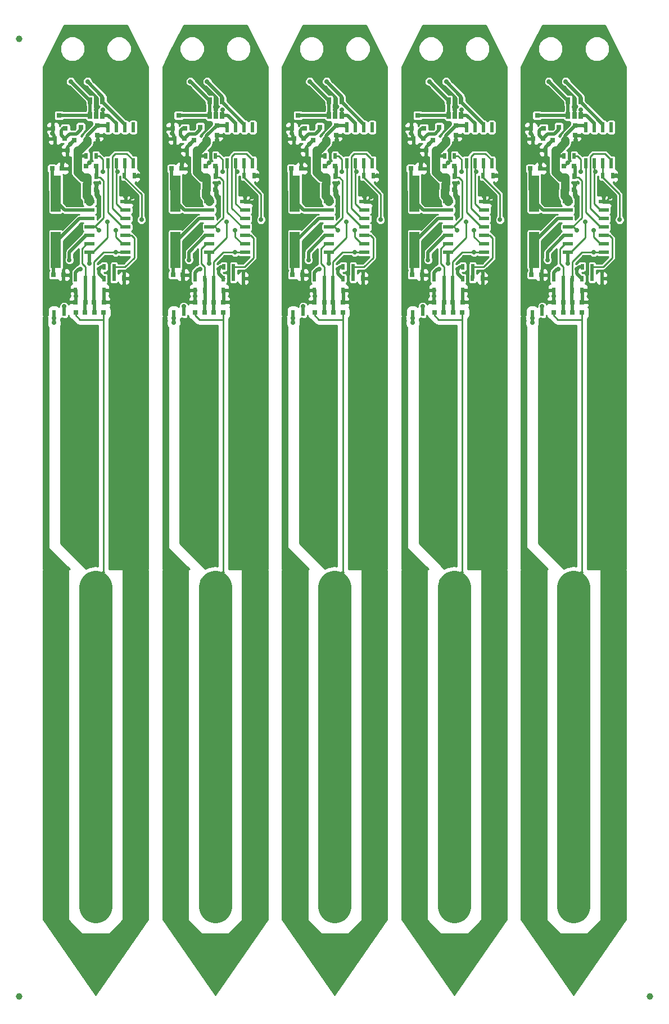
<source format=gbr>
G04 #@! TF.GenerationSoftware,KiCad,Pcbnew,no-vcs-found-097f89d~58~ubuntu16.04.1*
G04 #@! TF.CreationDate,2017-05-03T08:34:00+03:00*
G04 #@! TF.ProjectId,rs485-moist-sensor-pannel,72733438352D6D6F6973742D73656E73,rev?*
G04 #@! TF.FileFunction,Copper,L1,Top,Signal*
G04 #@! TF.FilePolarity,Positive*
%FSLAX46Y46*%
G04 Gerber Fmt 4.6, Leading zero omitted, Abs format (unit mm)*
G04 Created by KiCad (PCBNEW no-vcs-found-097f89d~58~ubuntu16.04.1) date Wed May  3 08:34:00 2017*
%MOMM*%
%LPD*%
G01*
G04 APERTURE LIST*
%ADD10C,0.100000*%
%ADD11C,1.000000*%
%ADD12R,0.500000X0.900000*%
%ADD13R,0.800000X0.750000*%
%ADD14R,0.600000X1.550000*%
%ADD15R,0.800000X0.700000*%
%ADD16R,1.500000X0.600000*%
%ADD17R,1.500000X5.500000*%
%ADD18R,0.750000X0.800000*%
%ADD19R,0.800100X0.800100*%
%ADD20R,0.650000X1.060000*%
%ADD21C,0.700000*%
%ADD22C,0.508000*%
%ADD23C,0.254000*%
%ADD24C,5.000000*%
%ADD25C,1.270000*%
%ADD26C,0.500000*%
G04 APERTURE END LIST*
D10*
D11*
X83500000Y-159500000D03*
X178500000Y-159500000D03*
X83500000Y-15500000D03*
D12*
X142750000Y-56750000D03*
X144250000Y-56750000D03*
X147460000Y-51562000D03*
X145960000Y-51562000D03*
X148754000Y-51562000D03*
X150254000Y-51562000D03*
D13*
X148754000Y-55118000D03*
X150254000Y-55118000D03*
D12*
X150254000Y-53340000D03*
X148754000Y-53340000D03*
X145960000Y-53340000D03*
X147460000Y-53340000D03*
D13*
X147550000Y-38200000D03*
X149050000Y-38200000D03*
D14*
X150845000Y-28800000D03*
X152115000Y-28800000D03*
X153385000Y-28800000D03*
X154655000Y-28800000D03*
X154655000Y-34200000D03*
X153385000Y-34200000D03*
X152115000Y-34200000D03*
X150845000Y-34200000D03*
D13*
X142450000Y-35000000D03*
X143950000Y-35000000D03*
D15*
X150204000Y-56642000D03*
X148804000Y-56642000D03*
D12*
X150278000Y-49784000D03*
X151778000Y-49784000D03*
X151750000Y-51500000D03*
X153250000Y-51500000D03*
D13*
X142650000Y-51000000D03*
X144150000Y-51000000D03*
D16*
X148100000Y-39990000D03*
X148100000Y-41260000D03*
X148100000Y-42530000D03*
X148100000Y-43800000D03*
X148100000Y-45070000D03*
X148100000Y-46340000D03*
X148100000Y-47610000D03*
X153500000Y-47610000D03*
X153500000Y-46340000D03*
X153500000Y-45070000D03*
X153500000Y-43800000D03*
X153500000Y-42530000D03*
X153500000Y-41260000D03*
X153500000Y-39990000D03*
D12*
X135250000Y-51500000D03*
X133750000Y-51500000D03*
X133778000Y-49784000D03*
X132278000Y-49784000D03*
X132254000Y-51562000D03*
X130754000Y-51562000D03*
X126250000Y-56750000D03*
X124750000Y-56750000D03*
X127960000Y-51562000D03*
X129460000Y-51562000D03*
D13*
X132254000Y-55118000D03*
X130754000Y-55118000D03*
D14*
X132845000Y-34200000D03*
X134115000Y-34200000D03*
X135385000Y-34200000D03*
X136655000Y-34200000D03*
X136655000Y-28800000D03*
X135385000Y-28800000D03*
X134115000Y-28800000D03*
X132845000Y-28800000D03*
D12*
X129550000Y-36200000D03*
X131050000Y-36200000D03*
D13*
X129550000Y-34600000D03*
X131050000Y-34600000D03*
X125950000Y-35000000D03*
X124450000Y-35000000D03*
D15*
X130804000Y-56642000D03*
X132204000Y-56642000D03*
D12*
X130754000Y-53340000D03*
X132254000Y-53340000D03*
X129460000Y-53340000D03*
X127960000Y-53340000D03*
D13*
X131050000Y-38200000D03*
X129550000Y-38200000D03*
X126150000Y-51000000D03*
X124650000Y-51000000D03*
D17*
X125000000Y-38750000D03*
X125000000Y-47250000D03*
D13*
X127960000Y-55118000D03*
X129460000Y-55118000D03*
D15*
X128010000Y-56642000D03*
X129410000Y-56642000D03*
D12*
X136850000Y-36100000D03*
X135350000Y-36100000D03*
D16*
X135500000Y-39990000D03*
X135500000Y-41260000D03*
X135500000Y-42530000D03*
X135500000Y-43800000D03*
X135500000Y-45070000D03*
X135500000Y-46340000D03*
X135500000Y-47610000D03*
X130100000Y-47610000D03*
X130100000Y-46340000D03*
X130100000Y-45070000D03*
X130100000Y-43800000D03*
X130100000Y-42530000D03*
X130100000Y-41260000D03*
X130100000Y-39990000D03*
D13*
X144750000Y-32250000D03*
X146250000Y-32250000D03*
D12*
X149050000Y-36200000D03*
X147550000Y-36200000D03*
D17*
X143000000Y-47250000D03*
X143000000Y-38750000D03*
D13*
X147460000Y-55118000D03*
X145960000Y-55118000D03*
X149050000Y-34600000D03*
X147550000Y-34600000D03*
D12*
X153350000Y-36100000D03*
X154850000Y-36100000D03*
D15*
X147410000Y-56642000D03*
X146010000Y-56642000D03*
D18*
X149250000Y-28500000D03*
X149250000Y-30000000D03*
D13*
X128250000Y-32250000D03*
X126750000Y-32250000D03*
D18*
X131250000Y-30000000D03*
X131250000Y-28500000D03*
D13*
X126350000Y-30500000D03*
X124850000Y-30500000D03*
D19*
X124550000Y-29000760D03*
X126450000Y-29000760D03*
X125500000Y-27001780D03*
X127800000Y-30750760D03*
X129700000Y-30750760D03*
X128750000Y-28751780D03*
D20*
X130150000Y-24800000D03*
X132050000Y-24800000D03*
X132050000Y-27000000D03*
X131100000Y-27000000D03*
X130150000Y-27000000D03*
D12*
X129550000Y-33100000D03*
X131050000Y-33100000D03*
D19*
X143500000Y-27001780D03*
X144450000Y-29000760D03*
X142550000Y-29000760D03*
D12*
X149050000Y-33100000D03*
X147550000Y-33100000D03*
D19*
X146750000Y-28751780D03*
X147700000Y-30750760D03*
X145800000Y-30750760D03*
D20*
X148150000Y-27000000D03*
X149100000Y-27000000D03*
X150050000Y-27000000D03*
X150050000Y-24800000D03*
X148150000Y-24800000D03*
D13*
X142850000Y-30500000D03*
X144350000Y-30500000D03*
D12*
X117250000Y-51500000D03*
X115750000Y-51500000D03*
X115778000Y-49784000D03*
X114278000Y-49784000D03*
X114254000Y-51562000D03*
X112754000Y-51562000D03*
X108250000Y-56750000D03*
X106750000Y-56750000D03*
X109960000Y-51562000D03*
X111460000Y-51562000D03*
D13*
X114254000Y-55118000D03*
X112754000Y-55118000D03*
D14*
X114845000Y-34200000D03*
X116115000Y-34200000D03*
X117385000Y-34200000D03*
X118655000Y-34200000D03*
X118655000Y-28800000D03*
X117385000Y-28800000D03*
X116115000Y-28800000D03*
X114845000Y-28800000D03*
D12*
X111550000Y-36200000D03*
X113050000Y-36200000D03*
D13*
X111550000Y-34600000D03*
X113050000Y-34600000D03*
X107950000Y-35000000D03*
X106450000Y-35000000D03*
D15*
X112804000Y-56642000D03*
X114204000Y-56642000D03*
D12*
X112754000Y-53340000D03*
X114254000Y-53340000D03*
X111460000Y-53340000D03*
X109960000Y-53340000D03*
D13*
X113050000Y-38200000D03*
X111550000Y-38200000D03*
X108150000Y-51000000D03*
X106650000Y-51000000D03*
D17*
X107000000Y-38750000D03*
X107000000Y-47250000D03*
D13*
X109960000Y-55118000D03*
X111460000Y-55118000D03*
D15*
X110010000Y-56642000D03*
X111410000Y-56642000D03*
D12*
X118850000Y-36100000D03*
X117350000Y-36100000D03*
D16*
X117500000Y-39990000D03*
X117500000Y-41260000D03*
X117500000Y-42530000D03*
X117500000Y-43800000D03*
X117500000Y-45070000D03*
X117500000Y-46340000D03*
X117500000Y-47610000D03*
X112100000Y-47610000D03*
X112100000Y-46340000D03*
X112100000Y-45070000D03*
X112100000Y-43800000D03*
X112100000Y-42530000D03*
X112100000Y-41260000D03*
X112100000Y-39990000D03*
D13*
X110250000Y-32250000D03*
X108750000Y-32250000D03*
D18*
X113250000Y-30000000D03*
X113250000Y-28500000D03*
D13*
X108350000Y-30500000D03*
X106850000Y-30500000D03*
D19*
X106550000Y-29000760D03*
X108450000Y-29000760D03*
X107500000Y-27001780D03*
X109800000Y-30750760D03*
X111700000Y-30750760D03*
X110750000Y-28751780D03*
D20*
X112150000Y-24800000D03*
X114050000Y-24800000D03*
X114050000Y-27000000D03*
X113100000Y-27000000D03*
X112150000Y-27000000D03*
D12*
X111550000Y-33100000D03*
X113050000Y-33100000D03*
D15*
X93410000Y-56642000D03*
X92010000Y-56642000D03*
X96204000Y-56642000D03*
X94804000Y-56642000D03*
D16*
X94100000Y-39990000D03*
X94100000Y-41260000D03*
X94100000Y-42530000D03*
X94100000Y-43800000D03*
X94100000Y-45070000D03*
X94100000Y-46340000D03*
X94100000Y-47610000D03*
X99500000Y-47610000D03*
X99500000Y-46340000D03*
X99500000Y-45070000D03*
X99500000Y-43800000D03*
X99500000Y-42530000D03*
X99500000Y-41260000D03*
X99500000Y-39990000D03*
D14*
X96845000Y-28800000D03*
X98115000Y-28800000D03*
X99385000Y-28800000D03*
X100655000Y-28800000D03*
X100655000Y-34200000D03*
X99385000Y-34200000D03*
X98115000Y-34200000D03*
X96845000Y-34200000D03*
D19*
X92750000Y-28751780D03*
X93700000Y-30750760D03*
X91800000Y-30750760D03*
X89500000Y-27001780D03*
X90450000Y-29000760D03*
X88550000Y-29000760D03*
D17*
X89000000Y-47250000D03*
X89000000Y-38750000D03*
D13*
X88650000Y-51000000D03*
X90150000Y-51000000D03*
X88450000Y-35000000D03*
X89950000Y-35000000D03*
X93550000Y-38200000D03*
X95050000Y-38200000D03*
X93460000Y-55118000D03*
X91960000Y-55118000D03*
X94754000Y-55118000D03*
X96254000Y-55118000D03*
X95050000Y-34600000D03*
X93550000Y-34600000D03*
D12*
X95050000Y-36200000D03*
X93550000Y-36200000D03*
X96278000Y-49784000D03*
X97778000Y-49784000D03*
X88750000Y-56750000D03*
X90250000Y-56750000D03*
X93460000Y-51562000D03*
X91960000Y-51562000D03*
X94754000Y-51562000D03*
X96254000Y-51562000D03*
X91960000Y-53340000D03*
X93460000Y-53340000D03*
X96254000Y-53340000D03*
X94754000Y-53340000D03*
X97750000Y-51500000D03*
X99250000Y-51500000D03*
D13*
X90750000Y-32250000D03*
X92250000Y-32250000D03*
X88850000Y-30500000D03*
X90350000Y-30500000D03*
D18*
X95250000Y-28500000D03*
X95250000Y-30000000D03*
D20*
X94150000Y-27000000D03*
X95100000Y-27000000D03*
X96050000Y-27000000D03*
X96050000Y-24800000D03*
X94150000Y-24800000D03*
D12*
X95050000Y-33100000D03*
X93550000Y-33100000D03*
X99350000Y-36100000D03*
X100850000Y-36100000D03*
D15*
X165410000Y-56642000D03*
X164010000Y-56642000D03*
X168204000Y-56642000D03*
X166804000Y-56642000D03*
D16*
X166100000Y-39990000D03*
X166100000Y-41260000D03*
X166100000Y-42530000D03*
X166100000Y-43800000D03*
X166100000Y-45070000D03*
X166100000Y-46340000D03*
X166100000Y-47610000D03*
X171500000Y-47610000D03*
X171500000Y-46340000D03*
X171500000Y-45070000D03*
X171500000Y-43800000D03*
X171500000Y-42530000D03*
X171500000Y-41260000D03*
X171500000Y-39990000D03*
D14*
X168845000Y-28800000D03*
X170115000Y-28800000D03*
X171385000Y-28800000D03*
X172655000Y-28800000D03*
X172655000Y-34200000D03*
X171385000Y-34200000D03*
X170115000Y-34200000D03*
X168845000Y-34200000D03*
D19*
X164750000Y-28751780D03*
X165700000Y-30750760D03*
X163800000Y-30750760D03*
X161500000Y-27001780D03*
X162450000Y-29000760D03*
X160550000Y-29000760D03*
D17*
X161000000Y-47250000D03*
X161000000Y-38750000D03*
D13*
X160650000Y-51000000D03*
X162150000Y-51000000D03*
X160450000Y-35000000D03*
X161950000Y-35000000D03*
X165550000Y-38200000D03*
X167050000Y-38200000D03*
X165460000Y-55118000D03*
X163960000Y-55118000D03*
X166754000Y-55118000D03*
X168254000Y-55118000D03*
X167050000Y-34600000D03*
X165550000Y-34600000D03*
D12*
X167050000Y-36200000D03*
X165550000Y-36200000D03*
X168278000Y-49784000D03*
X169778000Y-49784000D03*
X160750000Y-56750000D03*
X162250000Y-56750000D03*
X165460000Y-51562000D03*
X163960000Y-51562000D03*
X166754000Y-51562000D03*
X168254000Y-51562000D03*
X163960000Y-53340000D03*
X165460000Y-53340000D03*
X168254000Y-53340000D03*
X166754000Y-53340000D03*
X169750000Y-51500000D03*
X171250000Y-51500000D03*
D13*
X162750000Y-32250000D03*
X164250000Y-32250000D03*
X160850000Y-30500000D03*
X162350000Y-30500000D03*
D18*
X167250000Y-28500000D03*
X167250000Y-30000000D03*
D20*
X166150000Y-27000000D03*
X167100000Y-27000000D03*
X168050000Y-27000000D03*
X168050000Y-24800000D03*
X166150000Y-24800000D03*
D12*
X167050000Y-33100000D03*
X165550000Y-33100000D03*
X171350000Y-36100000D03*
X172850000Y-36100000D03*
D21*
X151500006Y-61250000D03*
X149000000Y-63750000D03*
X149000000Y-93505330D03*
X151500000Y-88763982D03*
X149000000Y-88746139D03*
X149000000Y-91246781D03*
X155400000Y-36100000D03*
X144000000Y-76250006D03*
X149100000Y-26200000D03*
X149300000Y-30700000D03*
X147234858Y-94427314D03*
X149100000Y-25500000D03*
X143702737Y-94702737D03*
X145200000Y-31350760D03*
X148100000Y-34100000D03*
X144200000Y-52099998D03*
X144000000Y-34100000D03*
X149000000Y-66250006D03*
X151500000Y-66250000D03*
X151500000Y-68750000D03*
X144500000Y-95500000D03*
X149000000Y-65000000D03*
X151500000Y-83750000D03*
X141500000Y-62500000D03*
X151500000Y-81250000D03*
X141449997Y-57500000D03*
X151500000Y-78750000D03*
X154000000Y-21000000D03*
X149000000Y-86248063D03*
X151500000Y-93746856D03*
X151500000Y-86248063D03*
X151500000Y-95000000D03*
X146000000Y-48000000D03*
X144053888Y-54623844D03*
X149000004Y-76250000D03*
X154000000Y-22000000D03*
X149300000Y-39000000D03*
X144000000Y-58750000D03*
X142500000Y-29750000D03*
X144024757Y-57754951D03*
X141500000Y-72500000D03*
X151499996Y-76250000D03*
X145500000Y-92750000D03*
X141500000Y-70000000D03*
X141500000Y-92500000D03*
X141500000Y-67500000D03*
X154000000Y-22999994D03*
X141500000Y-80000000D03*
X141500000Y-87500000D03*
X151500000Y-91262214D03*
X146345119Y-93595119D03*
X141500000Y-65000000D03*
X131000000Y-66250006D03*
X133500000Y-66250000D03*
X133500000Y-63750000D03*
X131000000Y-63750000D03*
X131000000Y-93505330D03*
X133500000Y-93746856D03*
X133500000Y-91262214D03*
X131000000Y-61250006D03*
X133500006Y-61250000D03*
X131000000Y-68750000D03*
X133500000Y-68750000D03*
X126000000Y-34100000D03*
X126200000Y-52099998D03*
X144000000Y-73750000D03*
X136000000Y-22999994D03*
X137400000Y-36100000D03*
X130100000Y-34100000D03*
X131300000Y-30700000D03*
X131000000Y-91246781D03*
X133500000Y-88763982D03*
X131000000Y-88746139D03*
X133500000Y-86248063D03*
X131000000Y-86248063D03*
X127200000Y-31350760D03*
X126000000Y-76250006D03*
X131100000Y-26200000D03*
X131100000Y-25500000D03*
X125702737Y-94702737D03*
X129234858Y-94427314D03*
X133500000Y-83750000D03*
X131000000Y-83749984D03*
X131000000Y-81250000D03*
X133500000Y-81250000D03*
X144000000Y-86249994D03*
X149000000Y-60000000D03*
X151500000Y-75000000D03*
X149000000Y-62500000D03*
X141500000Y-58753515D03*
X144000000Y-91250000D03*
X149000000Y-92500000D03*
X141500000Y-83750000D03*
X141500000Y-73750000D03*
X141500000Y-61273302D03*
X151500000Y-62500000D03*
X144000000Y-66250000D03*
X153500000Y-39200000D03*
X123500000Y-87500000D03*
X123500000Y-85000000D03*
X123500000Y-82500000D03*
X123500000Y-80000000D03*
X123500000Y-77500000D03*
X123500000Y-75000000D03*
X123500000Y-72500000D03*
X123500000Y-70000000D03*
X123500000Y-67500000D03*
X123500000Y-65000000D03*
X123500000Y-62500000D03*
X123500000Y-60000000D03*
X123449997Y-57500000D03*
X131300000Y-39000000D03*
X126053888Y-54623844D03*
X131000000Y-62500000D03*
X131000000Y-65000000D03*
X131000000Y-67500000D03*
X128000000Y-48000000D03*
X133500000Y-95000000D03*
X131000000Y-94549990D03*
X123500000Y-92500000D03*
X126000000Y-91250000D03*
X127500000Y-92750000D03*
X125000000Y-94000000D03*
X126500000Y-95500000D03*
X151500000Y-63750000D03*
X133500000Y-78750000D03*
X123500000Y-58753515D03*
X123500000Y-90000000D03*
X123500000Y-61273302D03*
X126000000Y-61257938D03*
X136000000Y-21000000D03*
X135500000Y-39200000D03*
X124500000Y-29750000D03*
X131460000Y-41730000D03*
X141500000Y-68750000D03*
X128345119Y-93595119D03*
X126000000Y-58750000D03*
X126024757Y-57754951D03*
X134870000Y-21920000D03*
X136000000Y-22000000D03*
X133499996Y-76250000D03*
X131000004Y-76250000D03*
X131200000Y-37400000D03*
X128000000Y-54200000D03*
X127100000Y-46100000D03*
X127900000Y-45300000D03*
X128700000Y-44500000D03*
X146700000Y-44500000D03*
X141500000Y-60000000D03*
X154800000Y-40200000D03*
X141500000Y-85000000D03*
X141500000Y-77500000D03*
X141500000Y-75000000D03*
X141500000Y-82500000D03*
X145900000Y-45300000D03*
X145100000Y-46100000D03*
X151300000Y-55150000D03*
X151500000Y-73749994D03*
X154500000Y-39300000D03*
X144150000Y-53350000D03*
X151282000Y-53340000D03*
X149000000Y-73750000D03*
X144000000Y-61257938D03*
X149000000Y-77500000D03*
X151500000Y-90000000D03*
X151500000Y-72500000D03*
X151500000Y-80000000D03*
X143000000Y-94000000D03*
X151500000Y-70000000D03*
X151500000Y-67500000D03*
X151500000Y-65000000D03*
X149000000Y-87500000D03*
X149460000Y-41730000D03*
X149000000Y-80000000D03*
X149000000Y-90000000D03*
X151500000Y-92500000D03*
X141500000Y-88750000D03*
X144000000Y-88750000D03*
X149000000Y-61250006D03*
X149000000Y-72500000D03*
X141500000Y-91250000D03*
X149000000Y-78750000D03*
X149000000Y-83749984D03*
X144000000Y-81250000D03*
X146000000Y-54200000D03*
X152870000Y-21920000D03*
X141500000Y-90000000D03*
X144000000Y-82500000D03*
X144000000Y-83750006D03*
X141500000Y-78750000D03*
X144000000Y-77500000D03*
X144000000Y-62500000D03*
X144000000Y-70000000D03*
X151500000Y-60000000D03*
X144000000Y-78749992D03*
X151500000Y-85000000D03*
X144000000Y-72500000D03*
X151500000Y-57500000D03*
X151500000Y-77500000D03*
X149000000Y-75000000D03*
X149200000Y-37400000D03*
X149000000Y-85000000D03*
X151500000Y-82500000D03*
X149000000Y-82500000D03*
X149000000Y-68750000D03*
X133282000Y-53340000D03*
X133300000Y-55150000D03*
X126150000Y-53350000D03*
X136500000Y-39300000D03*
X136800000Y-40200000D03*
X131000000Y-71250000D03*
X133500000Y-71250000D03*
X133500000Y-73749994D03*
X131000000Y-73750000D03*
X123500000Y-91250000D03*
X124228329Y-93228329D03*
X131000000Y-78750000D03*
X126758622Y-92008622D03*
X126000000Y-86249994D03*
X123500000Y-86250000D03*
X126000000Y-88750000D03*
X123500000Y-88750000D03*
X131000000Y-70000000D03*
X131000000Y-72500000D03*
X131000000Y-75000000D03*
X131000000Y-77500000D03*
X131000000Y-80000000D03*
X131000000Y-82500000D03*
X131000000Y-85000000D03*
X131000000Y-87500000D03*
X131000000Y-90000000D03*
X131000000Y-92500000D03*
X133500000Y-92500000D03*
X133500000Y-90000000D03*
X133500000Y-87500000D03*
X133500000Y-85000000D03*
X133500000Y-82500000D03*
X133500000Y-80000000D03*
X133500000Y-77500000D03*
X133500000Y-75000000D03*
X133500000Y-72500000D03*
X133500000Y-70000000D03*
X133500000Y-67500000D03*
X133500000Y-65000000D03*
X126000000Y-81250000D03*
X126000000Y-78749992D03*
X123500000Y-78750000D03*
X126000000Y-83750006D03*
X123500000Y-83750000D03*
X123500000Y-73750000D03*
X131000000Y-60000000D03*
X123500000Y-76250006D03*
X123500000Y-81250010D03*
X133500000Y-62500000D03*
X133500000Y-60000000D03*
X133500000Y-57500000D03*
X126000000Y-60000000D03*
X126000000Y-62500000D03*
X126000000Y-65000000D03*
X126000000Y-67500000D03*
X126000000Y-70000000D03*
X126000000Y-72500000D03*
X126000000Y-75000000D03*
X126000000Y-77500000D03*
X126000000Y-80000000D03*
X126000000Y-82500000D03*
X126000000Y-85000000D03*
X126000000Y-87500000D03*
X126000000Y-90000000D03*
X126000000Y-68750000D03*
X123500000Y-68750000D03*
X126000000Y-71250006D03*
X123500000Y-71250000D03*
X126000000Y-73750000D03*
X149000000Y-70000000D03*
X123500000Y-63750000D03*
X126000000Y-63750000D03*
X126000000Y-66250000D03*
X123500000Y-66250004D03*
X144000000Y-67500000D03*
X144000000Y-60000000D03*
X141500000Y-63750000D03*
X144000000Y-90000000D03*
X144000000Y-80000000D03*
X144000000Y-63750000D03*
X144000000Y-85000000D03*
X141500000Y-86250000D03*
X144000000Y-75000000D03*
X144000000Y-68750000D03*
X144000000Y-87500000D03*
X141500000Y-81250010D03*
X142228329Y-93228329D03*
X144000000Y-65000000D03*
X141500000Y-66250004D03*
X151500000Y-87500000D03*
X144000000Y-71250006D03*
X149000000Y-71250000D03*
X141500000Y-71250000D03*
X151500000Y-71250000D03*
X149000000Y-67500000D03*
X149000000Y-94549990D03*
X149000000Y-81250000D03*
X141500000Y-76250006D03*
X144758622Y-92008622D03*
X113000000Y-66250006D03*
X115500000Y-66250000D03*
X115500000Y-63750000D03*
X113000000Y-63750000D03*
X113000000Y-93505330D03*
X115500000Y-93746856D03*
X115500000Y-91262214D03*
X113000000Y-61250006D03*
X115500006Y-61250000D03*
X113000000Y-68750000D03*
X115500000Y-68750000D03*
X108000000Y-34100000D03*
X108200000Y-52099998D03*
X118000000Y-22999994D03*
X119400000Y-36100000D03*
X112100000Y-34100000D03*
X113300000Y-30700000D03*
X113000000Y-91246781D03*
X115500000Y-88763982D03*
X113000000Y-88746139D03*
X115500000Y-86248063D03*
X113000000Y-86248063D03*
X109200000Y-31350760D03*
X108000000Y-76250006D03*
X113100000Y-26200000D03*
X113100000Y-25500000D03*
X107702737Y-94702737D03*
X111234858Y-94427314D03*
X115500000Y-83750000D03*
X113000000Y-83749984D03*
X113000000Y-81250000D03*
X115500000Y-81250000D03*
X105500000Y-87500000D03*
X105500000Y-85000000D03*
X105500000Y-82500000D03*
X105500000Y-80000000D03*
X105500000Y-77500000D03*
X105500000Y-75000000D03*
X105500000Y-72500000D03*
X105500000Y-70000000D03*
X105500000Y-67500000D03*
X105500000Y-65000000D03*
X105500000Y-62500000D03*
X105500000Y-60000000D03*
X105449997Y-57500000D03*
X113300000Y-39000000D03*
X108053888Y-54623844D03*
X113000000Y-62500000D03*
X113000000Y-65000000D03*
X113000000Y-67500000D03*
X110000000Y-48000000D03*
X115500000Y-95000000D03*
X113000000Y-94549990D03*
X105500000Y-92500000D03*
X108000000Y-91250000D03*
X109500000Y-92750000D03*
X107000000Y-94000000D03*
X108500000Y-95500000D03*
X115500000Y-78750000D03*
X105500000Y-58753515D03*
X105500000Y-90000000D03*
X105500000Y-61273302D03*
X108000000Y-61257938D03*
X118000000Y-21000000D03*
X117500000Y-39200000D03*
X106500000Y-29750000D03*
X113460000Y-41730000D03*
X110345119Y-93595119D03*
X108000000Y-58750000D03*
X108024757Y-57754951D03*
X116870000Y-21920000D03*
X118000000Y-22000000D03*
X115499996Y-76250000D03*
X113000004Y-76250000D03*
X113200000Y-37400000D03*
X110000000Y-54200000D03*
X109100000Y-46100000D03*
X109900000Y-45300000D03*
X110700000Y-44500000D03*
X115282000Y-53340000D03*
X115300000Y-55150000D03*
X108150000Y-53350000D03*
X118500000Y-39300000D03*
X118800000Y-40200000D03*
X113000000Y-71250000D03*
X115500000Y-71250000D03*
X115500000Y-73749994D03*
X113000000Y-73750000D03*
X105500000Y-91250000D03*
X106228329Y-93228329D03*
X113000000Y-78750000D03*
X108758622Y-92008622D03*
X108000000Y-86249994D03*
X105500000Y-86250000D03*
X108000000Y-88750000D03*
X105500000Y-88750000D03*
X113000000Y-70000000D03*
X113000000Y-72500000D03*
X113000000Y-75000000D03*
X113000000Y-77500000D03*
X113000000Y-80000000D03*
X113000000Y-82500000D03*
X113000000Y-85000000D03*
X113000000Y-87500000D03*
X113000000Y-90000000D03*
X113000000Y-92500000D03*
X115500000Y-92500000D03*
X115500000Y-90000000D03*
X115500000Y-87500000D03*
X115500000Y-85000000D03*
X115500000Y-82500000D03*
X115500000Y-80000000D03*
X115500000Y-77500000D03*
X115500000Y-75000000D03*
X115500000Y-72500000D03*
X115500000Y-70000000D03*
X115500000Y-67500000D03*
X115500000Y-65000000D03*
X108000000Y-81250000D03*
X108000000Y-78749992D03*
X105500000Y-78750000D03*
X108000000Y-83750006D03*
X105500000Y-83750000D03*
X105500000Y-73750000D03*
X113000000Y-60000000D03*
X105500000Y-76250006D03*
X105500000Y-81250010D03*
X115500000Y-62500000D03*
X115500000Y-60000000D03*
X115500000Y-57500000D03*
X108000000Y-60000000D03*
X108000000Y-62500000D03*
X108000000Y-65000000D03*
X108000000Y-67500000D03*
X108000000Y-70000000D03*
X108000000Y-72500000D03*
X108000000Y-75000000D03*
X108000000Y-77500000D03*
X108000000Y-80000000D03*
X108000000Y-82500000D03*
X108000000Y-85000000D03*
X108000000Y-87500000D03*
X108000000Y-90000000D03*
X108000000Y-68750000D03*
X105500000Y-68750000D03*
X108000000Y-71250006D03*
X105500000Y-71250000D03*
X108000000Y-73750000D03*
X105500000Y-63750000D03*
X108000000Y-63750000D03*
X108000000Y-66250000D03*
X105500000Y-66250004D03*
X95300000Y-30700000D03*
X94100000Y-34100000D03*
X101400000Y-36100000D03*
X100000000Y-22999994D03*
X90200000Y-52099998D03*
X90000000Y-34100000D03*
X93234858Y-94427314D03*
X95100000Y-25500000D03*
X95100000Y-26200000D03*
X91200000Y-31350760D03*
X95460000Y-41730000D03*
X88500000Y-29750000D03*
X99500000Y-39200000D03*
X100000000Y-21000000D03*
X100000000Y-22000000D03*
X98870000Y-21920000D03*
X90024757Y-57754951D03*
X90000000Y-58750000D03*
X92345119Y-93595119D03*
X90758622Y-92008622D03*
X89702737Y-94702737D03*
X88228329Y-93228329D03*
X87500000Y-91250000D03*
X87500000Y-88750000D03*
X90000000Y-88750000D03*
X87500000Y-86250000D03*
X90000000Y-86249994D03*
X87500000Y-83750000D03*
X90000000Y-83750006D03*
X87500000Y-78750000D03*
X90000000Y-78749992D03*
X90000000Y-81250000D03*
X87500000Y-81250010D03*
X87500000Y-76250006D03*
X90000000Y-76250006D03*
X87500000Y-73750000D03*
X90000000Y-73750000D03*
X87500000Y-71250000D03*
X90000000Y-71250006D03*
X87500000Y-68750000D03*
X90000000Y-68750000D03*
X87500000Y-66250004D03*
X90000000Y-66250000D03*
X90000000Y-63750000D03*
X87500000Y-63750000D03*
X90000000Y-61257938D03*
X87500000Y-61273302D03*
X87500000Y-58753515D03*
X97500000Y-78750000D03*
X95000000Y-78750000D03*
X95000004Y-76250000D03*
X97499996Y-76250000D03*
X95000000Y-73750000D03*
X97500000Y-73749994D03*
X97500000Y-71250000D03*
X95000000Y-71250000D03*
X97500000Y-68750000D03*
X95000000Y-68750000D03*
X97500006Y-61250000D03*
X95000000Y-61250006D03*
X95000000Y-63750000D03*
X97500000Y-63750000D03*
X97500000Y-66250000D03*
X95000000Y-66250006D03*
X97500000Y-81250000D03*
X95000000Y-81250000D03*
X95000000Y-83749984D03*
X97500000Y-83750000D03*
X95000000Y-86248063D03*
X97500000Y-86248063D03*
X95000000Y-88746139D03*
X97500000Y-88763982D03*
X95000000Y-91246781D03*
X97500000Y-91262214D03*
X97500000Y-93746856D03*
X95000000Y-93505330D03*
X90500000Y-95500000D03*
X89000000Y-94000000D03*
X91500000Y-92750000D03*
X90000000Y-91250000D03*
X87500000Y-92500000D03*
X95000000Y-94549990D03*
X97500000Y-95000000D03*
X92000000Y-48000000D03*
X87449997Y-57500000D03*
X87500000Y-60000000D03*
X87500000Y-62500000D03*
X87500000Y-65000000D03*
X87500000Y-67500000D03*
X87500000Y-70000000D03*
X87500000Y-72500000D03*
X87500000Y-75000000D03*
X87500000Y-77500000D03*
X87500000Y-80000000D03*
X87500000Y-82500000D03*
X87500000Y-85000000D03*
X87500000Y-87500000D03*
X87500000Y-90000000D03*
X90000000Y-90000000D03*
X90000000Y-87500000D03*
X90000000Y-85000000D03*
X90000000Y-82500000D03*
X90000000Y-80000000D03*
X90000000Y-77500000D03*
X90000000Y-75000000D03*
X90000000Y-72500000D03*
X90000000Y-70000000D03*
X90000000Y-67500000D03*
X90000000Y-65000000D03*
X90000000Y-62500000D03*
X90000000Y-60000000D03*
X97500000Y-57500000D03*
X97500000Y-60000000D03*
X97500000Y-62500000D03*
X97500000Y-65000000D03*
X97500000Y-67500000D03*
X97500000Y-70000000D03*
X97500000Y-72500000D03*
X97500000Y-75000000D03*
X97500000Y-77500000D03*
X97500000Y-80000000D03*
X97500000Y-82500000D03*
X97500000Y-85000000D03*
X97500000Y-87500000D03*
X97500000Y-90000000D03*
X97500000Y-92500000D03*
X95000000Y-92500000D03*
X95000000Y-90000000D03*
X95000000Y-87500000D03*
X95000000Y-85000000D03*
X95000000Y-82500000D03*
X95000000Y-80000000D03*
X95000000Y-77500000D03*
X95000000Y-75000000D03*
X95000000Y-72500000D03*
X95000000Y-70000000D03*
X95000000Y-67500000D03*
X95000000Y-65000000D03*
X95000000Y-62500000D03*
X95000000Y-60000000D03*
X90053888Y-54623844D03*
X95300000Y-39000000D03*
X92700000Y-44500000D03*
X91900000Y-45300000D03*
X91100000Y-46100000D03*
X92000000Y-54200000D03*
X95200000Y-37400000D03*
X100800000Y-40200000D03*
X100500000Y-39300000D03*
X90150000Y-53350000D03*
X97300000Y-55150000D03*
X97282000Y-53340000D03*
X167300000Y-30700000D03*
X166100000Y-34100000D03*
X173400000Y-36100000D03*
X172000000Y-22999994D03*
X162200000Y-52099998D03*
X162000000Y-34100000D03*
X165234858Y-94427314D03*
X167100000Y-25500000D03*
X167100000Y-26200000D03*
X163200000Y-31350760D03*
X167460000Y-41730000D03*
X160500000Y-29750000D03*
X171500000Y-39200000D03*
X172000000Y-21000000D03*
X172000000Y-22000000D03*
X170870000Y-21920000D03*
X162024757Y-57754951D03*
X162000000Y-58750000D03*
X164345119Y-93595119D03*
X162758622Y-92008622D03*
X161702737Y-94702737D03*
X160228329Y-93228329D03*
X159500000Y-91250000D03*
X159500000Y-88750000D03*
X162000000Y-88750000D03*
X159500000Y-86250000D03*
X162000000Y-86249994D03*
X159500000Y-83750000D03*
X162000000Y-83750006D03*
X159500000Y-78750000D03*
X162000000Y-78749992D03*
X162000000Y-81250000D03*
X159500000Y-81250010D03*
X159500000Y-76250006D03*
X162000000Y-76250006D03*
X159500000Y-73750000D03*
X162000000Y-73750000D03*
X159500000Y-71250000D03*
X162000000Y-71250006D03*
X159500000Y-68750000D03*
X162000000Y-68750000D03*
X159500000Y-66250004D03*
X162000000Y-66250000D03*
X162000000Y-63750000D03*
X159500000Y-63750000D03*
X162000000Y-61257938D03*
X159500000Y-61273302D03*
X159500000Y-58753515D03*
X169500000Y-78750000D03*
X167000000Y-78750000D03*
X167000004Y-76250000D03*
X169499996Y-76250000D03*
X167000000Y-73750000D03*
X169500000Y-73749994D03*
X169500000Y-71250000D03*
X167000000Y-71250000D03*
X169500000Y-68750000D03*
X167000000Y-68750000D03*
X169500006Y-61250000D03*
X167000000Y-61250006D03*
X167000000Y-63750000D03*
X169500000Y-63750000D03*
X169500000Y-66250000D03*
X167000000Y-66250006D03*
X169500000Y-81250000D03*
X167000000Y-81250000D03*
X167000000Y-83749984D03*
X169500000Y-83750000D03*
X167000000Y-86248063D03*
X169500000Y-86248063D03*
X167000000Y-88746139D03*
X169500000Y-88763982D03*
X167000000Y-91246781D03*
X169500000Y-91262214D03*
X169500000Y-93746856D03*
X167000000Y-93505330D03*
X162500000Y-95500000D03*
X161000000Y-94000000D03*
X163500000Y-92750000D03*
X162000000Y-91250000D03*
X159500000Y-92500000D03*
X167000000Y-94549990D03*
X169500000Y-95000000D03*
X164000000Y-48000000D03*
X159449997Y-57500000D03*
X159500000Y-60000000D03*
X159500000Y-62500000D03*
X159500000Y-65000000D03*
X159500000Y-67500000D03*
X159500000Y-70000000D03*
X159500000Y-72500000D03*
X159500000Y-75000000D03*
X159500000Y-77500000D03*
X159500000Y-80000000D03*
X159500000Y-82500000D03*
X159500000Y-85000000D03*
X159500000Y-87500000D03*
X159500000Y-90000000D03*
X162000000Y-90000000D03*
X162000000Y-87500000D03*
X162000000Y-85000000D03*
X162000000Y-82500000D03*
X162000000Y-80000000D03*
X162000000Y-77500000D03*
X162000000Y-75000000D03*
X162000000Y-72500000D03*
X162000000Y-70000000D03*
X162000000Y-67500000D03*
X162000000Y-65000000D03*
X162000000Y-62500000D03*
X162000000Y-60000000D03*
X169500000Y-57500000D03*
X169500000Y-60000000D03*
X169500000Y-62500000D03*
X169500000Y-65000000D03*
X169500000Y-67500000D03*
X169500000Y-70000000D03*
X169500000Y-72500000D03*
X169500000Y-75000000D03*
X169500000Y-77500000D03*
X169500000Y-80000000D03*
X169500000Y-82500000D03*
X169500000Y-85000000D03*
X169500000Y-87500000D03*
X169500000Y-90000000D03*
X169500000Y-92500000D03*
X167000000Y-92500000D03*
X167000000Y-90000000D03*
X167000000Y-87500000D03*
X167000000Y-85000000D03*
X167000000Y-82500000D03*
X167000000Y-80000000D03*
X167000000Y-77500000D03*
X167000000Y-75000000D03*
X167000000Y-72500000D03*
X167000000Y-70000000D03*
X167000000Y-67500000D03*
X167000000Y-65000000D03*
X167000000Y-62500000D03*
X167000000Y-60000000D03*
X162053888Y-54623844D03*
X167300000Y-39000000D03*
X164700000Y-44500000D03*
X163900000Y-45300000D03*
X163100000Y-46100000D03*
X164000000Y-54200000D03*
X167200000Y-37400000D03*
X172800000Y-40200000D03*
X172500000Y-39300000D03*
X162150000Y-53350000D03*
X169300000Y-55150000D03*
X169282000Y-53340000D03*
X127250000Y-21920000D03*
X145250000Y-21920000D03*
X109250000Y-21920000D03*
X91250000Y-21920000D03*
X163250000Y-21920000D03*
X147500000Y-96500000D03*
X124750000Y-57500000D03*
X129500000Y-96500000D03*
X142750000Y-57500000D03*
X148000000Y-96099994D03*
X124750000Y-58200000D03*
X129100000Y-97000000D03*
X130000000Y-96099994D03*
X142750000Y-58200000D03*
X147100000Y-97000000D03*
X106750000Y-57500000D03*
X111500000Y-96500000D03*
X106750000Y-58200000D03*
X111100000Y-97000000D03*
X112000000Y-96099994D03*
X94000000Y-96099994D03*
X93100000Y-97000000D03*
X88750000Y-58200000D03*
X93500000Y-96500000D03*
X88750000Y-57500000D03*
X166000000Y-96099994D03*
X165100000Y-97000000D03*
X160750000Y-58200000D03*
X165500000Y-96500000D03*
X160750000Y-57500000D03*
X149460000Y-44270000D03*
X131460000Y-44270000D03*
X113460000Y-44270000D03*
X95460000Y-44270000D03*
X167460000Y-44270000D03*
X126250000Y-55749996D03*
X127050000Y-48750002D03*
X144250000Y-55749996D03*
X145050000Y-48750002D03*
X108250000Y-55749996D03*
X109050000Y-48750002D03*
X90250000Y-55749996D03*
X91050000Y-48750002D03*
X162250000Y-55749996D03*
X163050000Y-48750002D03*
X147600000Y-39100002D03*
X129600000Y-39100002D03*
X111600000Y-39100002D03*
X93600000Y-39100002D03*
X165600000Y-39100002D03*
X134000000Y-47610000D03*
X152000000Y-47610000D03*
X116000000Y-47610000D03*
X98000000Y-47610000D03*
X170000000Y-47610000D03*
X150750000Y-43000000D03*
X148100000Y-49300000D03*
X132750000Y-43000000D03*
X130100000Y-49300000D03*
X128700000Y-50100000D03*
X131500000Y-50100000D03*
X149500000Y-50100000D03*
X146700000Y-50100000D03*
X114750000Y-43000000D03*
X112100000Y-49300000D03*
X110700000Y-50100000D03*
X113500000Y-50100000D03*
X95500000Y-50100000D03*
X92700000Y-50100000D03*
X94100000Y-49300000D03*
X96750000Y-43000000D03*
X167500000Y-50100000D03*
X164700000Y-50100000D03*
X166100000Y-49300000D03*
X168750000Y-43000000D03*
X132100000Y-26200000D03*
X150100000Y-26200000D03*
X114100000Y-26200000D03*
X96100000Y-26200000D03*
X168100000Y-26200000D03*
X129790000Y-21920000D03*
X147790000Y-21920000D03*
X111790000Y-21920000D03*
X93790000Y-21920000D03*
X165790000Y-21920000D03*
X152000000Y-44270000D03*
X134000000Y-44270000D03*
X137900000Y-42700000D03*
X155900000Y-42700000D03*
X116000000Y-44270000D03*
X119900000Y-42700000D03*
X101900000Y-42700000D03*
X98000000Y-44270000D03*
X173900000Y-42700000D03*
X170000000Y-44270000D03*
X132100000Y-35500000D03*
X134300000Y-35500000D03*
X150100000Y-35500000D03*
X152300000Y-35500000D03*
X114100000Y-35500000D03*
X116300000Y-35500000D03*
X96100000Y-35500000D03*
X98300000Y-35500000D03*
X168100000Y-35500000D03*
X170300000Y-35500000D03*
D22*
X148100000Y-42530000D02*
X146568800Y-42530000D01*
X142600000Y-48248860D02*
X143000000Y-47848860D01*
X142650000Y-47600000D02*
X143000000Y-47250000D01*
X142650000Y-51000000D02*
X142650000Y-47600000D01*
X143000000Y-46098800D02*
X143000000Y-47848860D01*
X146568800Y-42530000D02*
X143000000Y-46098800D01*
X124600000Y-48248860D02*
X125000000Y-47848860D01*
X125000000Y-46098800D02*
X125000000Y-47848860D01*
X128568800Y-42530000D02*
X125000000Y-46098800D01*
X130100000Y-42530000D02*
X128568800Y-42530000D01*
X124650000Y-47600000D02*
X125000000Y-47250000D01*
X124650000Y-51000000D02*
X124650000Y-47600000D01*
X106600000Y-48248860D02*
X107000000Y-47848860D01*
X107000000Y-46098800D02*
X107000000Y-47848860D01*
X110568800Y-42530000D02*
X107000000Y-46098800D01*
X112100000Y-42530000D02*
X110568800Y-42530000D01*
X106650000Y-47600000D02*
X107000000Y-47250000D01*
X106650000Y-51000000D02*
X106650000Y-47600000D01*
X88650000Y-51000000D02*
X88650000Y-47600000D01*
X88650000Y-47600000D02*
X89000000Y-47250000D01*
X94100000Y-42530000D02*
X92568800Y-42530000D01*
X92568800Y-42530000D02*
X89000000Y-46098800D01*
X89000000Y-46098800D02*
X89000000Y-47848860D01*
X88600000Y-48248860D02*
X89000000Y-47848860D01*
X160650000Y-51000000D02*
X160650000Y-47600000D01*
X160650000Y-47600000D02*
X161000000Y-47250000D01*
X166100000Y-42530000D02*
X164568800Y-42530000D01*
X164568800Y-42530000D02*
X161000000Y-46098800D01*
X161000000Y-46098800D02*
X161000000Y-47848860D01*
X160600000Y-48248860D02*
X161000000Y-47848860D01*
D23*
X149000000Y-62500000D02*
X149000000Y-61250006D01*
X151500000Y-67500000D02*
X151500000Y-66250000D01*
X142867554Y-54623844D02*
X143558914Y-54623844D01*
X149000000Y-67500000D02*
X149000000Y-66250006D01*
X151500000Y-60000000D02*
X151500000Y-61249994D01*
X151500000Y-61250006D02*
X151500006Y-61250000D01*
D22*
X149300000Y-30050000D02*
X149300000Y-30205026D01*
D23*
X149000000Y-90000000D02*
X149000000Y-91246781D01*
D22*
X149250000Y-30000000D02*
X149300000Y-30050000D01*
X149300000Y-30205026D02*
X149300000Y-30700000D01*
X144750000Y-31800760D02*
X145200000Y-31350760D01*
D23*
X147600000Y-34600000D02*
X148100000Y-34100000D01*
D22*
X145800000Y-30750760D02*
X145200000Y-31350760D01*
D23*
X144200000Y-51705028D02*
X144200000Y-52099998D01*
D22*
X144750000Y-32250000D02*
X144750000Y-31800760D01*
D23*
X147550000Y-34600000D02*
X147600000Y-34600000D01*
X153874000Y-21920000D02*
X154000000Y-22046000D01*
X154850000Y-36100000D02*
X155400000Y-36100000D01*
X144150000Y-51700000D02*
X144194972Y-51700000D01*
X151500000Y-87500000D02*
X151500000Y-86248063D01*
D22*
X144150000Y-51000000D02*
X144150000Y-52049998D01*
D23*
X154000000Y-22505020D02*
X154000000Y-22999994D01*
X149000000Y-86248063D02*
X149000000Y-87500000D01*
D22*
X144150000Y-52049998D02*
X144200000Y-52099998D01*
D23*
X151500000Y-85000000D02*
X151500000Y-83750000D01*
X149000000Y-82500000D02*
X149000000Y-81250000D01*
X149000000Y-60000000D02*
X149000000Y-61250006D01*
X141449997Y-57500000D02*
X141449997Y-56041401D01*
X149000000Y-94549990D02*
X149000000Y-93505330D01*
X151500000Y-90000000D02*
X151500000Y-88763982D01*
X149000000Y-77500000D02*
X149000000Y-78750000D01*
X144194972Y-51700000D02*
X144200000Y-51705028D01*
X144000000Y-58750000D02*
X144000000Y-57779708D01*
X151500000Y-91262214D02*
X151500000Y-90000000D01*
D22*
X149300000Y-38350000D02*
X149300000Y-38505026D01*
D23*
X151500000Y-75000000D02*
X151500000Y-76249996D01*
D22*
X145043018Y-55118000D02*
X144548862Y-54623844D01*
D23*
X151500000Y-77500000D02*
X151500000Y-76250004D01*
X151500000Y-76250004D02*
X151499996Y-76250000D01*
X151500000Y-76249996D02*
X151499996Y-76250000D01*
D22*
X149100000Y-27000000D02*
X149100000Y-26200000D01*
D23*
X154000000Y-22046000D02*
X154000000Y-22505020D01*
X152870000Y-21920000D02*
X153874000Y-21920000D01*
X141449997Y-56041401D02*
X142867554Y-54623844D01*
X141500000Y-60000000D02*
X141500000Y-58753515D01*
X141500000Y-77500000D02*
X141500000Y-75000000D01*
X144000000Y-90000000D02*
X144000000Y-91250000D01*
X146345119Y-93595119D02*
X147177314Y-94427314D01*
X147177314Y-94427314D02*
X147234858Y-94427314D01*
X141500000Y-60000000D02*
X141500000Y-61273302D01*
D22*
X149300000Y-38505026D02*
X149300000Y-39000000D01*
D23*
X133500000Y-82500000D02*
X133500000Y-81250000D01*
X133500000Y-80000000D02*
X133500000Y-81250000D01*
X131000000Y-67500000D02*
X131000000Y-66250006D01*
X133500000Y-67500000D02*
X133500000Y-66250000D01*
X131000000Y-62500000D02*
X131000000Y-63750000D01*
X124867554Y-54623844D02*
X125558914Y-54623844D01*
X123449997Y-56041401D02*
X124867554Y-54623844D01*
X123449997Y-57500000D02*
X123449997Y-56041401D01*
X131000000Y-94549990D02*
X131000000Y-93505330D01*
X131000000Y-92500000D02*
X131000000Y-93505330D01*
X133500000Y-95000000D02*
X133500000Y-93746856D01*
X133500000Y-92500000D02*
X133500000Y-91262214D01*
X133500000Y-91262214D02*
X133500000Y-90000000D01*
X131000000Y-60000000D02*
X131000000Y-61250006D01*
X131000000Y-62500000D02*
X131000000Y-61250006D01*
X133500000Y-60000000D02*
X133500000Y-61249994D01*
X133500000Y-61249994D02*
X133500006Y-61250000D01*
X133500000Y-62500000D02*
X133500000Y-61250006D01*
X133500000Y-61250006D02*
X133500006Y-61250000D01*
X129177314Y-94427314D02*
X129234858Y-94427314D01*
D22*
X126150000Y-52049998D02*
X126200000Y-52099998D01*
X126150000Y-51000000D02*
X126150000Y-52049998D01*
D23*
X126194972Y-51700000D02*
X126200000Y-51705028D01*
X126150000Y-51700000D02*
X126194972Y-51700000D01*
X126200000Y-51705028D02*
X126200000Y-52099998D01*
X134870000Y-21920000D02*
X135874000Y-21920000D01*
X135874000Y-21920000D02*
X136000000Y-22046000D01*
X136000000Y-22046000D02*
X136000000Y-22505020D01*
X136000000Y-22505020D02*
X136000000Y-22999994D01*
X136850000Y-36100000D02*
X137400000Y-36100000D01*
X129600000Y-34600000D02*
X130100000Y-34100000D01*
X129550000Y-34600000D02*
X129600000Y-34600000D01*
D22*
X131250000Y-30000000D02*
X131300000Y-30050000D01*
X131300000Y-30050000D02*
X131300000Y-30205026D01*
X131300000Y-30205026D02*
X131300000Y-30700000D01*
D23*
X131000000Y-90000000D02*
X131000000Y-91246781D01*
X133500000Y-90000000D02*
X133500000Y-88763982D01*
X131000000Y-90000000D02*
X131000000Y-88746139D01*
X133500000Y-85000000D02*
X133500000Y-86248063D01*
X133500000Y-87500000D02*
X133500000Y-86248063D01*
X131300000Y-39000000D02*
X131300000Y-41570000D01*
D22*
X126750000Y-31800760D02*
X127200000Y-31350760D01*
X126750000Y-32250000D02*
X126750000Y-31800760D01*
X127800000Y-30750760D02*
X127200000Y-31350760D01*
X131100000Y-27000000D02*
X131100000Y-26200000D01*
D23*
X128345119Y-93595119D02*
X129177314Y-94427314D01*
X131000000Y-85000000D02*
X131000000Y-86248063D01*
X131000000Y-86248063D02*
X131000000Y-87500000D01*
X133500000Y-85000000D02*
X133500000Y-83750000D01*
X131000000Y-85000000D02*
X131000000Y-83749984D01*
X131000000Y-82500000D02*
X131000000Y-81250000D01*
X131000000Y-80000000D02*
X131000000Y-81250000D01*
X144000000Y-65000000D02*
X144000000Y-66250000D01*
X141500000Y-70000000D02*
X141500000Y-71250000D01*
X141500000Y-67500000D02*
X141500000Y-66250004D01*
D22*
X142550000Y-29700000D02*
X142500000Y-29750000D01*
D23*
X123500000Y-77500000D02*
X123500000Y-75000000D01*
D22*
X131300000Y-38505026D02*
X131300000Y-39000000D01*
X127960000Y-55118000D02*
X127043018Y-55118000D01*
X127043018Y-55118000D02*
X126548862Y-54623844D01*
X126548862Y-54623844D02*
X126053888Y-54623844D01*
D23*
X126000000Y-90000000D02*
X126000000Y-91250000D01*
X125558914Y-54623844D02*
X126053888Y-54623844D01*
X131000000Y-77500000D02*
X131000000Y-78750000D01*
X133500000Y-77500000D02*
X133500000Y-78750000D01*
X123500000Y-60000000D02*
X123500000Y-58753515D01*
X123500000Y-60000000D02*
X123500000Y-61273302D01*
X123500000Y-62500000D02*
X123500000Y-61273302D01*
X135500000Y-39990000D02*
X135500000Y-39200000D01*
D22*
X124750000Y-30000000D02*
X124500000Y-29750000D01*
X124750000Y-30500000D02*
X124750000Y-30000000D01*
X124550000Y-29700000D02*
X124500000Y-29750000D01*
X124550000Y-29000760D02*
X124550000Y-29700000D01*
D23*
X131300000Y-41570000D02*
X131460000Y-41730000D01*
X141500000Y-67500000D02*
X141500000Y-68750000D01*
X126000000Y-57779708D02*
X126024757Y-57754951D01*
X126000000Y-58750000D02*
X126000000Y-57779708D01*
X134870000Y-22040000D02*
X134870000Y-21920000D01*
X133500000Y-76250004D02*
X133499996Y-76250000D01*
X133500000Y-75000000D02*
X133500000Y-76249996D01*
X133500000Y-76249996D02*
X133499996Y-76250000D01*
X133500000Y-77500000D02*
X133500000Y-76250004D01*
X135500000Y-39990000D02*
X136590000Y-39990000D01*
D22*
X131150000Y-37450000D02*
X131200000Y-37400000D01*
X131150000Y-38200000D02*
X131150000Y-37450000D01*
X131150000Y-38200000D02*
X131300000Y-38350000D01*
X131300000Y-38350000D02*
X131300000Y-38505026D01*
D23*
X127960000Y-54240000D02*
X128000000Y-54200000D01*
X127960000Y-55118000D02*
X127960000Y-54240000D01*
X127100000Y-46100000D02*
X127900000Y-45300000D01*
X143702737Y-94702737D02*
X144500000Y-95500000D01*
X141500000Y-90000000D02*
X141500000Y-91250000D01*
X151500000Y-82500000D02*
X151500000Y-81250000D01*
D22*
X150266000Y-53340000D02*
X151282000Y-53340000D01*
D23*
X152870000Y-22040000D02*
X152870000Y-21920000D01*
X149000000Y-85000000D02*
X149000000Y-83749984D01*
X149000000Y-80000000D02*
X149000000Y-81250000D01*
X141500000Y-92500000D02*
X142228329Y-93228329D01*
D22*
X150254000Y-55118000D02*
X151268000Y-55118000D01*
D23*
X151500000Y-92500000D02*
X151500000Y-91262214D01*
X144000000Y-57779708D02*
X144024757Y-57754951D01*
X153500000Y-39990000D02*
X153810000Y-39990000D01*
X149000000Y-72500000D02*
X149000000Y-71250000D01*
X153810000Y-39990000D02*
X154500000Y-39300000D01*
D22*
X143950000Y-34800000D02*
X143950000Y-34100000D01*
D23*
X145100000Y-46100000D02*
X145900000Y-45300000D01*
X153500000Y-39990000D02*
X154590000Y-39990000D01*
D22*
X149150000Y-38200000D02*
X149300000Y-38350000D01*
D23*
X145960000Y-54240000D02*
X146000000Y-54200000D01*
D22*
X144548862Y-54623844D02*
X144053888Y-54623844D01*
D23*
X144000000Y-77500000D02*
X144000000Y-78749992D01*
X149300000Y-41570000D02*
X149460000Y-41730000D01*
X149000000Y-75000000D02*
X149000000Y-77500000D01*
X141500000Y-82500000D02*
X141500000Y-81250010D01*
X154590000Y-39990000D02*
X154800000Y-40200000D01*
X143000000Y-94000000D02*
X143702737Y-94702737D01*
X145960000Y-55118000D02*
X145960000Y-54240000D01*
X141500000Y-82500000D02*
X141500000Y-83750000D01*
D22*
X149150000Y-37450000D02*
X149200000Y-37400000D01*
D23*
X141500000Y-87500000D02*
X141500000Y-86250000D01*
X141500000Y-87500000D02*
X141500000Y-88750000D01*
X149000000Y-92500000D02*
X149000000Y-93505330D01*
X144000000Y-75000000D02*
X144000000Y-77500000D01*
X149000000Y-62500000D02*
X149000000Y-63750000D01*
D22*
X149150000Y-38200000D02*
X149150000Y-37450000D01*
X142750000Y-30000000D02*
X142500000Y-29750000D01*
D23*
X144000000Y-82500000D02*
X144000000Y-83750006D01*
X143558914Y-54623844D02*
X144053888Y-54623844D01*
D22*
X142550000Y-29000760D02*
X142550000Y-29700000D01*
D23*
X144000000Y-82500000D02*
X144000000Y-81250000D01*
X151500000Y-61249994D02*
X151500006Y-61250000D01*
X144000000Y-80000000D02*
X144000000Y-81250000D01*
D22*
X132266000Y-53340000D02*
X133282000Y-53340000D01*
X125950000Y-34800000D02*
X125950000Y-34100000D01*
X133268000Y-55118000D02*
X133300000Y-55150000D01*
X132254000Y-55118000D02*
X133268000Y-55118000D01*
D23*
X135810000Y-39990000D02*
X136500000Y-39300000D01*
X135500000Y-39990000D02*
X135810000Y-39990000D01*
X136590000Y-39990000D02*
X136800000Y-40200000D01*
X131000000Y-72500000D02*
X131000000Y-71250000D01*
X133500000Y-72500000D02*
X133500000Y-71250000D01*
X123500000Y-90000000D02*
X123500000Y-91250000D01*
X123500000Y-92500000D02*
X124228329Y-93228329D01*
X125000000Y-94000000D02*
X125702737Y-94702737D01*
X125702737Y-94702737D02*
X126500000Y-95500000D01*
X126000000Y-91250000D02*
X126758622Y-92008622D01*
X123500000Y-82500000D02*
X123500000Y-83750000D01*
X126000000Y-87500000D02*
X126000000Y-86249994D01*
X123500000Y-87500000D02*
X123500000Y-86250000D01*
X126000000Y-87500000D02*
X126000000Y-88750000D01*
X123500000Y-87500000D02*
X123500000Y-88750000D01*
X131000000Y-75000000D02*
X131000000Y-77500000D01*
X123500000Y-82500000D02*
X123500000Y-81250010D01*
X126000000Y-80000000D02*
X126000000Y-81250000D01*
X126000000Y-82500000D02*
X126000000Y-81250000D01*
X126000000Y-77500000D02*
X126000000Y-78749992D01*
X126000000Y-82500000D02*
X126000000Y-83750006D01*
X123500000Y-80000000D02*
X123500000Y-81250010D01*
X126000000Y-75000000D02*
X126000000Y-77500000D01*
X123500000Y-67500000D02*
X123500000Y-66250004D01*
X126000000Y-67500000D02*
X126000000Y-68750000D01*
X123500000Y-67500000D02*
X123500000Y-68750000D01*
X126000000Y-72500000D02*
X126000000Y-71250006D01*
X123500000Y-70000000D02*
X123500000Y-71250000D01*
X123500000Y-72500000D02*
X123500000Y-71250000D01*
X144000000Y-87500000D02*
X144000000Y-88750000D01*
X126000000Y-60000000D02*
X126000000Y-61257938D01*
X126000000Y-61257938D02*
X126000000Y-62500000D01*
X123500000Y-62500000D02*
X123500000Y-63750000D01*
X126000000Y-62500000D02*
X126000000Y-63750000D01*
X126000000Y-65000000D02*
X126000000Y-66250000D01*
X126000000Y-67500000D02*
X126000000Y-66250000D01*
X123500000Y-65000000D02*
X123500000Y-66250004D01*
D22*
X145960000Y-55118000D02*
X145043018Y-55118000D01*
D23*
X141500000Y-80000000D02*
X141500000Y-81250010D01*
X144000000Y-67500000D02*
X144000000Y-68750000D01*
X151500000Y-80000000D02*
X151500000Y-81250000D01*
X144000000Y-60000000D02*
X144000000Y-61257938D01*
X151500000Y-62500000D02*
X151500000Y-61250006D01*
X144000000Y-87500000D02*
X144000000Y-86249994D01*
X144000000Y-91250000D02*
X144758622Y-92008622D01*
X141500000Y-62500000D02*
X141500000Y-61273302D01*
X151500000Y-95000000D02*
X151500000Y-93746856D01*
X153500000Y-39990000D02*
X153500000Y-39200000D01*
D22*
X142750000Y-30500000D02*
X142750000Y-30000000D01*
D23*
X141500000Y-65000000D02*
X141500000Y-66250004D01*
X144000000Y-72500000D02*
X144000000Y-71250006D01*
X141500000Y-62500000D02*
X141500000Y-63750000D01*
X144000000Y-62500000D02*
X144000000Y-63750000D01*
X151500000Y-72500000D02*
X151500000Y-71250000D01*
X151500000Y-77500000D02*
X151500000Y-78750000D01*
D22*
X151268000Y-55118000D02*
X151300000Y-55150000D01*
D23*
X141500000Y-72500000D02*
X141500000Y-71250000D01*
X144000000Y-67500000D02*
X144000000Y-66250000D01*
X149300000Y-39000000D02*
X149300000Y-41570000D01*
X144000000Y-61257938D02*
X144000000Y-62500000D01*
X149000000Y-85000000D02*
X149000000Y-86248063D01*
X151500000Y-85000000D02*
X151500000Y-86248063D01*
X149000000Y-90000000D02*
X149000000Y-88746139D01*
X115500000Y-82500000D02*
X115500000Y-81250000D01*
X115500000Y-80000000D02*
X115500000Y-81250000D01*
X113000000Y-67500000D02*
X113000000Y-66250006D01*
X115500000Y-67500000D02*
X115500000Y-66250000D01*
X113000000Y-62500000D02*
X113000000Y-63750000D01*
X106867554Y-54623844D02*
X107558914Y-54623844D01*
X105449997Y-56041401D02*
X106867554Y-54623844D01*
X105449997Y-57500000D02*
X105449997Y-56041401D01*
X113000000Y-94549990D02*
X113000000Y-93505330D01*
X113000000Y-92500000D02*
X113000000Y-93505330D01*
X115500000Y-95000000D02*
X115500000Y-93746856D01*
X115500000Y-92500000D02*
X115500000Y-91262214D01*
X115500000Y-91262214D02*
X115500000Y-90000000D01*
X113000000Y-60000000D02*
X113000000Y-61250006D01*
X113000000Y-62500000D02*
X113000000Y-61250006D01*
X115500000Y-60000000D02*
X115500000Y-61249994D01*
X115500000Y-61249994D02*
X115500006Y-61250000D01*
X115500000Y-62500000D02*
X115500000Y-61250006D01*
X115500000Y-61250006D02*
X115500006Y-61250000D01*
X111177314Y-94427314D02*
X111234858Y-94427314D01*
D22*
X108150000Y-52049998D02*
X108200000Y-52099998D01*
X108150000Y-51000000D02*
X108150000Y-52049998D01*
D23*
X108194972Y-51700000D02*
X108200000Y-51705028D01*
X108150000Y-51700000D02*
X108194972Y-51700000D01*
X108200000Y-51705028D02*
X108200000Y-52099998D01*
X116870000Y-21920000D02*
X117874000Y-21920000D01*
X117874000Y-21920000D02*
X118000000Y-22046000D01*
X118000000Y-22046000D02*
X118000000Y-22505020D01*
X118000000Y-22505020D02*
X118000000Y-22999994D01*
X118850000Y-36100000D02*
X119400000Y-36100000D01*
X111600000Y-34600000D02*
X112100000Y-34100000D01*
X111550000Y-34600000D02*
X111600000Y-34600000D01*
D22*
X113250000Y-30000000D02*
X113300000Y-30050000D01*
X113300000Y-30050000D02*
X113300000Y-30205026D01*
X113300000Y-30205026D02*
X113300000Y-30700000D01*
D23*
X113000000Y-90000000D02*
X113000000Y-91246781D01*
X115500000Y-90000000D02*
X115500000Y-88763982D01*
X113000000Y-90000000D02*
X113000000Y-88746139D01*
X115500000Y-85000000D02*
X115500000Y-86248063D01*
X115500000Y-87500000D02*
X115500000Y-86248063D01*
X113300000Y-39000000D02*
X113300000Y-41570000D01*
D22*
X108750000Y-31800760D02*
X109200000Y-31350760D01*
X108750000Y-32250000D02*
X108750000Y-31800760D01*
X109800000Y-30750760D02*
X109200000Y-31350760D01*
X113100000Y-27000000D02*
X113100000Y-26200000D01*
D23*
X110345119Y-93595119D02*
X111177314Y-94427314D01*
X113000000Y-85000000D02*
X113000000Y-86248063D01*
X113000000Y-86248063D02*
X113000000Y-87500000D01*
X115500000Y-85000000D02*
X115500000Y-83750000D01*
X113000000Y-85000000D02*
X113000000Y-83749984D01*
X113000000Y-82500000D02*
X113000000Y-81250000D01*
X113000000Y-80000000D02*
X113000000Y-81250000D01*
X105500000Y-77500000D02*
X105500000Y-75000000D01*
D22*
X113300000Y-38505026D02*
X113300000Y-39000000D01*
X109960000Y-55118000D02*
X109043018Y-55118000D01*
X109043018Y-55118000D02*
X108548862Y-54623844D01*
X108548862Y-54623844D02*
X108053888Y-54623844D01*
D23*
X108000000Y-90000000D02*
X108000000Y-91250000D01*
X107558914Y-54623844D02*
X108053888Y-54623844D01*
X113000000Y-77500000D02*
X113000000Y-78750000D01*
X115500000Y-77500000D02*
X115500000Y-78750000D01*
X105500000Y-60000000D02*
X105500000Y-58753515D01*
X105500000Y-60000000D02*
X105500000Y-61273302D01*
X105500000Y-62500000D02*
X105500000Y-61273302D01*
X117500000Y-39990000D02*
X117500000Y-39200000D01*
D22*
X106750000Y-30000000D02*
X106500000Y-29750000D01*
X106750000Y-30500000D02*
X106750000Y-30000000D01*
X106550000Y-29700000D02*
X106500000Y-29750000D01*
X106550000Y-29000760D02*
X106550000Y-29700000D01*
D23*
X113300000Y-41570000D02*
X113460000Y-41730000D01*
X108000000Y-57779708D02*
X108024757Y-57754951D01*
X108000000Y-58750000D02*
X108000000Y-57779708D01*
X116870000Y-22040000D02*
X116870000Y-21920000D01*
X115500000Y-76250004D02*
X115499996Y-76250000D01*
X115500000Y-75000000D02*
X115500000Y-76249996D01*
X115500000Y-76249996D02*
X115499996Y-76250000D01*
X115500000Y-77500000D02*
X115500000Y-76250004D01*
X117500000Y-39990000D02*
X118590000Y-39990000D01*
D22*
X113150000Y-37450000D02*
X113200000Y-37400000D01*
X113150000Y-38200000D02*
X113150000Y-37450000D01*
X113150000Y-38200000D02*
X113300000Y-38350000D01*
X113300000Y-38350000D02*
X113300000Y-38505026D01*
D23*
X109960000Y-54240000D02*
X110000000Y-54200000D01*
X109960000Y-55118000D02*
X109960000Y-54240000D01*
X109100000Y-46100000D02*
X109900000Y-45300000D01*
D22*
X114266000Y-53340000D02*
X115282000Y-53340000D01*
X107950000Y-34800000D02*
X107950000Y-34100000D01*
X115268000Y-55118000D02*
X115300000Y-55150000D01*
X114254000Y-55118000D02*
X115268000Y-55118000D01*
D23*
X117810000Y-39990000D02*
X118500000Y-39300000D01*
X117500000Y-39990000D02*
X117810000Y-39990000D01*
X118590000Y-39990000D02*
X118800000Y-40200000D01*
X113000000Y-72500000D02*
X113000000Y-71250000D01*
X115500000Y-72500000D02*
X115500000Y-71250000D01*
X105500000Y-90000000D02*
X105500000Y-91250000D01*
X105500000Y-92500000D02*
X106228329Y-93228329D01*
X107000000Y-94000000D02*
X107702737Y-94702737D01*
X107702737Y-94702737D02*
X108500000Y-95500000D01*
X108000000Y-91250000D02*
X108758622Y-92008622D01*
X105500000Y-82500000D02*
X105500000Y-83750000D01*
X108000000Y-87500000D02*
X108000000Y-86249994D01*
X105500000Y-87500000D02*
X105500000Y-86250000D01*
X108000000Y-87500000D02*
X108000000Y-88750000D01*
X105500000Y-87500000D02*
X105500000Y-88750000D01*
X113000000Y-75000000D02*
X113000000Y-77500000D01*
X105500000Y-82500000D02*
X105500000Y-81250010D01*
X108000000Y-80000000D02*
X108000000Y-81250000D01*
X108000000Y-82500000D02*
X108000000Y-81250000D01*
X108000000Y-77500000D02*
X108000000Y-78749992D01*
X108000000Y-82500000D02*
X108000000Y-83750006D01*
X105500000Y-80000000D02*
X105500000Y-81250010D01*
X108000000Y-75000000D02*
X108000000Y-77500000D01*
X105500000Y-67500000D02*
X105500000Y-66250004D01*
X108000000Y-67500000D02*
X108000000Y-68750000D01*
X105500000Y-67500000D02*
X105500000Y-68750000D01*
X108000000Y-72500000D02*
X108000000Y-71250006D01*
X105500000Y-70000000D02*
X105500000Y-71250000D01*
X105500000Y-72500000D02*
X105500000Y-71250000D01*
X108000000Y-60000000D02*
X108000000Y-61257938D01*
X108000000Y-61257938D02*
X108000000Y-62500000D01*
X105500000Y-62500000D02*
X105500000Y-63750000D01*
X108000000Y-62500000D02*
X108000000Y-63750000D01*
X108000000Y-65000000D02*
X108000000Y-66250000D01*
X108000000Y-67500000D02*
X108000000Y-66250000D01*
X105500000Y-65000000D02*
X105500000Y-66250004D01*
D22*
X95300000Y-30205026D02*
X95300000Y-30700000D01*
X95300000Y-30050000D02*
X95300000Y-30205026D01*
X95250000Y-30000000D02*
X95300000Y-30050000D01*
D23*
X93550000Y-34600000D02*
X93600000Y-34600000D01*
X93600000Y-34600000D02*
X94100000Y-34100000D01*
X100850000Y-36100000D02*
X101400000Y-36100000D01*
X100000000Y-22505020D02*
X100000000Y-22999994D01*
X100000000Y-22046000D02*
X100000000Y-22505020D01*
X99874000Y-21920000D02*
X100000000Y-22046000D01*
X98870000Y-21920000D02*
X99874000Y-21920000D01*
X90200000Y-51705028D02*
X90200000Y-52099998D01*
X90150000Y-51700000D02*
X90194972Y-51700000D01*
X90194972Y-51700000D02*
X90200000Y-51705028D01*
D22*
X90150000Y-51000000D02*
X90150000Y-52049998D01*
X90150000Y-52049998D02*
X90200000Y-52099998D01*
D23*
X93177314Y-94427314D02*
X93234858Y-94427314D01*
X92345119Y-93595119D02*
X93177314Y-94427314D01*
D22*
X95100000Y-27000000D02*
X95100000Y-26200000D01*
X91800000Y-30750760D02*
X91200000Y-31350760D01*
X90750000Y-32250000D02*
X90750000Y-31800760D01*
X90750000Y-31800760D02*
X91200000Y-31350760D01*
D23*
X95300000Y-39000000D02*
X95300000Y-41570000D01*
X95300000Y-41570000D02*
X95460000Y-41730000D01*
D22*
X88550000Y-29000760D02*
X88550000Y-29700000D01*
X88550000Y-29700000D02*
X88500000Y-29750000D01*
X88750000Y-30500000D02*
X88750000Y-30000000D01*
X88750000Y-30000000D02*
X88500000Y-29750000D01*
D23*
X99500000Y-39990000D02*
X99500000Y-39200000D01*
X98870000Y-22040000D02*
X98870000Y-21920000D01*
X90000000Y-58750000D02*
X90000000Y-57779708D01*
X90000000Y-57779708D02*
X90024757Y-57754951D01*
X90000000Y-91250000D02*
X90758622Y-92008622D01*
X89702737Y-94702737D02*
X90500000Y-95500000D01*
X89000000Y-94000000D02*
X89702737Y-94702737D01*
X87500000Y-92500000D02*
X88228329Y-93228329D01*
X87500000Y-90000000D02*
X87500000Y-91250000D01*
X87500000Y-87500000D02*
X87500000Y-88750000D01*
X90000000Y-87500000D02*
X90000000Y-88750000D01*
X87500000Y-87500000D02*
X87500000Y-86250000D01*
X90000000Y-87500000D02*
X90000000Y-86249994D01*
X87500000Y-82500000D02*
X87500000Y-83750000D01*
X90000000Y-82500000D02*
X90000000Y-83750006D01*
X90000000Y-77500000D02*
X90000000Y-78749992D01*
X90000000Y-82500000D02*
X90000000Y-81250000D01*
X90000000Y-80000000D02*
X90000000Y-81250000D01*
X87500000Y-82500000D02*
X87500000Y-81250010D01*
X87500000Y-80000000D02*
X87500000Y-81250010D01*
X87500000Y-72500000D02*
X87500000Y-71250000D01*
X87500000Y-70000000D02*
X87500000Y-71250000D01*
X90000000Y-72500000D02*
X90000000Y-71250006D01*
X87500000Y-67500000D02*
X87500000Y-68750000D01*
X90000000Y-67500000D02*
X90000000Y-68750000D01*
X87500000Y-67500000D02*
X87500000Y-66250004D01*
X87500000Y-65000000D02*
X87500000Y-66250004D01*
X90000000Y-67500000D02*
X90000000Y-66250000D01*
X90000000Y-65000000D02*
X90000000Y-66250000D01*
X90000000Y-62500000D02*
X90000000Y-63750000D01*
X87500000Y-62500000D02*
X87500000Y-63750000D01*
X90000000Y-61257938D02*
X90000000Y-62500000D01*
X90000000Y-60000000D02*
X90000000Y-61257938D01*
X87500000Y-62500000D02*
X87500000Y-61273302D01*
X87500000Y-60000000D02*
X87500000Y-61273302D01*
X87500000Y-60000000D02*
X87500000Y-58753515D01*
X97500000Y-77500000D02*
X97500000Y-78750000D01*
X95000000Y-77500000D02*
X95000000Y-78750000D01*
X97500000Y-77500000D02*
X97500000Y-76250004D01*
X97500000Y-76249996D02*
X97499996Y-76250000D01*
X97500000Y-75000000D02*
X97500000Y-76249996D01*
X97500000Y-76250004D02*
X97499996Y-76250000D01*
X97500000Y-72500000D02*
X97500000Y-71250000D01*
X95000000Y-72500000D02*
X95000000Y-71250000D01*
X97500000Y-61250006D02*
X97500006Y-61250000D01*
X97500000Y-62500000D02*
X97500000Y-61250006D01*
X97500000Y-61249994D02*
X97500006Y-61250000D01*
X97500000Y-60000000D02*
X97500000Y-61249994D01*
X95000000Y-62500000D02*
X95000000Y-61250006D01*
X95000000Y-60000000D02*
X95000000Y-61250006D01*
X95000000Y-62500000D02*
X95000000Y-63750000D01*
X97500000Y-67500000D02*
X97500000Y-66250000D01*
X95000000Y-67500000D02*
X95000000Y-66250006D01*
X97500000Y-80000000D02*
X97500000Y-81250000D01*
X97500000Y-82500000D02*
X97500000Y-81250000D01*
X95000000Y-80000000D02*
X95000000Y-81250000D01*
X95000000Y-82500000D02*
X95000000Y-81250000D01*
X95000000Y-85000000D02*
X95000000Y-83749984D01*
X97500000Y-85000000D02*
X97500000Y-83750000D01*
X95000000Y-86248063D02*
X95000000Y-87500000D01*
X95000000Y-85000000D02*
X95000000Y-86248063D01*
X97500000Y-87500000D02*
X97500000Y-86248063D01*
X97500000Y-85000000D02*
X97500000Y-86248063D01*
X95000000Y-90000000D02*
X95000000Y-88746139D01*
X97500000Y-90000000D02*
X97500000Y-88763982D01*
X95000000Y-90000000D02*
X95000000Y-91246781D01*
X97500000Y-91262214D02*
X97500000Y-90000000D01*
X97500000Y-92500000D02*
X97500000Y-91262214D01*
X97500000Y-95000000D02*
X97500000Y-93746856D01*
X95000000Y-92500000D02*
X95000000Y-93505330D01*
X95000000Y-94549990D02*
X95000000Y-93505330D01*
X87449997Y-57500000D02*
X87449997Y-56041401D01*
X87449997Y-56041401D02*
X88867554Y-54623844D01*
X88867554Y-54623844D02*
X89558914Y-54623844D01*
X89558914Y-54623844D02*
X90053888Y-54623844D01*
X90000000Y-90000000D02*
X90000000Y-91250000D01*
X87500000Y-77500000D02*
X87500000Y-75000000D01*
X90000000Y-75000000D02*
X90000000Y-77500000D01*
X95000000Y-75000000D02*
X95000000Y-77500000D01*
D22*
X90548862Y-54623844D02*
X90053888Y-54623844D01*
X91043018Y-55118000D02*
X90548862Y-54623844D01*
X91960000Y-55118000D02*
X91043018Y-55118000D01*
X95300000Y-38505026D02*
X95300000Y-39000000D01*
D23*
X91100000Y-46100000D02*
X91900000Y-45300000D01*
X91960000Y-55118000D02*
X91960000Y-54240000D01*
X91960000Y-54240000D02*
X92000000Y-54200000D01*
D22*
X95300000Y-38350000D02*
X95300000Y-38505026D01*
X95150000Y-38200000D02*
X95300000Y-38350000D01*
X95150000Y-38200000D02*
X95150000Y-37450000D01*
X95150000Y-37450000D02*
X95200000Y-37400000D01*
D23*
X99500000Y-39990000D02*
X100590000Y-39990000D01*
X100590000Y-39990000D02*
X100800000Y-40200000D01*
X99500000Y-39990000D02*
X99810000Y-39990000D01*
X99810000Y-39990000D02*
X100500000Y-39300000D01*
D22*
X96254000Y-55118000D02*
X97268000Y-55118000D01*
X97268000Y-55118000D02*
X97300000Y-55150000D01*
X89950000Y-34800000D02*
X89950000Y-34100000D01*
X96266000Y-53340000D02*
X97282000Y-53340000D01*
X167300000Y-30205026D02*
X167300000Y-30700000D01*
X167300000Y-30050000D02*
X167300000Y-30205026D01*
X167250000Y-30000000D02*
X167300000Y-30050000D01*
D23*
X165550000Y-34600000D02*
X165600000Y-34600000D01*
X165600000Y-34600000D02*
X166100000Y-34100000D01*
X172850000Y-36100000D02*
X173400000Y-36100000D01*
X172000000Y-22505020D02*
X172000000Y-22999994D01*
X172000000Y-22046000D02*
X172000000Y-22505020D01*
X171874000Y-21920000D02*
X172000000Y-22046000D01*
X170870000Y-21920000D02*
X171874000Y-21920000D01*
X162200000Y-51705028D02*
X162200000Y-52099998D01*
X162150000Y-51700000D02*
X162194972Y-51700000D01*
X162194972Y-51700000D02*
X162200000Y-51705028D01*
D22*
X162150000Y-51000000D02*
X162150000Y-52049998D01*
X162150000Y-52049998D02*
X162200000Y-52099998D01*
D23*
X165177314Y-94427314D02*
X165234858Y-94427314D01*
X164345119Y-93595119D02*
X165177314Y-94427314D01*
D22*
X167100000Y-27000000D02*
X167100000Y-26200000D01*
X163800000Y-30750760D02*
X163200000Y-31350760D01*
X162750000Y-32250000D02*
X162750000Y-31800760D01*
X162750000Y-31800760D02*
X163200000Y-31350760D01*
D23*
X167300000Y-39000000D02*
X167300000Y-41570000D01*
X167300000Y-41570000D02*
X167460000Y-41730000D01*
D22*
X160550000Y-29000760D02*
X160550000Y-29700000D01*
X160550000Y-29700000D02*
X160500000Y-29750000D01*
X160750000Y-30500000D02*
X160750000Y-30000000D01*
X160750000Y-30000000D02*
X160500000Y-29750000D01*
D23*
X171500000Y-39990000D02*
X171500000Y-39200000D01*
X170870000Y-22040000D02*
X170870000Y-21920000D01*
X162000000Y-58750000D02*
X162000000Y-57779708D01*
X162000000Y-57779708D02*
X162024757Y-57754951D01*
X162000000Y-91250000D02*
X162758622Y-92008622D01*
X161702737Y-94702737D02*
X162500000Y-95500000D01*
X161000000Y-94000000D02*
X161702737Y-94702737D01*
X159500000Y-92500000D02*
X160228329Y-93228329D01*
X159500000Y-90000000D02*
X159500000Y-91250000D01*
X159500000Y-87500000D02*
X159500000Y-88750000D01*
X162000000Y-87500000D02*
X162000000Y-88750000D01*
X159500000Y-87500000D02*
X159500000Y-86250000D01*
X162000000Y-87500000D02*
X162000000Y-86249994D01*
X159500000Y-82500000D02*
X159500000Y-83750000D01*
X162000000Y-82500000D02*
X162000000Y-83750006D01*
X162000000Y-77500000D02*
X162000000Y-78749992D01*
X162000000Y-82500000D02*
X162000000Y-81250000D01*
X162000000Y-80000000D02*
X162000000Y-81250000D01*
X159500000Y-82500000D02*
X159500000Y-81250010D01*
X159500000Y-80000000D02*
X159500000Y-81250010D01*
X159500000Y-72500000D02*
X159500000Y-71250000D01*
X159500000Y-70000000D02*
X159500000Y-71250000D01*
X162000000Y-72500000D02*
X162000000Y-71250006D01*
X159500000Y-67500000D02*
X159500000Y-68750000D01*
X162000000Y-67500000D02*
X162000000Y-68750000D01*
X159500000Y-67500000D02*
X159500000Y-66250004D01*
X159500000Y-65000000D02*
X159500000Y-66250004D01*
X162000000Y-67500000D02*
X162000000Y-66250000D01*
X162000000Y-65000000D02*
X162000000Y-66250000D01*
X162000000Y-62500000D02*
X162000000Y-63750000D01*
X159500000Y-62500000D02*
X159500000Y-63750000D01*
X162000000Y-61257938D02*
X162000000Y-62500000D01*
X162000000Y-60000000D02*
X162000000Y-61257938D01*
X159500000Y-62500000D02*
X159500000Y-61273302D01*
X159500000Y-60000000D02*
X159500000Y-61273302D01*
X159500000Y-60000000D02*
X159500000Y-58753515D01*
X169500000Y-77500000D02*
X169500000Y-78750000D01*
X167000000Y-77500000D02*
X167000000Y-78750000D01*
X169500000Y-77500000D02*
X169500000Y-76250004D01*
X169500000Y-76249996D02*
X169499996Y-76250000D01*
X169500000Y-75000000D02*
X169500000Y-76249996D01*
X169500000Y-76250004D02*
X169499996Y-76250000D01*
X169500000Y-72500000D02*
X169500000Y-71250000D01*
X167000000Y-72500000D02*
X167000000Y-71250000D01*
X169500000Y-61250006D02*
X169500006Y-61250000D01*
X169500000Y-62500000D02*
X169500000Y-61250006D01*
X169500000Y-61249994D02*
X169500006Y-61250000D01*
X169500000Y-60000000D02*
X169500000Y-61249994D01*
X167000000Y-62500000D02*
X167000000Y-61250006D01*
X167000000Y-60000000D02*
X167000000Y-61250006D01*
X167000000Y-62500000D02*
X167000000Y-63750000D01*
X169500000Y-67500000D02*
X169500000Y-66250000D01*
X167000000Y-67500000D02*
X167000000Y-66250006D01*
X169500000Y-80000000D02*
X169500000Y-81250000D01*
X169500000Y-82500000D02*
X169500000Y-81250000D01*
X167000000Y-80000000D02*
X167000000Y-81250000D01*
X167000000Y-82500000D02*
X167000000Y-81250000D01*
X167000000Y-85000000D02*
X167000000Y-83749984D01*
X169500000Y-85000000D02*
X169500000Y-83750000D01*
X167000000Y-86248063D02*
X167000000Y-87500000D01*
X167000000Y-85000000D02*
X167000000Y-86248063D01*
X169500000Y-87500000D02*
X169500000Y-86248063D01*
X169500000Y-85000000D02*
X169500000Y-86248063D01*
X167000000Y-90000000D02*
X167000000Y-88746139D01*
X169500000Y-90000000D02*
X169500000Y-88763982D01*
X167000000Y-90000000D02*
X167000000Y-91246781D01*
X169500000Y-91262214D02*
X169500000Y-90000000D01*
X169500000Y-92500000D02*
X169500000Y-91262214D01*
X169500000Y-95000000D02*
X169500000Y-93746856D01*
X167000000Y-92500000D02*
X167000000Y-93505330D01*
X167000000Y-94549990D02*
X167000000Y-93505330D01*
X159449997Y-57500000D02*
X159449997Y-56041401D01*
X159449997Y-56041401D02*
X160867554Y-54623844D01*
X160867554Y-54623844D02*
X161558914Y-54623844D01*
X161558914Y-54623844D02*
X162053888Y-54623844D01*
X162000000Y-90000000D02*
X162000000Y-91250000D01*
X159500000Y-77500000D02*
X159500000Y-75000000D01*
X162000000Y-75000000D02*
X162000000Y-77500000D01*
X167000000Y-75000000D02*
X167000000Y-77500000D01*
D22*
X162548862Y-54623844D02*
X162053888Y-54623844D01*
X163043018Y-55118000D02*
X162548862Y-54623844D01*
X163960000Y-55118000D02*
X163043018Y-55118000D01*
X167300000Y-38505026D02*
X167300000Y-39000000D01*
D23*
X163100000Y-46100000D02*
X163900000Y-45300000D01*
X163960000Y-55118000D02*
X163960000Y-54240000D01*
X163960000Y-54240000D02*
X164000000Y-54200000D01*
D22*
X167300000Y-38350000D02*
X167300000Y-38505026D01*
X167150000Y-38200000D02*
X167300000Y-38350000D01*
X167150000Y-38200000D02*
X167150000Y-37450000D01*
X167150000Y-37450000D02*
X167200000Y-37400000D01*
D23*
X171500000Y-39990000D02*
X172590000Y-39990000D01*
X172590000Y-39990000D02*
X172800000Y-40200000D01*
X171500000Y-39990000D02*
X171810000Y-39990000D01*
X171810000Y-39990000D02*
X172500000Y-39300000D01*
D22*
X168254000Y-55118000D02*
X169268000Y-55118000D01*
X169268000Y-55118000D02*
X169300000Y-55150000D01*
X161950000Y-34800000D02*
X161950000Y-34100000D01*
X168266000Y-53340000D02*
X169282000Y-53340000D01*
X143000000Y-39901200D02*
X143000000Y-38151140D01*
X144358800Y-41260000D02*
X143000000Y-39901200D01*
X148100000Y-41260000D02*
X144358800Y-41260000D01*
D23*
X125068860Y-38220000D02*
X125000000Y-38151140D01*
D22*
X125000000Y-39901200D02*
X125000000Y-38151140D01*
X126358800Y-41260000D02*
X125000000Y-39901200D01*
X130100000Y-41260000D02*
X126358800Y-41260000D01*
X124450000Y-38200000D02*
X125000000Y-38750000D01*
X142450000Y-38200000D02*
X143000000Y-38750000D01*
X142450000Y-35000000D02*
X142450000Y-38200000D01*
X124450000Y-35000000D02*
X124450000Y-38200000D01*
D23*
X143068860Y-38220000D02*
X143000000Y-38151140D01*
X107068860Y-38220000D02*
X107000000Y-38151140D01*
D22*
X107000000Y-39901200D02*
X107000000Y-38151140D01*
X108358800Y-41260000D02*
X107000000Y-39901200D01*
X112100000Y-41260000D02*
X108358800Y-41260000D01*
X106450000Y-38200000D02*
X107000000Y-38750000D01*
X106450000Y-35000000D02*
X106450000Y-38200000D01*
X88450000Y-35000000D02*
X88450000Y-38200000D01*
X88450000Y-38200000D02*
X89000000Y-38750000D01*
X94100000Y-41260000D02*
X90358800Y-41260000D01*
X90358800Y-41260000D02*
X89000000Y-39901200D01*
X89000000Y-39901200D02*
X89000000Y-38151140D01*
D23*
X89068860Y-38220000D02*
X89000000Y-38151140D01*
D22*
X160450000Y-35000000D02*
X160450000Y-38200000D01*
X160450000Y-38200000D02*
X161000000Y-38750000D01*
X166100000Y-41260000D02*
X162358800Y-41260000D01*
X162358800Y-41260000D02*
X161000000Y-39901200D01*
X161000000Y-39901200D02*
X161000000Y-38151140D01*
D23*
X161068860Y-38220000D02*
X161000000Y-38151140D01*
D22*
X145250000Y-21920000D02*
X145270000Y-21920000D01*
X143501780Y-27000000D02*
X143500000Y-27001780D01*
X143500000Y-27001780D02*
X143501780Y-27001780D01*
X125500000Y-27001780D02*
X125501780Y-27001780D01*
X127270000Y-21920000D02*
X130150000Y-24800000D01*
X127250000Y-21920000D02*
X127270000Y-21920000D01*
X130150000Y-24800000D02*
X130150000Y-27000000D01*
X125501780Y-27000000D02*
X125500000Y-27001780D01*
X130150000Y-27000000D02*
X125501780Y-27000000D01*
X148150000Y-24800000D02*
X148150000Y-27000000D01*
X148150000Y-27000000D02*
X143501780Y-27000000D01*
X145270000Y-21920000D02*
X148150000Y-24800000D01*
X107500000Y-27001780D02*
X107501780Y-27001780D01*
X109270000Y-21920000D02*
X112150000Y-24800000D01*
X109250000Y-21920000D02*
X109270000Y-21920000D01*
X112150000Y-24800000D02*
X112150000Y-27000000D01*
X107501780Y-27000000D02*
X107500000Y-27001780D01*
X112150000Y-27000000D02*
X107501780Y-27000000D01*
X94150000Y-27000000D02*
X89501780Y-27000000D01*
X89501780Y-27000000D02*
X89500000Y-27001780D01*
X94150000Y-24800000D02*
X94150000Y-27000000D01*
X91250000Y-21920000D02*
X91270000Y-21920000D01*
X91270000Y-21920000D02*
X94150000Y-24800000D01*
X89500000Y-27001780D02*
X89501780Y-27001780D01*
X166150000Y-27000000D02*
X161501780Y-27000000D01*
X161501780Y-27000000D02*
X161500000Y-27001780D01*
X166150000Y-24800000D02*
X166150000Y-27000000D01*
X163250000Y-21920000D02*
X163270000Y-21920000D01*
X163270000Y-21920000D02*
X166150000Y-24800000D01*
X161500000Y-27001780D02*
X161501780Y-27001780D01*
D23*
X147472000Y-51562000D02*
X147472000Y-51308000D01*
X147460000Y-49818894D02*
X146945199Y-49304093D01*
X129460000Y-51562000D02*
X129460000Y-49818894D01*
X129460000Y-49818894D02*
X128945199Y-49304093D01*
X128945199Y-49304093D02*
X128945199Y-47044801D01*
X128945199Y-47044801D02*
X129650000Y-46340000D01*
X129650000Y-46340000D02*
X130100000Y-46340000D01*
X129472000Y-51562000D02*
X129472000Y-51308000D01*
D22*
X129472000Y-53340000D02*
X129472000Y-51562000D01*
X129472000Y-55118000D02*
X129472000Y-53340000D01*
X129410000Y-56642000D02*
X129410000Y-55180000D01*
X129410000Y-55180000D02*
X129472000Y-55118000D01*
D23*
X146945199Y-47044801D02*
X147650000Y-46340000D01*
D22*
X147472000Y-55118000D02*
X147472000Y-53340000D01*
D23*
X147460000Y-51562000D02*
X147460000Y-49818894D01*
X146945199Y-49304093D02*
X146945199Y-47044801D01*
D22*
X147410000Y-55180000D02*
X147472000Y-55118000D01*
X147410000Y-56642000D02*
X147410000Y-55180000D01*
D23*
X147650000Y-46340000D02*
X148100000Y-46340000D01*
D22*
X147472000Y-53340000D02*
X147472000Y-51562000D01*
D23*
X111460000Y-51562000D02*
X111460000Y-49818894D01*
X111460000Y-49818894D02*
X110945199Y-49304093D01*
X110945199Y-49304093D02*
X110945199Y-47044801D01*
X110945199Y-47044801D02*
X111650000Y-46340000D01*
X111650000Y-46340000D02*
X112100000Y-46340000D01*
X111472000Y-51562000D02*
X111472000Y-51308000D01*
D22*
X111472000Y-53340000D02*
X111472000Y-51562000D01*
X111472000Y-55118000D02*
X111472000Y-53340000D01*
X111410000Y-56642000D02*
X111410000Y-55180000D01*
X111410000Y-55180000D02*
X111472000Y-55118000D01*
X93410000Y-55180000D02*
X93472000Y-55118000D01*
X93410000Y-56642000D02*
X93410000Y-55180000D01*
X93472000Y-55118000D02*
X93472000Y-53340000D01*
X93472000Y-53340000D02*
X93472000Y-51562000D01*
D23*
X93472000Y-51562000D02*
X93472000Y-51308000D01*
X93650000Y-46340000D02*
X94100000Y-46340000D01*
X92945199Y-47044801D02*
X93650000Y-46340000D01*
X92945199Y-49304093D02*
X92945199Y-47044801D01*
X93460000Y-49818894D02*
X92945199Y-49304093D01*
X93460000Y-51562000D02*
X93460000Y-49818894D01*
D22*
X165410000Y-55180000D02*
X165472000Y-55118000D01*
X165410000Y-56642000D02*
X165410000Y-55180000D01*
X165472000Y-55118000D02*
X165472000Y-53340000D01*
X165472000Y-53340000D02*
X165472000Y-51562000D01*
D23*
X165472000Y-51562000D02*
X165472000Y-51308000D01*
X165650000Y-46340000D02*
X166100000Y-46340000D01*
X164945199Y-47044801D02*
X165650000Y-46340000D01*
X164945199Y-49304093D02*
X164945199Y-47044801D01*
X165460000Y-49818894D02*
X164945199Y-49304093D01*
X165460000Y-51562000D02*
X165460000Y-49818894D01*
D22*
X148128468Y-97871532D02*
X148000000Y-98000000D01*
X148256936Y-98000000D02*
X148128468Y-97871532D01*
D24*
X149000000Y-98000000D02*
X149000000Y-146000000D01*
D22*
X149000000Y-98000000D02*
X148256936Y-98000000D01*
D23*
X150204000Y-92959962D02*
X150204000Y-95796000D01*
X150204000Y-56642000D02*
X150204000Y-57700000D01*
X146010000Y-56642000D02*
X146010000Y-57110000D01*
D24*
X131000000Y-98000000D02*
X131000000Y-146000000D01*
D23*
X124750000Y-56750000D02*
X124750000Y-57500000D01*
D22*
X130256936Y-98000000D02*
X130128468Y-97871532D01*
X131000000Y-98000000D02*
X130256936Y-98000000D01*
X130128468Y-97871532D02*
X130000000Y-98000000D01*
D23*
X132204000Y-92959962D02*
X132204000Y-95796000D01*
D22*
X147500000Y-96500000D02*
X147100000Y-96900000D01*
X150204000Y-95796000D02*
X148128468Y-97871532D01*
D23*
X142750000Y-56750000D02*
X142750000Y-57500000D01*
X147500000Y-96500000D02*
X149000000Y-98000000D01*
D22*
X132204000Y-95796000D02*
X130128468Y-97871532D01*
D23*
X129500000Y-96500000D02*
X131000000Y-98000000D01*
D22*
X124750000Y-56750000D02*
X124750000Y-58200000D01*
X129500000Y-96500000D02*
X129100000Y-96900000D01*
X129100000Y-96900000D02*
X129100000Y-97000000D01*
D23*
X128010000Y-56642000D02*
X128010000Y-57110000D01*
X132204000Y-57700000D02*
X132204000Y-92959962D01*
X132204000Y-56642000D02*
X132204000Y-57700000D01*
X132184999Y-57719001D02*
X132204000Y-57700000D01*
X128619001Y-57719001D02*
X132184999Y-57719001D01*
X128010000Y-57110000D02*
X128619001Y-57719001D01*
D22*
X147100000Y-96900000D02*
X147100000Y-97000000D01*
D23*
X150184999Y-57719001D02*
X150204000Y-57700000D01*
X146010000Y-57110000D02*
X146619001Y-57719001D01*
D22*
X142750000Y-56750000D02*
X142750000Y-58200000D01*
D23*
X146619001Y-57719001D02*
X150184999Y-57719001D01*
X150204000Y-57700000D02*
X150204000Y-92959962D01*
D24*
X113000000Y-98000000D02*
X113000000Y-146000000D01*
D23*
X106750000Y-56750000D02*
X106750000Y-57500000D01*
D22*
X112256936Y-98000000D02*
X112128468Y-97871532D01*
X113000000Y-98000000D02*
X112256936Y-98000000D01*
X112128468Y-97871532D02*
X112000000Y-98000000D01*
D23*
X114204000Y-92959962D02*
X114204000Y-95796000D01*
D22*
X114204000Y-95796000D02*
X112128468Y-97871532D01*
D23*
X111500000Y-96500000D02*
X113000000Y-98000000D01*
D22*
X106750000Y-56750000D02*
X106750000Y-58200000D01*
X111500000Y-96500000D02*
X111100000Y-96900000D01*
X111100000Y-96900000D02*
X111100000Y-97000000D01*
D23*
X110010000Y-56642000D02*
X110010000Y-57110000D01*
X114204000Y-57700000D02*
X114204000Y-92959962D01*
X114204000Y-56642000D02*
X114204000Y-57700000D01*
X114184999Y-57719001D02*
X114204000Y-57700000D01*
X110619001Y-57719001D02*
X114184999Y-57719001D01*
X110010000Y-57110000D02*
X110619001Y-57719001D01*
X92010000Y-56642000D02*
X92010000Y-57110000D01*
X92010000Y-57110000D02*
X92619001Y-57719001D01*
X92619001Y-57719001D02*
X96184999Y-57719001D01*
X96184999Y-57719001D02*
X96204000Y-57700000D01*
X96204000Y-56642000D02*
X96204000Y-57700000D01*
X96204000Y-57700000D02*
X96204000Y-92959962D01*
D22*
X93100000Y-96900000D02*
X93100000Y-97000000D01*
X93500000Y-96500000D02*
X93100000Y-96900000D01*
X88750000Y-56750000D02*
X88750000Y-58200000D01*
D23*
X93500000Y-96500000D02*
X95000000Y-98000000D01*
D22*
X96204000Y-95796000D02*
X94128468Y-97871532D01*
D23*
X96204000Y-92959962D02*
X96204000Y-95796000D01*
D22*
X94128468Y-97871532D02*
X94000000Y-98000000D01*
X95000000Y-98000000D02*
X94256936Y-98000000D01*
X94256936Y-98000000D02*
X94128468Y-97871532D01*
D23*
X88750000Y-56750000D02*
X88750000Y-57500000D01*
D24*
X95000000Y-98000000D02*
X95000000Y-146000000D01*
D23*
X164010000Y-56642000D02*
X164010000Y-57110000D01*
X164010000Y-57110000D02*
X164619001Y-57719001D01*
X164619001Y-57719001D02*
X168184999Y-57719001D01*
X168184999Y-57719001D02*
X168204000Y-57700000D01*
X168204000Y-56642000D02*
X168204000Y-57700000D01*
X168204000Y-57700000D02*
X168204000Y-92959962D01*
D22*
X165100000Y-96900000D02*
X165100000Y-97000000D01*
X165500000Y-96500000D02*
X165100000Y-96900000D01*
X160750000Y-56750000D02*
X160750000Y-58200000D01*
D23*
X165500000Y-96500000D02*
X167000000Y-98000000D01*
D22*
X168204000Y-95796000D02*
X166128468Y-97871532D01*
D23*
X168204000Y-92959962D02*
X168204000Y-95796000D01*
D22*
X166128468Y-97871532D02*
X166000000Y-98000000D01*
X167000000Y-98000000D02*
X166256936Y-98000000D01*
X166256936Y-98000000D02*
X166128468Y-97871532D01*
D23*
X160750000Y-56750000D02*
X160750000Y-57500000D01*
D24*
X167000000Y-98000000D02*
X167000000Y-146000000D01*
D23*
X154800000Y-48400000D02*
X154800000Y-45500000D01*
X133778000Y-49784000D02*
X135416000Y-49784000D01*
D22*
X133778000Y-51472000D02*
X133750000Y-51500000D01*
X133778000Y-49784000D02*
X133778000Y-51472000D01*
D23*
X136370000Y-45070000D02*
X135500000Y-45070000D01*
X136800000Y-48400000D02*
X136800000Y-45500000D01*
X135416000Y-49784000D02*
X136800000Y-48400000D01*
X136800000Y-45500000D02*
X136370000Y-45070000D01*
X151778000Y-49784000D02*
X153416000Y-49784000D01*
D22*
X151778000Y-51472000D02*
X151750000Y-51500000D01*
D23*
X153416000Y-49784000D02*
X154800000Y-48400000D01*
D22*
X151778000Y-49784000D02*
X151778000Y-51472000D01*
D23*
X154370000Y-45070000D02*
X153500000Y-45070000D01*
X154800000Y-45500000D02*
X154370000Y-45070000D01*
X115778000Y-49784000D02*
X117416000Y-49784000D01*
D22*
X115778000Y-51472000D02*
X115750000Y-51500000D01*
X115778000Y-49784000D02*
X115778000Y-51472000D01*
D23*
X118370000Y-45070000D02*
X117500000Y-45070000D01*
X118800000Y-48400000D02*
X118800000Y-45500000D01*
X117416000Y-49784000D02*
X118800000Y-48400000D01*
X118800000Y-45500000D02*
X118370000Y-45070000D01*
D22*
X97778000Y-49784000D02*
X97778000Y-51472000D01*
X97778000Y-51472000D02*
X97750000Y-51500000D01*
D23*
X97778000Y-49784000D02*
X99416000Y-49784000D01*
X100800000Y-45500000D02*
X100370000Y-45070000D01*
X99416000Y-49784000D02*
X100800000Y-48400000D01*
X100800000Y-48400000D02*
X100800000Y-45500000D01*
X100370000Y-45070000D02*
X99500000Y-45070000D01*
D22*
X169778000Y-49784000D02*
X169778000Y-51472000D01*
X169778000Y-51472000D02*
X169750000Y-51500000D01*
D23*
X169778000Y-49784000D02*
X171416000Y-49784000D01*
X172800000Y-45500000D02*
X172370000Y-45070000D01*
X171416000Y-49784000D02*
X172800000Y-48400000D01*
X172800000Y-48400000D02*
X172800000Y-45500000D01*
X172370000Y-45070000D02*
X171500000Y-45070000D01*
X148800000Y-43800000D02*
X148100000Y-43800000D01*
X148990000Y-43800000D02*
X149460000Y-44270000D01*
X148100000Y-43800000D02*
X148990000Y-43800000D01*
D22*
X149200000Y-36300000D02*
X149200000Y-34750000D01*
D23*
X132200000Y-42400000D02*
X130800000Y-43800000D01*
X132200000Y-36796000D02*
X132200000Y-37000000D01*
X131704000Y-36300000D02*
X132200000Y-36796000D01*
X131200000Y-36300000D02*
X131704000Y-36300000D01*
X132200000Y-37000000D02*
X132200000Y-42400000D01*
D22*
X131200000Y-34750000D02*
X131050000Y-34600000D01*
X131200000Y-36300000D02*
X131200000Y-34750000D01*
D23*
X130990000Y-43800000D02*
X131460000Y-44270000D01*
X130100000Y-43800000D02*
X130990000Y-43800000D01*
X130800000Y-43800000D02*
X130100000Y-43800000D01*
D22*
X149200000Y-34750000D02*
X149050000Y-34600000D01*
D23*
X150200000Y-36796000D02*
X150200000Y-37000000D01*
X150200000Y-37000000D02*
X150200000Y-42400000D01*
X149704000Y-36300000D02*
X150200000Y-36796000D01*
X149200000Y-36300000D02*
X149704000Y-36300000D01*
X150200000Y-42400000D02*
X148800000Y-43800000D01*
X114200000Y-42400000D02*
X112800000Y-43800000D01*
X114200000Y-36796000D02*
X114200000Y-37000000D01*
X113704000Y-36300000D02*
X114200000Y-36796000D01*
X113200000Y-36300000D02*
X113704000Y-36300000D01*
X114200000Y-37000000D02*
X114200000Y-42400000D01*
D22*
X113200000Y-34750000D02*
X113050000Y-34600000D01*
X113200000Y-36300000D02*
X113200000Y-34750000D01*
D23*
X112990000Y-43800000D02*
X113460000Y-44270000D01*
X112100000Y-43800000D02*
X112990000Y-43800000D01*
X112800000Y-43800000D02*
X112100000Y-43800000D01*
D22*
X95200000Y-36300000D02*
X95200000Y-34750000D01*
X95200000Y-34750000D02*
X95050000Y-34600000D01*
D23*
X96200000Y-37000000D02*
X96200000Y-42400000D01*
X95200000Y-36300000D02*
X95704000Y-36300000D01*
X95704000Y-36300000D02*
X96200000Y-36796000D01*
X96200000Y-36796000D02*
X96200000Y-37000000D01*
X96200000Y-42400000D02*
X94800000Y-43800000D01*
X94800000Y-43800000D02*
X94100000Y-43800000D01*
X94100000Y-43800000D02*
X94990000Y-43800000D01*
X94990000Y-43800000D02*
X95460000Y-44270000D01*
D22*
X167200000Y-36300000D02*
X167200000Y-34750000D01*
X167200000Y-34750000D02*
X167050000Y-34600000D01*
D23*
X168200000Y-37000000D02*
X168200000Y-42400000D01*
X167200000Y-36300000D02*
X167704000Y-36300000D01*
X167704000Y-36300000D02*
X168200000Y-36796000D01*
X168200000Y-36796000D02*
X168200000Y-37000000D01*
X168200000Y-42400000D02*
X166800000Y-43800000D01*
X166800000Y-43800000D02*
X166100000Y-43800000D01*
X166100000Y-43800000D02*
X166990000Y-43800000D01*
X166990000Y-43800000D02*
X167460000Y-44270000D01*
D22*
X148100000Y-45070000D02*
X147542758Y-45070000D01*
X144250000Y-55749996D02*
X144250000Y-56750000D01*
X145050000Y-48255028D02*
X145050000Y-48750002D01*
X127050000Y-48255028D02*
X127050000Y-48750002D01*
X127050000Y-47562758D02*
X127050000Y-48255028D01*
X129542758Y-45070000D02*
X127050000Y-47562758D01*
X130100000Y-45070000D02*
X129542758Y-45070000D01*
X126250000Y-55749996D02*
X126250000Y-56750000D01*
X147542758Y-45070000D02*
X145050000Y-47562758D01*
X145050000Y-47562758D02*
X145050000Y-48255028D01*
X109050000Y-48255028D02*
X109050000Y-48750002D01*
X109050000Y-47562758D02*
X109050000Y-48255028D01*
X111542758Y-45070000D02*
X109050000Y-47562758D01*
X112100000Y-45070000D02*
X111542758Y-45070000D01*
X108250000Y-55749996D02*
X108250000Y-56750000D01*
X90250000Y-55749996D02*
X90250000Y-56750000D01*
X94100000Y-45070000D02*
X93542758Y-45070000D01*
X93542758Y-45070000D02*
X91050000Y-47562758D01*
X91050000Y-47562758D02*
X91050000Y-48255028D01*
X91050000Y-48255028D02*
X91050000Y-48750002D01*
X162250000Y-55749996D02*
X162250000Y-56750000D01*
X166100000Y-45070000D02*
X165542758Y-45070000D01*
X165542758Y-45070000D02*
X163050000Y-47562758D01*
X163050000Y-47562758D02*
X163050000Y-48255028D01*
X163050000Y-48255028D02*
X163050000Y-48750002D01*
D25*
X147011958Y-36300000D02*
X147700000Y-36300000D01*
X148100000Y-39600002D02*
X147949999Y-39450001D01*
X147600000Y-38605028D02*
X147600000Y-39100002D01*
X147949999Y-39450001D02*
X147600000Y-39100002D01*
X147600000Y-38250000D02*
X147600000Y-38605028D01*
X147650000Y-38200000D02*
X147600000Y-38250000D01*
D22*
X147550000Y-33100000D02*
X146250000Y-33100000D01*
D25*
X129700000Y-36300000D02*
X129700000Y-37300000D01*
X129650000Y-37350000D02*
X129700000Y-37300000D01*
X129650000Y-38200000D02*
X129650000Y-37350000D01*
D22*
X131250000Y-28525000D02*
X131250000Y-28500000D01*
D25*
X129011958Y-36300000D02*
X129700000Y-36300000D01*
X129650000Y-38200000D02*
X129600000Y-38250000D01*
X130100000Y-39600002D02*
X129949999Y-39450001D01*
X129949999Y-39450001D02*
X129600000Y-39100002D01*
X130100000Y-39990000D02*
X130100000Y-39600002D01*
X129600000Y-38250000D02*
X129600000Y-38605028D01*
X129600000Y-38605028D02*
X129600000Y-39100002D01*
X147650000Y-38200000D02*
X147650000Y-37350000D01*
X148100000Y-39990000D02*
X148100000Y-39600002D01*
D22*
X149250000Y-28525000D02*
X149250000Y-28500000D01*
D25*
X147650000Y-37350000D02*
X147700000Y-37300000D01*
X128250000Y-35538042D02*
X129011958Y-36300000D01*
D22*
X131249240Y-28500760D02*
X131250000Y-28500000D01*
D25*
X129700000Y-31113902D02*
X129700000Y-30750760D01*
X128563902Y-32250000D02*
X129700000Y-31113902D01*
X128250000Y-32250000D02*
X128563902Y-32250000D01*
D22*
X129700000Y-30050000D02*
X129700000Y-30750760D01*
X131250000Y-28500000D02*
X129700000Y-30050000D01*
X132545000Y-28500000D02*
X132845000Y-28800000D01*
X131250000Y-28500000D02*
X132545000Y-28500000D01*
D25*
X128250000Y-33100000D02*
X128250000Y-32250000D01*
D22*
X129550000Y-33100000D02*
X128250000Y-33100000D01*
D25*
X128250000Y-35538042D02*
X128250000Y-33100000D01*
D22*
X150545000Y-28500000D02*
X150845000Y-28800000D01*
X147700000Y-30050000D02*
X147700000Y-30750760D01*
D25*
X146563902Y-32250000D02*
X147700000Y-31113902D01*
X146250000Y-35538042D02*
X146250000Y-33100000D01*
X146250000Y-33100000D02*
X146250000Y-32250000D01*
X146250000Y-32250000D02*
X146563902Y-32250000D01*
X147700000Y-36300000D02*
X147700000Y-37300000D01*
D22*
X149249240Y-28500760D02*
X149250000Y-28500000D01*
D25*
X146250000Y-35538042D02*
X147011958Y-36300000D01*
D22*
X149250000Y-28500000D02*
X147700000Y-30050000D01*
D25*
X147700000Y-31113902D02*
X147700000Y-30750760D01*
D22*
X149250000Y-28500000D02*
X150545000Y-28500000D01*
D25*
X111700000Y-36300000D02*
X111700000Y-37300000D01*
X111650000Y-37350000D02*
X111700000Y-37300000D01*
X111650000Y-38200000D02*
X111650000Y-37350000D01*
D22*
X113250000Y-28525000D02*
X113250000Y-28500000D01*
D25*
X111011958Y-36300000D02*
X111700000Y-36300000D01*
X111650000Y-38200000D02*
X111600000Y-38250000D01*
X112100000Y-39600002D02*
X111949999Y-39450001D01*
X111949999Y-39450001D02*
X111600000Y-39100002D01*
X112100000Y-39990000D02*
X112100000Y-39600002D01*
X111600000Y-38250000D02*
X111600000Y-38605028D01*
X111600000Y-38605028D02*
X111600000Y-39100002D01*
X110250000Y-35538042D02*
X111011958Y-36300000D01*
D22*
X113249240Y-28500760D02*
X113250000Y-28500000D01*
D25*
X111700000Y-31113902D02*
X111700000Y-30750760D01*
X110563902Y-32250000D02*
X111700000Y-31113902D01*
X110250000Y-32250000D02*
X110563902Y-32250000D01*
D22*
X111700000Y-30050000D02*
X111700000Y-30750760D01*
X113250000Y-28500000D02*
X111700000Y-30050000D01*
X114545000Y-28500000D02*
X114845000Y-28800000D01*
X113250000Y-28500000D02*
X114545000Y-28500000D01*
D25*
X110250000Y-33100000D02*
X110250000Y-32250000D01*
D22*
X111550000Y-33100000D02*
X110250000Y-33100000D01*
D25*
X110250000Y-35538042D02*
X110250000Y-33100000D01*
X93600000Y-38605028D02*
X93600000Y-39100002D01*
X93600000Y-38250000D02*
X93600000Y-38605028D01*
X94100000Y-39990000D02*
X94100000Y-39600002D01*
X93949999Y-39450001D02*
X93600000Y-39100002D01*
X94100000Y-39600002D02*
X93949999Y-39450001D01*
X93650000Y-38200000D02*
X93600000Y-38250000D01*
X92250000Y-35538042D02*
X92250000Y-33100000D01*
D22*
X93550000Y-33100000D02*
X92250000Y-33100000D01*
D25*
X92250000Y-33100000D02*
X92250000Y-32250000D01*
D22*
X95250000Y-28500000D02*
X96545000Y-28500000D01*
X96545000Y-28500000D02*
X96845000Y-28800000D01*
X95250000Y-28500000D02*
X93700000Y-30050000D01*
X93700000Y-30050000D02*
X93700000Y-30750760D01*
D25*
X92250000Y-32250000D02*
X92563902Y-32250000D01*
X92563902Y-32250000D02*
X93700000Y-31113902D01*
X93700000Y-31113902D02*
X93700000Y-30750760D01*
D22*
X95249240Y-28500760D02*
X95250000Y-28500000D01*
D25*
X92250000Y-35538042D02*
X93011958Y-36300000D01*
X93011958Y-36300000D02*
X93700000Y-36300000D01*
D22*
X95250000Y-28525000D02*
X95250000Y-28500000D01*
D25*
X93650000Y-38200000D02*
X93650000Y-37350000D01*
X93650000Y-37350000D02*
X93700000Y-37300000D01*
X93700000Y-36300000D02*
X93700000Y-37300000D01*
X165600000Y-38605028D02*
X165600000Y-39100002D01*
X165600000Y-38250000D02*
X165600000Y-38605028D01*
X166100000Y-39990000D02*
X166100000Y-39600002D01*
X165949999Y-39450001D02*
X165600000Y-39100002D01*
X166100000Y-39600002D02*
X165949999Y-39450001D01*
X165650000Y-38200000D02*
X165600000Y-38250000D01*
X164250000Y-35538042D02*
X164250000Y-33100000D01*
D22*
X165550000Y-33100000D02*
X164250000Y-33100000D01*
D25*
X164250000Y-33100000D02*
X164250000Y-32250000D01*
D22*
X167250000Y-28500000D02*
X168545000Y-28500000D01*
X168545000Y-28500000D02*
X168845000Y-28800000D01*
X167250000Y-28500000D02*
X165700000Y-30050000D01*
X165700000Y-30050000D02*
X165700000Y-30750760D01*
D25*
X164250000Y-32250000D02*
X164563902Y-32250000D01*
X164563902Y-32250000D02*
X165700000Y-31113902D01*
X165700000Y-31113902D02*
X165700000Y-30750760D01*
D22*
X167249240Y-28500760D02*
X167250000Y-28500000D01*
D25*
X164250000Y-35538042D02*
X165011958Y-36300000D01*
X165011958Y-36300000D02*
X165700000Y-36300000D01*
D22*
X167250000Y-28525000D02*
X167250000Y-28500000D01*
D25*
X165650000Y-38200000D02*
X165650000Y-37350000D01*
X165650000Y-37350000D02*
X165700000Y-37300000D01*
X165700000Y-36300000D02*
X165700000Y-37300000D01*
D22*
X148742000Y-53340000D02*
X148742000Y-51562000D01*
D23*
X150190000Y-47610000D02*
X151505026Y-47610000D01*
D22*
X148804000Y-55180000D02*
X148742000Y-55118000D01*
D23*
X153110000Y-47610000D02*
X153500000Y-47610000D01*
X148754000Y-50858000D02*
X148754802Y-50857198D01*
X148754802Y-50857198D02*
X148754802Y-49045198D01*
X135110000Y-47610000D02*
X135500000Y-47610000D01*
D22*
X130742000Y-53340000D02*
X130742000Y-51562000D01*
X130742000Y-55118000D02*
X130742000Y-53340000D01*
X130804000Y-56642000D02*
X130804000Y-55180000D01*
X130804000Y-55180000D02*
X130742000Y-55118000D01*
D23*
X135500000Y-47610000D02*
X134000000Y-47610000D01*
X130754000Y-51562000D02*
X130754000Y-50858000D01*
X130754802Y-50857198D02*
X130754802Y-49045198D01*
X130754000Y-50858000D02*
X130754802Y-50857198D01*
X130754802Y-49045198D02*
X132190000Y-47610000D01*
X132190000Y-47610000D02*
X133505026Y-47610000D01*
X133505026Y-47610000D02*
X134000000Y-47610000D01*
X151505026Y-47610000D02*
X152000000Y-47610000D01*
D22*
X148804000Y-56642000D02*
X148804000Y-55180000D01*
D23*
X153500000Y-47610000D02*
X152000000Y-47610000D01*
D22*
X148742000Y-55118000D02*
X148742000Y-53340000D01*
D23*
X148754802Y-49045198D02*
X150190000Y-47610000D01*
X148754000Y-51562000D02*
X148754000Y-50858000D01*
X117110000Y-47610000D02*
X117500000Y-47610000D01*
D22*
X112742000Y-53340000D02*
X112742000Y-51562000D01*
X112742000Y-55118000D02*
X112742000Y-53340000D01*
X112804000Y-56642000D02*
X112804000Y-55180000D01*
X112804000Y-55180000D02*
X112742000Y-55118000D01*
D23*
X117500000Y-47610000D02*
X116000000Y-47610000D01*
X112754000Y-51562000D02*
X112754000Y-50858000D01*
X112754802Y-50857198D02*
X112754802Y-49045198D01*
X112754000Y-50858000D02*
X112754802Y-50857198D01*
X112754802Y-49045198D02*
X114190000Y-47610000D01*
X114190000Y-47610000D02*
X115505026Y-47610000D01*
X115505026Y-47610000D02*
X116000000Y-47610000D01*
X97505026Y-47610000D02*
X98000000Y-47610000D01*
X96190000Y-47610000D02*
X97505026Y-47610000D01*
X94754802Y-49045198D02*
X96190000Y-47610000D01*
X94754000Y-50858000D02*
X94754802Y-50857198D01*
X94754802Y-50857198D02*
X94754802Y-49045198D01*
X94754000Y-51562000D02*
X94754000Y-50858000D01*
X99500000Y-47610000D02*
X98000000Y-47610000D01*
D22*
X94804000Y-55180000D02*
X94742000Y-55118000D01*
X94804000Y-56642000D02*
X94804000Y-55180000D01*
X94742000Y-55118000D02*
X94742000Y-53340000D01*
X94742000Y-53340000D02*
X94742000Y-51562000D01*
D23*
X99110000Y-47610000D02*
X99500000Y-47610000D01*
X169505026Y-47610000D02*
X170000000Y-47610000D01*
X168190000Y-47610000D02*
X169505026Y-47610000D01*
X166754802Y-49045198D02*
X168190000Y-47610000D01*
X166754000Y-50858000D02*
X166754802Y-50857198D01*
X166754802Y-50857198D02*
X166754802Y-49045198D01*
X166754000Y-51562000D02*
X166754000Y-50858000D01*
X171500000Y-47610000D02*
X170000000Y-47610000D01*
D22*
X166804000Y-55180000D02*
X166742000Y-55118000D01*
X166804000Y-56642000D02*
X166804000Y-55180000D01*
X166742000Y-55118000D02*
X166742000Y-53340000D01*
X166742000Y-53340000D02*
X166742000Y-51562000D01*
D23*
X171110000Y-47610000D02*
X171500000Y-47610000D01*
D22*
X145075000Y-29800000D02*
X146100000Y-29800000D01*
X143800000Y-30000000D02*
X143800000Y-29300000D01*
X126350000Y-30500000D02*
X126300000Y-30500000D01*
X126300000Y-30500000D02*
X125800000Y-30000000D01*
X125800000Y-30000000D02*
X125800000Y-29300000D01*
X126099240Y-29000760D02*
X126450000Y-29000760D01*
X125800000Y-29300000D02*
X126099240Y-29000760D01*
X128750000Y-29150000D02*
X128750000Y-28751780D01*
X128100000Y-29800000D02*
X128750000Y-29150000D01*
X127075000Y-29800000D02*
X128100000Y-29800000D01*
X126375000Y-30500000D02*
X127075000Y-29800000D01*
X126350000Y-30500000D02*
X126375000Y-30500000D01*
X144350000Y-30500000D02*
X144300000Y-30500000D01*
X144300000Y-30500000D02*
X143800000Y-30000000D01*
X144099240Y-29000760D02*
X144450000Y-29000760D01*
X146100000Y-29800000D02*
X146750000Y-29150000D01*
X144350000Y-30500000D02*
X144375000Y-30500000D01*
X146750000Y-29150000D02*
X146750000Y-28751780D01*
X143800000Y-29300000D02*
X144099240Y-29000760D01*
X144375000Y-30500000D02*
X145075000Y-29800000D01*
X108350000Y-30500000D02*
X108300000Y-30500000D01*
X108300000Y-30500000D02*
X107800000Y-30000000D01*
X107800000Y-30000000D02*
X107800000Y-29300000D01*
X108099240Y-29000760D02*
X108450000Y-29000760D01*
X107800000Y-29300000D02*
X108099240Y-29000760D01*
X110750000Y-29150000D02*
X110750000Y-28751780D01*
X110100000Y-29800000D02*
X110750000Y-29150000D01*
X109075000Y-29800000D02*
X110100000Y-29800000D01*
X108375000Y-30500000D02*
X109075000Y-29800000D01*
X108350000Y-30500000D02*
X108375000Y-30500000D01*
X90350000Y-30500000D02*
X90375000Y-30500000D01*
X90375000Y-30500000D02*
X91075000Y-29800000D01*
X91075000Y-29800000D02*
X92100000Y-29800000D01*
X92100000Y-29800000D02*
X92750000Y-29150000D01*
X92750000Y-29150000D02*
X92750000Y-28751780D01*
X89800000Y-29300000D02*
X90099240Y-29000760D01*
X90099240Y-29000760D02*
X90450000Y-29000760D01*
X89800000Y-30000000D02*
X89800000Y-29300000D01*
X90300000Y-30500000D02*
X89800000Y-30000000D01*
X90350000Y-30500000D02*
X90300000Y-30500000D01*
X162350000Y-30500000D02*
X162375000Y-30500000D01*
X162375000Y-30500000D02*
X163075000Y-29800000D01*
X163075000Y-29800000D02*
X164100000Y-29800000D01*
X164100000Y-29800000D02*
X164750000Y-29150000D01*
X164750000Y-29150000D02*
X164750000Y-28751780D01*
X161800000Y-29300000D02*
X162099240Y-29000760D01*
X162099240Y-29000760D02*
X162450000Y-29000760D01*
X161800000Y-30000000D02*
X161800000Y-29300000D01*
X162300000Y-30500000D02*
X161800000Y-30000000D01*
X162350000Y-30500000D02*
X162300000Y-30500000D01*
D23*
X148550000Y-47610000D02*
X150750000Y-45410000D01*
X150750000Y-45410000D02*
X150750000Y-43000000D01*
X148550000Y-47610000D02*
X148100000Y-47610000D01*
D22*
X145960000Y-50604000D02*
X146464000Y-50100000D01*
X150266000Y-51562000D02*
X149500000Y-50796000D01*
X145960000Y-51562000D02*
X145960000Y-50604000D01*
X149816000Y-49784000D02*
X149500000Y-50100000D01*
X149500000Y-50796000D02*
X149500000Y-50594974D01*
X146464000Y-50100000D02*
X146700000Y-50100000D01*
D23*
X130550000Y-47610000D02*
X130100000Y-47610000D01*
X132750000Y-45410000D02*
X132750000Y-43000000D01*
X130550000Y-47610000D02*
X132750000Y-45410000D01*
D26*
X130100000Y-47610000D02*
X130100000Y-49300000D01*
D22*
X128464000Y-50100000D02*
X128700000Y-50100000D01*
X127960000Y-51562000D02*
X127960000Y-50604000D01*
X127960000Y-50604000D02*
X128464000Y-50100000D01*
X131500000Y-50594974D02*
X131500000Y-50100000D01*
X132266000Y-51562000D02*
X131500000Y-50796000D01*
X131500000Y-50796000D02*
X131500000Y-50594974D01*
X131816000Y-49784000D02*
X131500000Y-50100000D01*
X132278000Y-49784000D02*
X131816000Y-49784000D01*
X149500000Y-50594974D02*
X149500000Y-50100000D01*
X150278000Y-49784000D02*
X149816000Y-49784000D01*
D26*
X148100000Y-47610000D02*
X148100000Y-49300000D01*
D23*
X112550000Y-47610000D02*
X112100000Y-47610000D01*
X114750000Y-45410000D02*
X114750000Y-43000000D01*
X112550000Y-47610000D02*
X114750000Y-45410000D01*
D26*
X112100000Y-47610000D02*
X112100000Y-49300000D01*
D22*
X110464000Y-50100000D02*
X110700000Y-50100000D01*
X109960000Y-51562000D02*
X109960000Y-50604000D01*
X109960000Y-50604000D02*
X110464000Y-50100000D01*
X113500000Y-50594974D02*
X113500000Y-50100000D01*
X114266000Y-51562000D02*
X113500000Y-50796000D01*
X113500000Y-50796000D02*
X113500000Y-50594974D01*
X113816000Y-49784000D02*
X113500000Y-50100000D01*
X114278000Y-49784000D02*
X113816000Y-49784000D01*
X96278000Y-49784000D02*
X95816000Y-49784000D01*
X95816000Y-49784000D02*
X95500000Y-50100000D01*
X95500000Y-50796000D02*
X95500000Y-50594974D01*
X96266000Y-51562000D02*
X95500000Y-50796000D01*
X95500000Y-50594974D02*
X95500000Y-50100000D01*
X91960000Y-50604000D02*
X92464000Y-50100000D01*
X91960000Y-51562000D02*
X91960000Y-50604000D01*
X92464000Y-50100000D02*
X92700000Y-50100000D01*
D26*
X94100000Y-47610000D02*
X94100000Y-49300000D01*
D23*
X94550000Y-47610000D02*
X96750000Y-45410000D01*
X96750000Y-45410000D02*
X96750000Y-43000000D01*
X94550000Y-47610000D02*
X94100000Y-47610000D01*
D22*
X168278000Y-49784000D02*
X167816000Y-49784000D01*
X167816000Y-49784000D02*
X167500000Y-50100000D01*
X167500000Y-50796000D02*
X167500000Y-50594974D01*
X168266000Y-51562000D02*
X167500000Y-50796000D01*
X167500000Y-50594974D02*
X167500000Y-50100000D01*
X163960000Y-50604000D02*
X164464000Y-50100000D01*
X163960000Y-51562000D02*
X163960000Y-50604000D01*
X164464000Y-50100000D02*
X164700000Y-50100000D01*
D26*
X166100000Y-47610000D02*
X166100000Y-49300000D01*
D23*
X166550000Y-47610000D02*
X168750000Y-45410000D01*
X168750000Y-45410000D02*
X168750000Y-43000000D01*
X166550000Y-47610000D02*
X166100000Y-47610000D01*
D22*
X150883000Y-27000000D02*
X152115000Y-28232000D01*
D23*
X152115000Y-28800000D02*
X152115000Y-28325000D01*
X134115000Y-28800000D02*
X134115000Y-28325000D01*
D22*
X134115000Y-28232000D02*
X134115000Y-28800000D01*
X132883000Y-27000000D02*
X134115000Y-28232000D01*
X132050000Y-27000000D02*
X132883000Y-27000000D01*
D23*
X132050000Y-26250000D02*
X132100000Y-26200000D01*
X132050000Y-27000000D02*
X132050000Y-26250000D01*
D22*
X150050000Y-27000000D02*
X150883000Y-27000000D01*
X152115000Y-28232000D02*
X152115000Y-28800000D01*
D23*
X150050000Y-27000000D02*
X150050000Y-26250000D01*
X150050000Y-26250000D02*
X150100000Y-26200000D01*
X116115000Y-28800000D02*
X116115000Y-28325000D01*
D22*
X116115000Y-28232000D02*
X116115000Y-28800000D01*
X114883000Y-27000000D02*
X116115000Y-28232000D01*
X114050000Y-27000000D02*
X114883000Y-27000000D01*
D23*
X114050000Y-26250000D02*
X114100000Y-26200000D01*
X114050000Y-27000000D02*
X114050000Y-26250000D01*
X96050000Y-27000000D02*
X96050000Y-26250000D01*
X96050000Y-26250000D02*
X96100000Y-26200000D01*
D22*
X96050000Y-27000000D02*
X96883000Y-27000000D01*
X96883000Y-27000000D02*
X98115000Y-28232000D01*
X98115000Y-28232000D02*
X98115000Y-28800000D01*
D23*
X98115000Y-28800000D02*
X98115000Y-28325000D01*
X168050000Y-27000000D02*
X168050000Y-26250000D01*
X168050000Y-26250000D02*
X168100000Y-26200000D01*
D22*
X168050000Y-27000000D02*
X168883000Y-27000000D01*
X168883000Y-27000000D02*
X170115000Y-28232000D01*
X170115000Y-28232000D02*
X170115000Y-28800000D01*
D23*
X170115000Y-28800000D02*
X170115000Y-28325000D01*
D22*
X150050000Y-24180000D02*
X147790000Y-21920000D01*
X150050000Y-24800000D02*
X150050000Y-25005000D01*
X132050000Y-24800000D02*
X132050000Y-25005000D01*
X132050000Y-24180000D02*
X129790000Y-21920000D01*
X132050000Y-24800000D02*
X132050000Y-24180000D01*
X150050000Y-24800000D02*
X150050000Y-24180000D01*
D23*
X135385000Y-28800000D02*
X135385000Y-28325000D01*
D22*
X135385000Y-28340000D02*
X135385000Y-28800000D01*
X132050000Y-25005000D02*
X135385000Y-28340000D01*
X150050000Y-25005000D02*
X153385000Y-28340000D01*
X153385000Y-28340000D02*
X153385000Y-28800000D01*
D23*
X153385000Y-28800000D02*
X153385000Y-28325000D01*
D22*
X114050000Y-24800000D02*
X114050000Y-25005000D01*
X114050000Y-24180000D02*
X111790000Y-21920000D01*
X114050000Y-24800000D02*
X114050000Y-24180000D01*
D23*
X117385000Y-28800000D02*
X117385000Y-28325000D01*
D22*
X117385000Y-28340000D02*
X117385000Y-28800000D01*
X114050000Y-25005000D02*
X117385000Y-28340000D01*
X96050000Y-24800000D02*
X96050000Y-24180000D01*
X96050000Y-24180000D02*
X93790000Y-21920000D01*
X96050000Y-24800000D02*
X96050000Y-25005000D01*
X96050000Y-25005000D02*
X99385000Y-28340000D01*
X99385000Y-28340000D02*
X99385000Y-28800000D01*
D23*
X99385000Y-28800000D02*
X99385000Y-28325000D01*
D22*
X168050000Y-24800000D02*
X168050000Y-24180000D01*
X168050000Y-24180000D02*
X165790000Y-21920000D01*
X168050000Y-24800000D02*
X168050000Y-25005000D01*
X168050000Y-25005000D02*
X171385000Y-28340000D01*
X171385000Y-28340000D02*
X171385000Y-28800000D01*
D23*
X171385000Y-28800000D02*
X171385000Y-28325000D01*
X135350000Y-36300000D02*
X137900000Y-38850000D01*
X135350000Y-36100000D02*
X135350000Y-36300000D01*
X137900000Y-42700000D02*
X137900000Y-39100000D01*
X135385000Y-36065000D02*
X135350000Y-36100000D01*
X135385000Y-34200000D02*
X135385000Y-36065000D01*
X153350000Y-36100000D02*
X153350000Y-36300000D01*
X153350000Y-36300000D02*
X155900000Y-38850000D01*
X153385000Y-36065000D02*
X153350000Y-36100000D01*
X155900000Y-42700000D02*
X155900000Y-39100000D01*
X153385000Y-34200000D02*
X153385000Y-36065000D01*
X134000000Y-45290000D02*
X134000000Y-44270000D01*
X135050000Y-46340000D02*
X134000000Y-45290000D01*
X135500000Y-46340000D02*
X135050000Y-46340000D01*
X137900000Y-38850000D02*
X137900000Y-39100000D01*
X155900000Y-38850000D02*
X155900000Y-39100000D01*
X152000000Y-45290000D02*
X152000000Y-44270000D01*
X153500000Y-46340000D02*
X153050000Y-46340000D01*
X153050000Y-46340000D02*
X152000000Y-45290000D01*
X117350000Y-36300000D02*
X119900000Y-38850000D01*
X117350000Y-36100000D02*
X117350000Y-36300000D01*
X119900000Y-42700000D02*
X119900000Y-39100000D01*
X117385000Y-36065000D02*
X117350000Y-36100000D01*
X117385000Y-34200000D02*
X117385000Y-36065000D01*
X116000000Y-45290000D02*
X116000000Y-44270000D01*
X117050000Y-46340000D02*
X116000000Y-45290000D01*
X117500000Y-46340000D02*
X117050000Y-46340000D01*
X119900000Y-38850000D02*
X119900000Y-39100000D01*
X99385000Y-34200000D02*
X99385000Y-36065000D01*
X99385000Y-36065000D02*
X99350000Y-36100000D01*
X101900000Y-42700000D02*
X101900000Y-39100000D01*
X99350000Y-36100000D02*
X99350000Y-36300000D01*
X99350000Y-36300000D02*
X101900000Y-38850000D01*
X101900000Y-38850000D02*
X101900000Y-39100000D01*
X99500000Y-46340000D02*
X99050000Y-46340000D01*
X99050000Y-46340000D02*
X98000000Y-45290000D01*
X98000000Y-45290000D02*
X98000000Y-44270000D01*
X171385000Y-34200000D02*
X171385000Y-36065000D01*
X171385000Y-36065000D02*
X171350000Y-36100000D01*
X173900000Y-42700000D02*
X173900000Y-39100000D01*
X171350000Y-36100000D02*
X171350000Y-36300000D01*
X171350000Y-36300000D02*
X173900000Y-38850000D01*
X173900000Y-38850000D02*
X173900000Y-39100000D01*
X171500000Y-46340000D02*
X171050000Y-46340000D01*
X171050000Y-46340000D02*
X170000000Y-45290000D01*
X170000000Y-45290000D02*
X170000000Y-44270000D01*
X153500000Y-43800000D02*
X153050000Y-43800000D01*
X150845000Y-34200000D02*
X150845000Y-34675000D01*
X132845000Y-34675000D02*
X132750000Y-34770000D01*
X132845000Y-34200000D02*
X132845000Y-34675000D01*
X132845000Y-41405000D02*
X132845000Y-34200000D01*
X132845000Y-41595000D02*
X132845000Y-41405000D01*
X135050000Y-43800000D02*
X132845000Y-41595000D01*
X135500000Y-43800000D02*
X135050000Y-43800000D01*
X150845000Y-41595000D02*
X150845000Y-41405000D01*
X150845000Y-34675000D02*
X150750000Y-34770000D01*
X153050000Y-43800000D02*
X150845000Y-41595000D01*
X150845000Y-41405000D02*
X150845000Y-34200000D01*
X114845000Y-34675000D02*
X114750000Y-34770000D01*
X114845000Y-34200000D02*
X114845000Y-34675000D01*
X114845000Y-41405000D02*
X114845000Y-34200000D01*
X114845000Y-41595000D02*
X114845000Y-41405000D01*
X117050000Y-43800000D02*
X114845000Y-41595000D01*
X117500000Y-43800000D02*
X117050000Y-43800000D01*
X99500000Y-43800000D02*
X99050000Y-43800000D01*
X99050000Y-43800000D02*
X96845000Y-41595000D01*
X96845000Y-41595000D02*
X96845000Y-41405000D01*
X96845000Y-41405000D02*
X96845000Y-34200000D01*
X96845000Y-34200000D02*
X96845000Y-34675000D01*
X96845000Y-34675000D02*
X96750000Y-34770000D01*
X171500000Y-43800000D02*
X171050000Y-43800000D01*
X171050000Y-43800000D02*
X168845000Y-41595000D01*
X168845000Y-41595000D02*
X168845000Y-41405000D01*
X168845000Y-41405000D02*
X168845000Y-34200000D01*
X168845000Y-34200000D02*
X168845000Y-34675000D01*
X168845000Y-34675000D02*
X168750000Y-34770000D01*
X153050000Y-42530000D02*
X153500000Y-42530000D01*
X154655000Y-33725000D02*
X153680000Y-32750000D01*
X151941358Y-32750000D02*
X151510199Y-33181159D01*
X151510199Y-33181159D02*
X151510199Y-40990199D01*
X135050000Y-42530000D02*
X135500000Y-42530000D01*
X133510199Y-40990199D02*
X135050000Y-42530000D01*
X133510199Y-33181159D02*
X133510199Y-40990199D01*
X133941358Y-32750000D02*
X133510199Y-33181159D01*
X135680000Y-32750000D02*
X133941358Y-32750000D01*
X136655000Y-33725000D02*
X135680000Y-32750000D01*
X151510199Y-40990199D02*
X153050000Y-42530000D01*
X136655000Y-34200000D02*
X136655000Y-33725000D01*
X153680000Y-32750000D02*
X151941358Y-32750000D01*
X154655000Y-34200000D02*
X154655000Y-33725000D01*
X117050000Y-42530000D02*
X117500000Y-42530000D01*
X115510199Y-40990199D02*
X117050000Y-42530000D01*
X115510199Y-33181159D02*
X115510199Y-40990199D01*
X115941358Y-32750000D02*
X115510199Y-33181159D01*
X117680000Y-32750000D02*
X115941358Y-32750000D01*
X118655000Y-33725000D02*
X117680000Y-32750000D01*
X118655000Y-34200000D02*
X118655000Y-33725000D01*
X100655000Y-34200000D02*
X100655000Y-33725000D01*
X100655000Y-33725000D02*
X99680000Y-32750000D01*
X99680000Y-32750000D02*
X97941358Y-32750000D01*
X97941358Y-32750000D02*
X97510199Y-33181159D01*
X97510199Y-33181159D02*
X97510199Y-40990199D01*
X97510199Y-40990199D02*
X99050000Y-42530000D01*
X99050000Y-42530000D02*
X99500000Y-42530000D01*
X172655000Y-34200000D02*
X172655000Y-33725000D01*
X172655000Y-33725000D02*
X171680000Y-32750000D01*
X171680000Y-32750000D02*
X169941358Y-32750000D01*
X169941358Y-32750000D02*
X169510199Y-33181159D01*
X169510199Y-33181159D02*
X169510199Y-40990199D01*
X169510199Y-40990199D02*
X171050000Y-42530000D01*
X171050000Y-42530000D02*
X171500000Y-42530000D01*
X149554000Y-33100000D02*
X149050000Y-33100000D01*
X150100000Y-33646000D02*
X149554000Y-33100000D01*
X150100000Y-35500000D02*
X150100000Y-33646000D01*
X152115000Y-34200000D02*
X152115000Y-35315000D01*
X152115000Y-35315000D02*
X152300000Y-35500000D01*
X152115000Y-40325000D02*
X152115000Y-40000000D01*
X153500000Y-41260000D02*
X153050000Y-41260000D01*
X134115000Y-34200000D02*
X134115000Y-35315000D01*
X131554000Y-33100000D02*
X131050000Y-33100000D01*
X132100000Y-33646000D02*
X131554000Y-33100000D01*
X132100000Y-35500000D02*
X132100000Y-33646000D01*
X134115000Y-40325000D02*
X134115000Y-40000000D01*
X135050000Y-41260000D02*
X134115000Y-40325000D01*
X135500000Y-41260000D02*
X135050000Y-41260000D01*
X134115000Y-40000000D02*
X134115000Y-34200000D01*
X134115000Y-35315000D02*
X134300000Y-35500000D01*
X153050000Y-41260000D02*
X152115000Y-40325000D01*
X152115000Y-40000000D02*
X152115000Y-34200000D01*
X116115000Y-34200000D02*
X116115000Y-35315000D01*
X113554000Y-33100000D02*
X113050000Y-33100000D01*
X114100000Y-33646000D02*
X113554000Y-33100000D01*
X114100000Y-35500000D02*
X114100000Y-33646000D01*
X116115000Y-40325000D02*
X116115000Y-40000000D01*
X117050000Y-41260000D02*
X116115000Y-40325000D01*
X117500000Y-41260000D02*
X117050000Y-41260000D01*
X116115000Y-40000000D02*
X116115000Y-34200000D01*
X116115000Y-35315000D02*
X116300000Y-35500000D01*
X96100000Y-35500000D02*
X96100000Y-33646000D01*
X96100000Y-33646000D02*
X95554000Y-33100000D01*
X95554000Y-33100000D02*
X95050000Y-33100000D01*
X98115000Y-34200000D02*
X98115000Y-35315000D01*
X98115000Y-35315000D02*
X98300000Y-35500000D01*
X98115000Y-40000000D02*
X98115000Y-34200000D01*
X99500000Y-41260000D02*
X99050000Y-41260000D01*
X99050000Y-41260000D02*
X98115000Y-40325000D01*
X98115000Y-40325000D02*
X98115000Y-40000000D01*
X168100000Y-35500000D02*
X168100000Y-33646000D01*
X168100000Y-33646000D02*
X167554000Y-33100000D01*
X167554000Y-33100000D02*
X167050000Y-33100000D01*
X170115000Y-34200000D02*
X170115000Y-35315000D01*
X170115000Y-35315000D02*
X170300000Y-35500000D01*
X170115000Y-40000000D02*
X170115000Y-34200000D01*
X171500000Y-41260000D02*
X171050000Y-41260000D01*
X171050000Y-41260000D02*
X170115000Y-40325000D01*
X170115000Y-40325000D02*
X170115000Y-40000000D01*
X136655000Y-28800000D02*
X136655000Y-28325000D01*
X154655000Y-28800000D02*
X154655000Y-28325000D01*
X118655000Y-28800000D02*
X118655000Y-28325000D01*
X100655000Y-28800000D02*
X100655000Y-28325000D01*
X172655000Y-28800000D02*
X172655000Y-28325000D01*
G36*
X90873000Y-148000000D02*
X90882667Y-148048601D01*
X90910197Y-148089803D01*
X92910197Y-150089803D01*
X92951399Y-150117333D01*
X93000000Y-150127000D01*
X97000000Y-150127000D01*
X97048601Y-150117333D01*
X97089803Y-150089803D01*
X99089803Y-148089803D01*
X99117333Y-148048601D01*
X99127000Y-148000000D01*
X99127000Y-95427000D01*
X102873000Y-95427000D01*
X102873000Y-147960171D01*
X95000000Y-159277608D01*
X87127000Y-147960171D01*
X87127000Y-95427000D01*
X90873000Y-95427000D01*
X90873000Y-148000000D01*
X90873000Y-148000000D01*
G37*
X90873000Y-148000000D02*
X90882667Y-148048601D01*
X90910197Y-148089803D01*
X92910197Y-150089803D01*
X92951399Y-150117333D01*
X93000000Y-150127000D01*
X97000000Y-150127000D01*
X97048601Y-150117333D01*
X97089803Y-150089803D01*
X99089803Y-148089803D01*
X99117333Y-148048601D01*
X99127000Y-148000000D01*
X99127000Y-95427000D01*
X102873000Y-95427000D01*
X102873000Y-147960171D01*
X95000000Y-159277608D01*
X87127000Y-147960171D01*
X87127000Y-95427000D01*
X90873000Y-95427000D01*
X90873000Y-148000000D01*
G36*
X102873000Y-19709745D02*
X102873000Y-95273000D01*
X97058000Y-95273000D01*
X97058000Y-57563001D01*
X97128137Y-57516137D01*
X97288818Y-57275661D01*
X97345242Y-56992000D01*
X97345242Y-56292000D01*
X97288818Y-56008339D01*
X97187828Y-55857198D01*
X97192327Y-55852699D01*
X97289000Y-55619310D01*
X97289000Y-55403750D01*
X97130250Y-55245000D01*
X96381000Y-55245000D01*
X96381000Y-55265000D01*
X96127000Y-55265000D01*
X96127000Y-55245000D01*
X96107000Y-55245000D01*
X96107000Y-54991000D01*
X96127000Y-54991000D01*
X96127000Y-54268250D01*
X96129000Y-54266250D01*
X96129000Y-53467000D01*
X96379000Y-53467000D01*
X96379000Y-54266250D01*
X96381000Y-54268250D01*
X96381000Y-54991000D01*
X97130250Y-54991000D01*
X97289000Y-54832250D01*
X97289000Y-54616690D01*
X97192327Y-54383301D01*
X97013698Y-54204673D01*
X96995069Y-54196957D01*
X97042327Y-54149699D01*
X97139000Y-53916310D01*
X97139000Y-53625750D01*
X96980250Y-53467000D01*
X96379000Y-53467000D01*
X96129000Y-53467000D01*
X96107000Y-53467000D01*
X96107000Y-53213000D01*
X96129000Y-53213000D01*
X96129000Y-53193000D01*
X96379000Y-53193000D01*
X96379000Y-53213000D01*
X96980250Y-53213000D01*
X97139000Y-53054250D01*
X97139000Y-52763690D01*
X97042327Y-52530301D01*
X96863698Y-52351673D01*
X96751178Y-52305066D01*
X96778686Y-52286686D01*
X96862894Y-52160659D01*
X96892464Y-52012000D01*
X96892464Y-51604918D01*
X96901001Y-51562000D01*
X96892464Y-51519082D01*
X96892464Y-51112000D01*
X96862894Y-50963341D01*
X96778686Y-50837314D01*
X96652659Y-50753106D01*
X96504000Y-50723536D01*
X96325562Y-50723536D01*
X96224490Y-50622464D01*
X96528000Y-50622464D01*
X96676659Y-50592894D01*
X96802686Y-50508686D01*
X96886894Y-50382659D01*
X96916464Y-50234000D01*
X96916464Y-49334000D01*
X96886894Y-49185341D01*
X96802686Y-49059314D01*
X96676659Y-48975106D01*
X96528000Y-48945536D01*
X96028000Y-48945536D01*
X95879341Y-48975106D01*
X95753314Y-49059314D01*
X95674594Y-49177127D01*
X95572995Y-49197336D01*
X95509742Y-49239601D01*
X95366987Y-49334987D01*
X95366985Y-49334990D01*
X95317517Y-49384458D01*
X95262802Y-49407066D01*
X95262802Y-49255618D01*
X96400421Y-48118000D01*
X97474225Y-48118000D01*
X97585381Y-48229350D01*
X97853957Y-48340873D01*
X98144767Y-48341126D01*
X98413537Y-48230073D01*
X98468788Y-48174919D01*
X98475314Y-48184686D01*
X98601341Y-48268894D01*
X98750000Y-48298464D01*
X100183115Y-48298464D01*
X99205580Y-49276000D01*
X98404927Y-49276000D01*
X98386894Y-49185341D01*
X98302686Y-49059314D01*
X98176659Y-48975106D01*
X98028000Y-48945536D01*
X97528000Y-48945536D01*
X97379341Y-48975106D01*
X97253314Y-49059314D01*
X97169106Y-49185341D01*
X97139536Y-49334000D01*
X97139536Y-50234000D01*
X97143000Y-50251415D01*
X97143000Y-50898506D01*
X97141106Y-50901341D01*
X97111536Y-51050000D01*
X97111536Y-51950000D01*
X97141106Y-52098659D01*
X97225314Y-52224686D01*
X97351341Y-52308894D01*
X97500000Y-52338464D01*
X98000000Y-52338464D01*
X98148659Y-52308894D01*
X98274686Y-52224686D01*
X98358894Y-52098659D01*
X98365000Y-52067962D01*
X98365000Y-52076310D01*
X98461673Y-52309699D01*
X98640302Y-52488327D01*
X98873691Y-52585000D01*
X98966250Y-52585000D01*
X99125000Y-52426250D01*
X99125000Y-51627000D01*
X99375000Y-51627000D01*
X99375000Y-52426250D01*
X99533750Y-52585000D01*
X99626309Y-52585000D01*
X99859698Y-52488327D01*
X100038327Y-52309699D01*
X100135000Y-52076310D01*
X100135000Y-51785750D01*
X99976250Y-51627000D01*
X99375000Y-51627000D01*
X99125000Y-51627000D01*
X99103000Y-51627000D01*
X99103000Y-51373000D01*
X99125000Y-51373000D01*
X99125000Y-50573750D01*
X99375000Y-50573750D01*
X99375000Y-51373000D01*
X99976250Y-51373000D01*
X100135000Y-51214250D01*
X100135000Y-50923690D01*
X100038327Y-50690301D01*
X99859698Y-50511673D01*
X99626309Y-50415000D01*
X99533750Y-50415000D01*
X99375000Y-50573750D01*
X99125000Y-50573750D01*
X98966250Y-50415000D01*
X98873691Y-50415000D01*
X98640302Y-50511673D01*
X98461673Y-50690301D01*
X98413000Y-50807808D01*
X98413000Y-50292000D01*
X99416000Y-50292000D01*
X99610403Y-50253331D01*
X99775210Y-50143210D01*
X101159211Y-48759210D01*
X101269331Y-48594403D01*
X101308000Y-48400000D01*
X101308000Y-45500000D01*
X101269331Y-45305597D01*
X101159210Y-45140790D01*
X100729210Y-44710790D01*
X100610971Y-44631785D01*
X100608894Y-44621341D01*
X100524686Y-44495314D01*
X100434419Y-44435000D01*
X100524686Y-44374686D01*
X100608894Y-44248659D01*
X100638464Y-44100000D01*
X100638464Y-43500000D01*
X100608894Y-43351341D01*
X100524686Y-43225314D01*
X100434419Y-43165000D01*
X100524686Y-43104686D01*
X100608894Y-42978659D01*
X100638464Y-42830000D01*
X100638464Y-42230000D01*
X100608894Y-42081341D01*
X100524686Y-41955314D01*
X100434419Y-41895000D01*
X100524686Y-41834686D01*
X100608894Y-41708659D01*
X100638464Y-41560000D01*
X100638464Y-40960000D01*
X100611846Y-40826179D01*
X100788327Y-40649699D01*
X100885000Y-40416310D01*
X100885000Y-40275750D01*
X100726250Y-40117000D01*
X99627000Y-40117000D01*
X99627000Y-40137000D01*
X99373000Y-40137000D01*
X99373000Y-40117000D01*
X99353000Y-40117000D01*
X99353000Y-39863000D01*
X99373000Y-39863000D01*
X99373000Y-39213750D01*
X99627000Y-39213750D01*
X99627000Y-39863000D01*
X100726250Y-39863000D01*
X100885000Y-39704250D01*
X100885000Y-39563690D01*
X100788327Y-39330301D01*
X100609698Y-39151673D01*
X100376309Y-39055000D01*
X99785750Y-39055000D01*
X99627000Y-39213750D01*
X99373000Y-39213750D01*
X99214250Y-39055000D01*
X98623691Y-39055000D01*
X98623000Y-39055286D01*
X98623000Y-36157482D01*
X98711536Y-36120900D01*
X98711536Y-36550000D01*
X98741106Y-36698659D01*
X98825314Y-36824686D01*
X98951341Y-36908894D01*
X99100000Y-36938464D01*
X99270044Y-36938464D01*
X101392000Y-39060421D01*
X101392000Y-42174225D01*
X101280650Y-42285381D01*
X101169127Y-42553957D01*
X101168874Y-42844767D01*
X101279927Y-43113537D01*
X101485381Y-43319350D01*
X101753957Y-43430873D01*
X102044767Y-43431126D01*
X102313537Y-43320073D01*
X102519350Y-43114619D01*
X102630873Y-42846043D01*
X102631126Y-42555233D01*
X102520073Y-42286463D01*
X102408000Y-42174194D01*
X102408000Y-38850000D01*
X102369331Y-38655597D01*
X102326837Y-38592000D01*
X102259211Y-38490790D01*
X100953420Y-37185000D01*
X100977002Y-37185000D01*
X100977002Y-37028252D01*
X101133750Y-37185000D01*
X101226309Y-37185000D01*
X101459698Y-37088327D01*
X101638327Y-36909699D01*
X101735000Y-36676310D01*
X101735000Y-36385750D01*
X101576250Y-36227000D01*
X100975000Y-36227000D01*
X100975000Y-36247000D01*
X100725000Y-36247000D01*
X100725000Y-36227000D01*
X100703000Y-36227000D01*
X100703000Y-35973000D01*
X100725000Y-35973000D01*
X100725000Y-35953000D01*
X100975000Y-35953000D01*
X100975000Y-35973000D01*
X101576250Y-35973000D01*
X101735000Y-35814250D01*
X101735000Y-35523690D01*
X101638327Y-35290301D01*
X101459698Y-35111673D01*
X101327195Y-35056789D01*
X101343464Y-34975000D01*
X101343464Y-33425000D01*
X101313894Y-33276341D01*
X101229686Y-33150314D01*
X101103659Y-33066106D01*
X100955000Y-33036536D01*
X100684956Y-33036536D01*
X100039210Y-32390790D01*
X99874403Y-32280669D01*
X99680000Y-32242000D01*
X97941358Y-32242000D01*
X97746955Y-32280669D01*
X97582148Y-32390790D01*
X97150989Y-32821949D01*
X97040868Y-32986756D01*
X97030966Y-33036536D01*
X96545000Y-33036536D01*
X96396341Y-33066106D01*
X96301738Y-33129317D01*
X95913210Y-32740790D01*
X95748403Y-32630669D01*
X95681991Y-32617459D01*
X95658894Y-32501341D01*
X95574686Y-32375314D01*
X95448659Y-32291106D01*
X95300000Y-32261536D01*
X94800000Y-32261536D01*
X94651341Y-32291106D01*
X94525314Y-32375314D01*
X94441106Y-32501341D01*
X94411536Y-32650000D01*
X94411536Y-33550000D01*
X94441106Y-33698659D01*
X94525314Y-33824686D01*
X94567584Y-33852930D01*
X94501341Y-33866106D01*
X94491409Y-33872742D01*
X94488327Y-33865301D01*
X94309698Y-33686673D01*
X94172576Y-33629875D01*
X94188464Y-33550000D01*
X94188464Y-32650000D01*
X94158894Y-32501341D01*
X94074686Y-32375314D01*
X93955240Y-32295503D01*
X94418420Y-31832323D01*
X94619370Y-31531580D01*
X94638662Y-31502708D01*
X94716000Y-31113902D01*
X94716000Y-31021459D01*
X94748690Y-31035000D01*
X94964250Y-31035000D01*
X95123000Y-30876250D01*
X95123000Y-30127000D01*
X95377000Y-30127000D01*
X95377000Y-30876250D01*
X95535750Y-31035000D01*
X95751310Y-31035000D01*
X95984699Y-30938327D01*
X96163327Y-30759698D01*
X96260000Y-30526309D01*
X96260000Y-30285750D01*
X96101250Y-30127000D01*
X95377000Y-30127000D01*
X95123000Y-30127000D01*
X95103000Y-30127000D01*
X95103000Y-29873000D01*
X95123000Y-29873000D01*
X95123000Y-29853000D01*
X95377000Y-29853000D01*
X95377000Y-29873000D01*
X96101250Y-29873000D01*
X96211935Y-29762315D01*
X96270314Y-29849686D01*
X96396341Y-29933894D01*
X96545000Y-29963464D01*
X97145000Y-29963464D01*
X97293659Y-29933894D01*
X97419686Y-29849686D01*
X97480000Y-29759419D01*
X97540314Y-29849686D01*
X97666341Y-29933894D01*
X97815000Y-29963464D01*
X98415000Y-29963464D01*
X98563659Y-29933894D01*
X98689686Y-29849686D01*
X98750000Y-29759419D01*
X98810314Y-29849686D01*
X98936341Y-29933894D01*
X99085000Y-29963464D01*
X99685000Y-29963464D01*
X99833659Y-29933894D01*
X99959686Y-29849686D01*
X100020000Y-29759419D01*
X100080314Y-29849686D01*
X100206341Y-29933894D01*
X100355000Y-29963464D01*
X100955000Y-29963464D01*
X101103659Y-29933894D01*
X101229686Y-29849686D01*
X101313894Y-29723659D01*
X101343464Y-29575000D01*
X101343464Y-28025000D01*
X101313894Y-27876341D01*
X101229686Y-27750314D01*
X101103659Y-27666106D01*
X100955000Y-27636536D01*
X100355000Y-27636536D01*
X100206341Y-27666106D01*
X100080314Y-27750314D01*
X100020000Y-27840581D01*
X99959686Y-27750314D01*
X99833659Y-27666106D01*
X99685000Y-27636536D01*
X99579562Y-27636536D01*
X96763464Y-24820438D01*
X96763464Y-24270000D01*
X96733894Y-24121341D01*
X96649686Y-23995314D01*
X96648046Y-23994218D01*
X96636664Y-23936996D01*
X96499013Y-23730987D01*
X94505542Y-21737516D01*
X94410073Y-21506463D01*
X94204619Y-21300650D01*
X93936043Y-21189127D01*
X93645233Y-21188874D01*
X93376463Y-21299927D01*
X93170650Y-21505381D01*
X93059127Y-21773957D01*
X93058874Y-22064767D01*
X93169927Y-22333537D01*
X93375381Y-22539350D01*
X93607857Y-22635883D01*
X95336536Y-24364562D01*
X95336536Y-25330000D01*
X95366106Y-25478659D01*
X95450314Y-25604686D01*
X95576341Y-25688894D01*
X95577145Y-25689054D01*
X95480650Y-25785381D01*
X95460046Y-25835000D01*
X95385750Y-25835000D01*
X95227000Y-25993750D01*
X95227000Y-26873000D01*
X95247000Y-26873000D01*
X95247000Y-27127000D01*
X95227000Y-27127000D01*
X95227000Y-27147000D01*
X94973000Y-27147000D01*
X94973000Y-27127000D01*
X94953000Y-27127000D01*
X94953000Y-26873000D01*
X94973000Y-26873000D01*
X94973000Y-25993750D01*
X94814250Y-25835000D01*
X94785000Y-25835000D01*
X94785000Y-25551835D01*
X94833894Y-25478659D01*
X94863464Y-25330000D01*
X94863464Y-24270000D01*
X94833894Y-24121341D01*
X94749686Y-23995314D01*
X94623659Y-23911106D01*
X94475000Y-23881536D01*
X94129562Y-23881536D01*
X91951459Y-21703433D01*
X91870073Y-21506463D01*
X91664619Y-21300650D01*
X91396043Y-21189127D01*
X91105233Y-21188874D01*
X90836463Y-21299927D01*
X90630650Y-21505381D01*
X90519127Y-21773957D01*
X90518874Y-22064767D01*
X90629927Y-22333537D01*
X90835381Y-22539350D01*
X91102059Y-22650085D01*
X93436536Y-24984562D01*
X93436536Y-25330000D01*
X93466106Y-25478659D01*
X93515000Y-25551835D01*
X93515000Y-26248165D01*
X93466106Y-26321341D01*
X93457422Y-26365000D01*
X90200097Y-26365000D01*
X90174736Y-26327044D01*
X90048709Y-26242836D01*
X89900050Y-26213266D01*
X89099950Y-26213266D01*
X88951291Y-26242836D01*
X88825264Y-26327044D01*
X88741056Y-26453071D01*
X88711486Y-26601730D01*
X88711486Y-27401830D01*
X88741056Y-27550489D01*
X88825264Y-27676516D01*
X88951291Y-27760724D01*
X89099950Y-27790294D01*
X89900050Y-27790294D01*
X90048709Y-27760724D01*
X90174736Y-27676516D01*
X90202476Y-27635000D01*
X93457422Y-27635000D01*
X93466106Y-27678659D01*
X93550314Y-27804686D01*
X93676341Y-27888894D01*
X93825000Y-27918464D01*
X94265439Y-27918464D01*
X94415301Y-28068327D01*
X94486934Y-28097998D01*
X94486536Y-28100000D01*
X94486536Y-28365438D01*
X93250987Y-29600987D01*
X93113336Y-29806996D01*
X93081838Y-29965350D01*
X92981580Y-30032340D01*
X92835050Y-30251637D01*
X92835050Y-30224400D01*
X92758481Y-30039545D01*
X93199013Y-29599013D01*
X93251767Y-29520061D01*
X93298709Y-29510724D01*
X93424736Y-29426516D01*
X93508944Y-29300489D01*
X93538514Y-29151830D01*
X93538514Y-28351730D01*
X93508944Y-28203071D01*
X93424736Y-28077044D01*
X93298709Y-27992836D01*
X93150050Y-27963266D01*
X92349950Y-27963266D01*
X92201291Y-27992836D01*
X92075264Y-28077044D01*
X91991056Y-28203071D01*
X91961486Y-28351730D01*
X91961486Y-29040488D01*
X91836974Y-29165000D01*
X91238514Y-29165000D01*
X91238514Y-28600710D01*
X91208944Y-28452051D01*
X91124736Y-28326024D01*
X90998709Y-28241816D01*
X90850050Y-28212246D01*
X90049950Y-28212246D01*
X89901291Y-28241816D01*
X89775264Y-28326024D01*
X89691056Y-28452051D01*
X89674444Y-28535566D01*
X89650227Y-28551747D01*
X89585050Y-28616924D01*
X89585050Y-28474400D01*
X89488377Y-28241011D01*
X89309748Y-28062383D01*
X89076359Y-27965710D01*
X88835750Y-27965710D01*
X88677000Y-28124460D01*
X88677000Y-28873760D01*
X88697000Y-28873760D01*
X88697000Y-29127760D01*
X88677000Y-29127760D01*
X88677000Y-29147760D01*
X88423000Y-29147760D01*
X88423000Y-29127760D01*
X87673700Y-29127760D01*
X87514950Y-29286510D01*
X87514950Y-29527120D01*
X87611623Y-29760509D01*
X87790252Y-29939137D01*
X87832431Y-29956608D01*
X87815000Y-29998690D01*
X87815000Y-30214250D01*
X87973750Y-30373000D01*
X88723000Y-30373000D01*
X88723000Y-30353000D01*
X88977000Y-30353000D01*
X88977000Y-30373000D01*
X88997000Y-30373000D01*
X88997000Y-30627000D01*
X88977000Y-30627000D01*
X88977000Y-31351250D01*
X89135750Y-31510000D01*
X89376309Y-31510000D01*
X89609698Y-31413327D01*
X89788327Y-31234699D01*
X89791409Y-31227258D01*
X89801341Y-31233894D01*
X89950000Y-31263464D01*
X90167044Y-31263464D01*
X89990302Y-31336673D01*
X89811673Y-31515301D01*
X89715000Y-31748690D01*
X89715000Y-31964250D01*
X89873750Y-32123000D01*
X90623000Y-32123000D01*
X90623000Y-32103000D01*
X90877000Y-32103000D01*
X90877000Y-32123000D01*
X90897000Y-32123000D01*
X90897000Y-32377000D01*
X90877000Y-32377000D01*
X90877000Y-33101250D01*
X91035750Y-33260000D01*
X91234000Y-33260000D01*
X91234000Y-35538042D01*
X91292207Y-35830669D01*
X91311338Y-35926849D01*
X91531580Y-36256462D01*
X92293537Y-37018420D01*
X92498258Y-37155210D01*
X92623152Y-37238662D01*
X92654891Y-37244975D01*
X92634000Y-37350000D01*
X92634000Y-37998632D01*
X92584000Y-38250000D01*
X92584000Y-39100002D01*
X92646719Y-39415314D01*
X92661338Y-39488809D01*
X92881580Y-39818422D01*
X92961536Y-39898378D01*
X92961536Y-40290000D01*
X92991106Y-40438659D01*
X93075314Y-40564686D01*
X93165581Y-40625000D01*
X90621826Y-40625000D01*
X90138464Y-40141638D01*
X90138464Y-36000000D01*
X90116791Y-35891041D01*
X90235750Y-36010000D01*
X90476309Y-36010000D01*
X90709698Y-35913327D01*
X90888327Y-35734699D01*
X90985000Y-35501310D01*
X90985000Y-35285750D01*
X90826250Y-35127000D01*
X90077000Y-35127000D01*
X90077000Y-35147000D01*
X89823000Y-35147000D01*
X89823000Y-35127000D01*
X89803000Y-35127000D01*
X89803000Y-34873000D01*
X89823000Y-34873000D01*
X89823000Y-34148750D01*
X90077000Y-34148750D01*
X90077000Y-34873000D01*
X90826250Y-34873000D01*
X90985000Y-34714250D01*
X90985000Y-34498690D01*
X90888327Y-34265301D01*
X90709698Y-34086673D01*
X90476309Y-33990000D01*
X90235750Y-33990000D01*
X90077000Y-34148750D01*
X89823000Y-34148750D01*
X89664250Y-33990000D01*
X89423691Y-33990000D01*
X89190302Y-34086673D01*
X89011673Y-34265301D01*
X89008591Y-34272742D01*
X88998659Y-34266106D01*
X88850000Y-34236536D01*
X88050000Y-34236536D01*
X87901341Y-34266106D01*
X87775314Y-34350314D01*
X87691106Y-34476341D01*
X87661536Y-34625000D01*
X87661536Y-35375000D01*
X87691106Y-35523659D01*
X87775314Y-35649686D01*
X87815000Y-35676203D01*
X87815000Y-38200000D01*
X87861536Y-38433955D01*
X87861536Y-41500000D01*
X87891106Y-41648659D01*
X87975314Y-41774686D01*
X88101341Y-41858894D01*
X88250000Y-41888464D01*
X89750000Y-41888464D01*
X89898659Y-41858894D01*
X90016379Y-41780236D01*
X90115795Y-41846664D01*
X90358800Y-41895000D01*
X92568800Y-41895000D01*
X92325795Y-41943336D01*
X92119787Y-42080987D01*
X89995177Y-44205597D01*
X89898659Y-44141106D01*
X89750000Y-44111536D01*
X88250000Y-44111536D01*
X88101341Y-44141106D01*
X87975314Y-44225314D01*
X87891106Y-44351341D01*
X87861536Y-44500000D01*
X87861536Y-50000000D01*
X87891106Y-50148659D01*
X87975314Y-50274686D01*
X88015000Y-50301203D01*
X88015000Y-50323797D01*
X87975314Y-50350314D01*
X87891106Y-50476341D01*
X87861536Y-50625000D01*
X87861536Y-51375000D01*
X87891106Y-51523659D01*
X87975314Y-51649686D01*
X88101341Y-51733894D01*
X88250000Y-51763464D01*
X89050000Y-51763464D01*
X89198659Y-51733894D01*
X89208591Y-51727258D01*
X89211673Y-51734699D01*
X89390302Y-51913327D01*
X89623691Y-52010000D01*
X89864250Y-52010000D01*
X90023000Y-51851250D01*
X90023000Y-51127000D01*
X90277000Y-51127000D01*
X90277000Y-51851250D01*
X90435750Y-52010000D01*
X90676309Y-52010000D01*
X90909698Y-51913327D01*
X91088327Y-51734699D01*
X91185000Y-51501310D01*
X91185000Y-51285750D01*
X91026250Y-51127000D01*
X90277000Y-51127000D01*
X90023000Y-51127000D01*
X90003000Y-51127000D01*
X90003000Y-50873000D01*
X90023000Y-50873000D01*
X90023000Y-50275813D01*
X90024686Y-50274686D01*
X90108833Y-50148750D01*
X90277000Y-50148750D01*
X90277000Y-50873000D01*
X91026250Y-50873000D01*
X91185000Y-50714250D01*
X91185000Y-50498690D01*
X91088327Y-50265301D01*
X90909698Y-50086673D01*
X90676309Y-49990000D01*
X90435750Y-49990000D01*
X90277000Y-50148750D01*
X90108833Y-50148750D01*
X90108894Y-50148659D01*
X90138464Y-50000000D01*
X90138464Y-45858362D01*
X92831826Y-43165000D01*
X93165581Y-43165000D01*
X93075314Y-43225314D01*
X92991106Y-43351341D01*
X92961536Y-43500000D01*
X92961536Y-44100000D01*
X92991106Y-44248659D01*
X93075314Y-44374686D01*
X93165581Y-44435000D01*
X93075314Y-44495314D01*
X92991106Y-44621341D01*
X92965708Y-44749024D01*
X90600987Y-47113745D01*
X90463336Y-47319754D01*
X90415000Y-47562758D01*
X90415000Y-48373072D01*
X90319127Y-48603959D01*
X90318874Y-48894769D01*
X90429927Y-49163539D01*
X90635381Y-49369352D01*
X90903957Y-49480875D01*
X91194767Y-49481128D01*
X91463537Y-49370075D01*
X91669350Y-49164621D01*
X91780873Y-48896045D01*
X91781126Y-48605235D01*
X91685000Y-48372591D01*
X91685000Y-47825784D01*
X92437199Y-47073585D01*
X92437199Y-49304093D01*
X92458070Y-49409021D01*
X92286463Y-49479927D01*
X92260959Y-49505387D01*
X92220996Y-49513336D01*
X92014987Y-49650987D01*
X91510987Y-50154987D01*
X91373336Y-50360996D01*
X91325000Y-50604000D01*
X91325000Y-51094585D01*
X91321536Y-51112000D01*
X91321536Y-52012000D01*
X91351106Y-52160659D01*
X91435314Y-52286686D01*
X91462822Y-52305066D01*
X91350302Y-52351673D01*
X91171673Y-52530301D01*
X91075000Y-52763690D01*
X91075000Y-53054250D01*
X91233750Y-53213000D01*
X91835000Y-53213000D01*
X91835000Y-53193000D01*
X92085000Y-53193000D01*
X92085000Y-53213000D01*
X92107000Y-53213000D01*
X92107000Y-53467000D01*
X92085000Y-53467000D01*
X92085000Y-54266250D01*
X92087000Y-54268250D01*
X92087000Y-54991000D01*
X92107000Y-54991000D01*
X92107000Y-55245000D01*
X92087000Y-55245000D01*
X92087000Y-55265000D01*
X91833000Y-55265000D01*
X91833000Y-55245000D01*
X91083750Y-55245000D01*
X90925000Y-55403750D01*
X90925000Y-55469393D01*
X90870073Y-55336459D01*
X90664619Y-55130646D01*
X90396043Y-55019123D01*
X90105233Y-55018870D01*
X89836463Y-55129923D01*
X89630650Y-55335377D01*
X89519127Y-55603953D01*
X89518980Y-55772417D01*
X89283661Y-55615182D01*
X89000000Y-55558758D01*
X88500000Y-55558758D01*
X88216339Y-55615182D01*
X87975863Y-55775863D01*
X87815182Y-56016339D01*
X87758758Y-56300000D01*
X87758758Y-57073000D01*
X87127000Y-57073000D01*
X87127000Y-54616690D01*
X90925000Y-54616690D01*
X90925000Y-54832250D01*
X91083750Y-54991000D01*
X91833000Y-54991000D01*
X91833000Y-54268250D01*
X91835000Y-54266250D01*
X91835000Y-53467000D01*
X91233750Y-53467000D01*
X91075000Y-53625750D01*
X91075000Y-53916310D01*
X91171673Y-54149699D01*
X91218931Y-54196957D01*
X91200302Y-54204673D01*
X91021673Y-54383301D01*
X90925000Y-54616690D01*
X87127000Y-54616690D01*
X87127000Y-32535750D01*
X89715000Y-32535750D01*
X89715000Y-32751310D01*
X89811673Y-32984699D01*
X89990302Y-33163327D01*
X90223691Y-33260000D01*
X90464250Y-33260000D01*
X90623000Y-33101250D01*
X90623000Y-32377000D01*
X89873750Y-32377000D01*
X89715000Y-32535750D01*
X87127000Y-32535750D01*
X87127000Y-30785750D01*
X87815000Y-30785750D01*
X87815000Y-31001310D01*
X87911673Y-31234699D01*
X88090302Y-31413327D01*
X88323691Y-31510000D01*
X88564250Y-31510000D01*
X88723000Y-31351250D01*
X88723000Y-30627000D01*
X87973750Y-30627000D01*
X87815000Y-30785750D01*
X87127000Y-30785750D01*
X87127000Y-28474400D01*
X87514950Y-28474400D01*
X87514950Y-28715010D01*
X87673700Y-28873760D01*
X88423000Y-28873760D01*
X88423000Y-28124460D01*
X88264250Y-27965710D01*
X88023641Y-27965710D01*
X87790252Y-28062383D01*
X87611623Y-28241011D01*
X87514950Y-28474400D01*
X87127000Y-28474400D01*
X87127000Y-19709745D01*
X88295629Y-17372487D01*
X89618805Y-17372487D01*
X89904547Y-18064035D01*
X90433182Y-18593594D01*
X91124231Y-18880542D01*
X91872487Y-18881195D01*
X92564035Y-18595453D01*
X93093594Y-18066818D01*
X93380542Y-17375769D01*
X93380544Y-17372487D01*
X96618805Y-17372487D01*
X96904547Y-18064035D01*
X97433182Y-18593594D01*
X98124231Y-18880542D01*
X98872487Y-18881195D01*
X99564035Y-18595453D01*
X100093594Y-18066818D01*
X100380542Y-17375769D01*
X100381195Y-16627513D01*
X100095453Y-15935965D01*
X99566818Y-15406406D01*
X98875769Y-15119458D01*
X98127513Y-15118805D01*
X97435965Y-15404547D01*
X96906406Y-15933182D01*
X96619458Y-16624231D01*
X96618805Y-17372487D01*
X93380544Y-17372487D01*
X93381195Y-16627513D01*
X93095453Y-15935965D01*
X92566818Y-15406406D01*
X91875769Y-15119458D01*
X91127513Y-15118805D01*
X90435965Y-15404547D01*
X89906406Y-15933182D01*
X89619458Y-16624231D01*
X89618805Y-17372487D01*
X88295629Y-17372487D01*
X90266373Y-13431000D01*
X99733627Y-13431000D01*
X102873000Y-19709745D01*
X102873000Y-19709745D01*
G37*
X102873000Y-19709745D02*
X102873000Y-95273000D01*
X97058000Y-95273000D01*
X97058000Y-57563001D01*
X97128137Y-57516137D01*
X97288818Y-57275661D01*
X97345242Y-56992000D01*
X97345242Y-56292000D01*
X97288818Y-56008339D01*
X97187828Y-55857198D01*
X97192327Y-55852699D01*
X97289000Y-55619310D01*
X97289000Y-55403750D01*
X97130250Y-55245000D01*
X96381000Y-55245000D01*
X96381000Y-55265000D01*
X96127000Y-55265000D01*
X96127000Y-55245000D01*
X96107000Y-55245000D01*
X96107000Y-54991000D01*
X96127000Y-54991000D01*
X96127000Y-54268250D01*
X96129000Y-54266250D01*
X96129000Y-53467000D01*
X96379000Y-53467000D01*
X96379000Y-54266250D01*
X96381000Y-54268250D01*
X96381000Y-54991000D01*
X97130250Y-54991000D01*
X97289000Y-54832250D01*
X97289000Y-54616690D01*
X97192327Y-54383301D01*
X97013698Y-54204673D01*
X96995069Y-54196957D01*
X97042327Y-54149699D01*
X97139000Y-53916310D01*
X97139000Y-53625750D01*
X96980250Y-53467000D01*
X96379000Y-53467000D01*
X96129000Y-53467000D01*
X96107000Y-53467000D01*
X96107000Y-53213000D01*
X96129000Y-53213000D01*
X96129000Y-53193000D01*
X96379000Y-53193000D01*
X96379000Y-53213000D01*
X96980250Y-53213000D01*
X97139000Y-53054250D01*
X97139000Y-52763690D01*
X97042327Y-52530301D01*
X96863698Y-52351673D01*
X96751178Y-52305066D01*
X96778686Y-52286686D01*
X96862894Y-52160659D01*
X96892464Y-52012000D01*
X96892464Y-51604918D01*
X96901001Y-51562000D01*
X96892464Y-51519082D01*
X96892464Y-51112000D01*
X96862894Y-50963341D01*
X96778686Y-50837314D01*
X96652659Y-50753106D01*
X96504000Y-50723536D01*
X96325562Y-50723536D01*
X96224490Y-50622464D01*
X96528000Y-50622464D01*
X96676659Y-50592894D01*
X96802686Y-50508686D01*
X96886894Y-50382659D01*
X96916464Y-50234000D01*
X96916464Y-49334000D01*
X96886894Y-49185341D01*
X96802686Y-49059314D01*
X96676659Y-48975106D01*
X96528000Y-48945536D01*
X96028000Y-48945536D01*
X95879341Y-48975106D01*
X95753314Y-49059314D01*
X95674594Y-49177127D01*
X95572995Y-49197336D01*
X95509742Y-49239601D01*
X95366987Y-49334987D01*
X95366985Y-49334990D01*
X95317517Y-49384458D01*
X95262802Y-49407066D01*
X95262802Y-49255618D01*
X96400421Y-48118000D01*
X97474225Y-48118000D01*
X97585381Y-48229350D01*
X97853957Y-48340873D01*
X98144767Y-48341126D01*
X98413537Y-48230073D01*
X98468788Y-48174919D01*
X98475314Y-48184686D01*
X98601341Y-48268894D01*
X98750000Y-48298464D01*
X100183115Y-48298464D01*
X99205580Y-49276000D01*
X98404927Y-49276000D01*
X98386894Y-49185341D01*
X98302686Y-49059314D01*
X98176659Y-48975106D01*
X98028000Y-48945536D01*
X97528000Y-48945536D01*
X97379341Y-48975106D01*
X97253314Y-49059314D01*
X97169106Y-49185341D01*
X97139536Y-49334000D01*
X97139536Y-50234000D01*
X97143000Y-50251415D01*
X97143000Y-50898506D01*
X97141106Y-50901341D01*
X97111536Y-51050000D01*
X97111536Y-51950000D01*
X97141106Y-52098659D01*
X97225314Y-52224686D01*
X97351341Y-52308894D01*
X97500000Y-52338464D01*
X98000000Y-52338464D01*
X98148659Y-52308894D01*
X98274686Y-52224686D01*
X98358894Y-52098659D01*
X98365000Y-52067962D01*
X98365000Y-52076310D01*
X98461673Y-52309699D01*
X98640302Y-52488327D01*
X98873691Y-52585000D01*
X98966250Y-52585000D01*
X99125000Y-52426250D01*
X99125000Y-51627000D01*
X99375000Y-51627000D01*
X99375000Y-52426250D01*
X99533750Y-52585000D01*
X99626309Y-52585000D01*
X99859698Y-52488327D01*
X100038327Y-52309699D01*
X100135000Y-52076310D01*
X100135000Y-51785750D01*
X99976250Y-51627000D01*
X99375000Y-51627000D01*
X99125000Y-51627000D01*
X99103000Y-51627000D01*
X99103000Y-51373000D01*
X99125000Y-51373000D01*
X99125000Y-50573750D01*
X99375000Y-50573750D01*
X99375000Y-51373000D01*
X99976250Y-51373000D01*
X100135000Y-51214250D01*
X100135000Y-50923690D01*
X100038327Y-50690301D01*
X99859698Y-50511673D01*
X99626309Y-50415000D01*
X99533750Y-50415000D01*
X99375000Y-50573750D01*
X99125000Y-50573750D01*
X98966250Y-50415000D01*
X98873691Y-50415000D01*
X98640302Y-50511673D01*
X98461673Y-50690301D01*
X98413000Y-50807808D01*
X98413000Y-50292000D01*
X99416000Y-50292000D01*
X99610403Y-50253331D01*
X99775210Y-50143210D01*
X101159211Y-48759210D01*
X101269331Y-48594403D01*
X101308000Y-48400000D01*
X101308000Y-45500000D01*
X101269331Y-45305597D01*
X101159210Y-45140790D01*
X100729210Y-44710790D01*
X100610971Y-44631785D01*
X100608894Y-44621341D01*
X100524686Y-44495314D01*
X100434419Y-44435000D01*
X100524686Y-44374686D01*
X100608894Y-44248659D01*
X100638464Y-44100000D01*
X100638464Y-43500000D01*
X100608894Y-43351341D01*
X100524686Y-43225314D01*
X100434419Y-43165000D01*
X100524686Y-43104686D01*
X100608894Y-42978659D01*
X100638464Y-42830000D01*
X100638464Y-42230000D01*
X100608894Y-42081341D01*
X100524686Y-41955314D01*
X100434419Y-41895000D01*
X100524686Y-41834686D01*
X100608894Y-41708659D01*
X100638464Y-41560000D01*
X100638464Y-40960000D01*
X100611846Y-40826179D01*
X100788327Y-40649699D01*
X100885000Y-40416310D01*
X100885000Y-40275750D01*
X100726250Y-40117000D01*
X99627000Y-40117000D01*
X99627000Y-40137000D01*
X99373000Y-40137000D01*
X99373000Y-40117000D01*
X99353000Y-40117000D01*
X99353000Y-39863000D01*
X99373000Y-39863000D01*
X99373000Y-39213750D01*
X99627000Y-39213750D01*
X99627000Y-39863000D01*
X100726250Y-39863000D01*
X100885000Y-39704250D01*
X100885000Y-39563690D01*
X100788327Y-39330301D01*
X100609698Y-39151673D01*
X100376309Y-39055000D01*
X99785750Y-39055000D01*
X99627000Y-39213750D01*
X99373000Y-39213750D01*
X99214250Y-39055000D01*
X98623691Y-39055000D01*
X98623000Y-39055286D01*
X98623000Y-36157482D01*
X98711536Y-36120900D01*
X98711536Y-36550000D01*
X98741106Y-36698659D01*
X98825314Y-36824686D01*
X98951341Y-36908894D01*
X99100000Y-36938464D01*
X99270044Y-36938464D01*
X101392000Y-39060421D01*
X101392000Y-42174225D01*
X101280650Y-42285381D01*
X101169127Y-42553957D01*
X101168874Y-42844767D01*
X101279927Y-43113537D01*
X101485381Y-43319350D01*
X101753957Y-43430873D01*
X102044767Y-43431126D01*
X102313537Y-43320073D01*
X102519350Y-43114619D01*
X102630873Y-42846043D01*
X102631126Y-42555233D01*
X102520073Y-42286463D01*
X102408000Y-42174194D01*
X102408000Y-38850000D01*
X102369331Y-38655597D01*
X102326837Y-38592000D01*
X102259211Y-38490790D01*
X100953420Y-37185000D01*
X100977002Y-37185000D01*
X100977002Y-37028252D01*
X101133750Y-37185000D01*
X101226309Y-37185000D01*
X101459698Y-37088327D01*
X101638327Y-36909699D01*
X101735000Y-36676310D01*
X101735000Y-36385750D01*
X101576250Y-36227000D01*
X100975000Y-36227000D01*
X100975000Y-36247000D01*
X100725000Y-36247000D01*
X100725000Y-36227000D01*
X100703000Y-36227000D01*
X100703000Y-35973000D01*
X100725000Y-35973000D01*
X100725000Y-35953000D01*
X100975000Y-35953000D01*
X100975000Y-35973000D01*
X101576250Y-35973000D01*
X101735000Y-35814250D01*
X101735000Y-35523690D01*
X101638327Y-35290301D01*
X101459698Y-35111673D01*
X101327195Y-35056789D01*
X101343464Y-34975000D01*
X101343464Y-33425000D01*
X101313894Y-33276341D01*
X101229686Y-33150314D01*
X101103659Y-33066106D01*
X100955000Y-33036536D01*
X100684956Y-33036536D01*
X100039210Y-32390790D01*
X99874403Y-32280669D01*
X99680000Y-32242000D01*
X97941358Y-32242000D01*
X97746955Y-32280669D01*
X97582148Y-32390790D01*
X97150989Y-32821949D01*
X97040868Y-32986756D01*
X97030966Y-33036536D01*
X96545000Y-33036536D01*
X96396341Y-33066106D01*
X96301738Y-33129317D01*
X95913210Y-32740790D01*
X95748403Y-32630669D01*
X95681991Y-32617459D01*
X95658894Y-32501341D01*
X95574686Y-32375314D01*
X95448659Y-32291106D01*
X95300000Y-32261536D01*
X94800000Y-32261536D01*
X94651341Y-32291106D01*
X94525314Y-32375314D01*
X94441106Y-32501341D01*
X94411536Y-32650000D01*
X94411536Y-33550000D01*
X94441106Y-33698659D01*
X94525314Y-33824686D01*
X94567584Y-33852930D01*
X94501341Y-33866106D01*
X94491409Y-33872742D01*
X94488327Y-33865301D01*
X94309698Y-33686673D01*
X94172576Y-33629875D01*
X94188464Y-33550000D01*
X94188464Y-32650000D01*
X94158894Y-32501341D01*
X94074686Y-32375314D01*
X93955240Y-32295503D01*
X94418420Y-31832323D01*
X94619370Y-31531580D01*
X94638662Y-31502708D01*
X94716000Y-31113902D01*
X94716000Y-31021459D01*
X94748690Y-31035000D01*
X94964250Y-31035000D01*
X95123000Y-30876250D01*
X95123000Y-30127000D01*
X95377000Y-30127000D01*
X95377000Y-30876250D01*
X95535750Y-31035000D01*
X95751310Y-31035000D01*
X95984699Y-30938327D01*
X96163327Y-30759698D01*
X96260000Y-30526309D01*
X96260000Y-30285750D01*
X96101250Y-30127000D01*
X95377000Y-30127000D01*
X95123000Y-30127000D01*
X95103000Y-30127000D01*
X95103000Y-29873000D01*
X95123000Y-29873000D01*
X95123000Y-29853000D01*
X95377000Y-29853000D01*
X95377000Y-29873000D01*
X96101250Y-29873000D01*
X96211935Y-29762315D01*
X96270314Y-29849686D01*
X96396341Y-29933894D01*
X96545000Y-29963464D01*
X97145000Y-29963464D01*
X97293659Y-29933894D01*
X97419686Y-29849686D01*
X97480000Y-29759419D01*
X97540314Y-29849686D01*
X97666341Y-29933894D01*
X97815000Y-29963464D01*
X98415000Y-29963464D01*
X98563659Y-29933894D01*
X98689686Y-29849686D01*
X98750000Y-29759419D01*
X98810314Y-29849686D01*
X98936341Y-29933894D01*
X99085000Y-29963464D01*
X99685000Y-29963464D01*
X99833659Y-29933894D01*
X99959686Y-29849686D01*
X100020000Y-29759419D01*
X100080314Y-29849686D01*
X100206341Y-29933894D01*
X100355000Y-29963464D01*
X100955000Y-29963464D01*
X101103659Y-29933894D01*
X101229686Y-29849686D01*
X101313894Y-29723659D01*
X101343464Y-29575000D01*
X101343464Y-28025000D01*
X101313894Y-27876341D01*
X101229686Y-27750314D01*
X101103659Y-27666106D01*
X100955000Y-27636536D01*
X100355000Y-27636536D01*
X100206341Y-27666106D01*
X100080314Y-27750314D01*
X100020000Y-27840581D01*
X99959686Y-27750314D01*
X99833659Y-27666106D01*
X99685000Y-27636536D01*
X99579562Y-27636536D01*
X96763464Y-24820438D01*
X96763464Y-24270000D01*
X96733894Y-24121341D01*
X96649686Y-23995314D01*
X96648046Y-23994218D01*
X96636664Y-23936996D01*
X96499013Y-23730987D01*
X94505542Y-21737516D01*
X94410073Y-21506463D01*
X94204619Y-21300650D01*
X93936043Y-21189127D01*
X93645233Y-21188874D01*
X93376463Y-21299927D01*
X93170650Y-21505381D01*
X93059127Y-21773957D01*
X93058874Y-22064767D01*
X93169927Y-22333537D01*
X93375381Y-22539350D01*
X93607857Y-22635883D01*
X95336536Y-24364562D01*
X95336536Y-25330000D01*
X95366106Y-25478659D01*
X95450314Y-25604686D01*
X95576341Y-25688894D01*
X95577145Y-25689054D01*
X95480650Y-25785381D01*
X95460046Y-25835000D01*
X95385750Y-25835000D01*
X95227000Y-25993750D01*
X95227000Y-26873000D01*
X95247000Y-26873000D01*
X95247000Y-27127000D01*
X95227000Y-27127000D01*
X95227000Y-27147000D01*
X94973000Y-27147000D01*
X94973000Y-27127000D01*
X94953000Y-27127000D01*
X94953000Y-26873000D01*
X94973000Y-26873000D01*
X94973000Y-25993750D01*
X94814250Y-25835000D01*
X94785000Y-25835000D01*
X94785000Y-25551835D01*
X94833894Y-25478659D01*
X94863464Y-25330000D01*
X94863464Y-24270000D01*
X94833894Y-24121341D01*
X94749686Y-23995314D01*
X94623659Y-23911106D01*
X94475000Y-23881536D01*
X94129562Y-23881536D01*
X91951459Y-21703433D01*
X91870073Y-21506463D01*
X91664619Y-21300650D01*
X91396043Y-21189127D01*
X91105233Y-21188874D01*
X90836463Y-21299927D01*
X90630650Y-21505381D01*
X90519127Y-21773957D01*
X90518874Y-22064767D01*
X90629927Y-22333537D01*
X90835381Y-22539350D01*
X91102059Y-22650085D01*
X93436536Y-24984562D01*
X93436536Y-25330000D01*
X93466106Y-25478659D01*
X93515000Y-25551835D01*
X93515000Y-26248165D01*
X93466106Y-26321341D01*
X93457422Y-26365000D01*
X90200097Y-26365000D01*
X90174736Y-26327044D01*
X90048709Y-26242836D01*
X89900050Y-26213266D01*
X89099950Y-26213266D01*
X88951291Y-26242836D01*
X88825264Y-26327044D01*
X88741056Y-26453071D01*
X88711486Y-26601730D01*
X88711486Y-27401830D01*
X88741056Y-27550489D01*
X88825264Y-27676516D01*
X88951291Y-27760724D01*
X89099950Y-27790294D01*
X89900050Y-27790294D01*
X90048709Y-27760724D01*
X90174736Y-27676516D01*
X90202476Y-27635000D01*
X93457422Y-27635000D01*
X93466106Y-27678659D01*
X93550314Y-27804686D01*
X93676341Y-27888894D01*
X93825000Y-27918464D01*
X94265439Y-27918464D01*
X94415301Y-28068327D01*
X94486934Y-28097998D01*
X94486536Y-28100000D01*
X94486536Y-28365438D01*
X93250987Y-29600987D01*
X93113336Y-29806996D01*
X93081838Y-29965350D01*
X92981580Y-30032340D01*
X92835050Y-30251637D01*
X92835050Y-30224400D01*
X92758481Y-30039545D01*
X93199013Y-29599013D01*
X93251767Y-29520061D01*
X93298709Y-29510724D01*
X93424736Y-29426516D01*
X93508944Y-29300489D01*
X93538514Y-29151830D01*
X93538514Y-28351730D01*
X93508944Y-28203071D01*
X93424736Y-28077044D01*
X93298709Y-27992836D01*
X93150050Y-27963266D01*
X92349950Y-27963266D01*
X92201291Y-27992836D01*
X92075264Y-28077044D01*
X91991056Y-28203071D01*
X91961486Y-28351730D01*
X91961486Y-29040488D01*
X91836974Y-29165000D01*
X91238514Y-29165000D01*
X91238514Y-28600710D01*
X91208944Y-28452051D01*
X91124736Y-28326024D01*
X90998709Y-28241816D01*
X90850050Y-28212246D01*
X90049950Y-28212246D01*
X89901291Y-28241816D01*
X89775264Y-28326024D01*
X89691056Y-28452051D01*
X89674444Y-28535566D01*
X89650227Y-28551747D01*
X89585050Y-28616924D01*
X89585050Y-28474400D01*
X89488377Y-28241011D01*
X89309748Y-28062383D01*
X89076359Y-27965710D01*
X88835750Y-27965710D01*
X88677000Y-28124460D01*
X88677000Y-28873760D01*
X88697000Y-28873760D01*
X88697000Y-29127760D01*
X88677000Y-29127760D01*
X88677000Y-29147760D01*
X88423000Y-29147760D01*
X88423000Y-29127760D01*
X87673700Y-29127760D01*
X87514950Y-29286510D01*
X87514950Y-29527120D01*
X87611623Y-29760509D01*
X87790252Y-29939137D01*
X87832431Y-29956608D01*
X87815000Y-29998690D01*
X87815000Y-30214250D01*
X87973750Y-30373000D01*
X88723000Y-30373000D01*
X88723000Y-30353000D01*
X88977000Y-30353000D01*
X88977000Y-30373000D01*
X88997000Y-30373000D01*
X88997000Y-30627000D01*
X88977000Y-30627000D01*
X88977000Y-31351250D01*
X89135750Y-31510000D01*
X89376309Y-31510000D01*
X89609698Y-31413327D01*
X89788327Y-31234699D01*
X89791409Y-31227258D01*
X89801341Y-31233894D01*
X89950000Y-31263464D01*
X90167044Y-31263464D01*
X89990302Y-31336673D01*
X89811673Y-31515301D01*
X89715000Y-31748690D01*
X89715000Y-31964250D01*
X89873750Y-32123000D01*
X90623000Y-32123000D01*
X90623000Y-32103000D01*
X90877000Y-32103000D01*
X90877000Y-32123000D01*
X90897000Y-32123000D01*
X90897000Y-32377000D01*
X90877000Y-32377000D01*
X90877000Y-33101250D01*
X91035750Y-33260000D01*
X91234000Y-33260000D01*
X91234000Y-35538042D01*
X91292207Y-35830669D01*
X91311338Y-35926849D01*
X91531580Y-36256462D01*
X92293537Y-37018420D01*
X92498258Y-37155210D01*
X92623152Y-37238662D01*
X92654891Y-37244975D01*
X92634000Y-37350000D01*
X92634000Y-37998632D01*
X92584000Y-38250000D01*
X92584000Y-39100002D01*
X92646719Y-39415314D01*
X92661338Y-39488809D01*
X92881580Y-39818422D01*
X92961536Y-39898378D01*
X92961536Y-40290000D01*
X92991106Y-40438659D01*
X93075314Y-40564686D01*
X93165581Y-40625000D01*
X90621826Y-40625000D01*
X90138464Y-40141638D01*
X90138464Y-36000000D01*
X90116791Y-35891041D01*
X90235750Y-36010000D01*
X90476309Y-36010000D01*
X90709698Y-35913327D01*
X90888327Y-35734699D01*
X90985000Y-35501310D01*
X90985000Y-35285750D01*
X90826250Y-35127000D01*
X90077000Y-35127000D01*
X90077000Y-35147000D01*
X89823000Y-35147000D01*
X89823000Y-35127000D01*
X89803000Y-35127000D01*
X89803000Y-34873000D01*
X89823000Y-34873000D01*
X89823000Y-34148750D01*
X90077000Y-34148750D01*
X90077000Y-34873000D01*
X90826250Y-34873000D01*
X90985000Y-34714250D01*
X90985000Y-34498690D01*
X90888327Y-34265301D01*
X90709698Y-34086673D01*
X90476309Y-33990000D01*
X90235750Y-33990000D01*
X90077000Y-34148750D01*
X89823000Y-34148750D01*
X89664250Y-33990000D01*
X89423691Y-33990000D01*
X89190302Y-34086673D01*
X89011673Y-34265301D01*
X89008591Y-34272742D01*
X88998659Y-34266106D01*
X88850000Y-34236536D01*
X88050000Y-34236536D01*
X87901341Y-34266106D01*
X87775314Y-34350314D01*
X87691106Y-34476341D01*
X87661536Y-34625000D01*
X87661536Y-35375000D01*
X87691106Y-35523659D01*
X87775314Y-35649686D01*
X87815000Y-35676203D01*
X87815000Y-38200000D01*
X87861536Y-38433955D01*
X87861536Y-41500000D01*
X87891106Y-41648659D01*
X87975314Y-41774686D01*
X88101341Y-41858894D01*
X88250000Y-41888464D01*
X89750000Y-41888464D01*
X89898659Y-41858894D01*
X90016379Y-41780236D01*
X90115795Y-41846664D01*
X90358800Y-41895000D01*
X92568800Y-41895000D01*
X92325795Y-41943336D01*
X92119787Y-42080987D01*
X89995177Y-44205597D01*
X89898659Y-44141106D01*
X89750000Y-44111536D01*
X88250000Y-44111536D01*
X88101341Y-44141106D01*
X87975314Y-44225314D01*
X87891106Y-44351341D01*
X87861536Y-44500000D01*
X87861536Y-50000000D01*
X87891106Y-50148659D01*
X87975314Y-50274686D01*
X88015000Y-50301203D01*
X88015000Y-50323797D01*
X87975314Y-50350314D01*
X87891106Y-50476341D01*
X87861536Y-50625000D01*
X87861536Y-51375000D01*
X87891106Y-51523659D01*
X87975314Y-51649686D01*
X88101341Y-51733894D01*
X88250000Y-51763464D01*
X89050000Y-51763464D01*
X89198659Y-51733894D01*
X89208591Y-51727258D01*
X89211673Y-51734699D01*
X89390302Y-51913327D01*
X89623691Y-52010000D01*
X89864250Y-52010000D01*
X90023000Y-51851250D01*
X90023000Y-51127000D01*
X90277000Y-51127000D01*
X90277000Y-51851250D01*
X90435750Y-52010000D01*
X90676309Y-52010000D01*
X90909698Y-51913327D01*
X91088327Y-51734699D01*
X91185000Y-51501310D01*
X91185000Y-51285750D01*
X91026250Y-51127000D01*
X90277000Y-51127000D01*
X90023000Y-51127000D01*
X90003000Y-51127000D01*
X90003000Y-50873000D01*
X90023000Y-50873000D01*
X90023000Y-50275813D01*
X90024686Y-50274686D01*
X90108833Y-50148750D01*
X90277000Y-50148750D01*
X90277000Y-50873000D01*
X91026250Y-50873000D01*
X91185000Y-50714250D01*
X91185000Y-50498690D01*
X91088327Y-50265301D01*
X90909698Y-50086673D01*
X90676309Y-49990000D01*
X90435750Y-49990000D01*
X90277000Y-50148750D01*
X90108833Y-50148750D01*
X90108894Y-50148659D01*
X90138464Y-50000000D01*
X90138464Y-45858362D01*
X92831826Y-43165000D01*
X93165581Y-43165000D01*
X93075314Y-43225314D01*
X92991106Y-43351341D01*
X92961536Y-43500000D01*
X92961536Y-44100000D01*
X92991106Y-44248659D01*
X93075314Y-44374686D01*
X93165581Y-44435000D01*
X93075314Y-44495314D01*
X92991106Y-44621341D01*
X92965708Y-44749024D01*
X90600987Y-47113745D01*
X90463336Y-47319754D01*
X90415000Y-47562758D01*
X90415000Y-48373072D01*
X90319127Y-48603959D01*
X90318874Y-48894769D01*
X90429927Y-49163539D01*
X90635381Y-49369352D01*
X90903957Y-49480875D01*
X91194767Y-49481128D01*
X91463537Y-49370075D01*
X91669350Y-49164621D01*
X91780873Y-48896045D01*
X91781126Y-48605235D01*
X91685000Y-48372591D01*
X91685000Y-47825784D01*
X92437199Y-47073585D01*
X92437199Y-49304093D01*
X92458070Y-49409021D01*
X92286463Y-49479927D01*
X92260959Y-49505387D01*
X92220996Y-49513336D01*
X92014987Y-49650987D01*
X91510987Y-50154987D01*
X91373336Y-50360996D01*
X91325000Y-50604000D01*
X91325000Y-51094585D01*
X91321536Y-51112000D01*
X91321536Y-52012000D01*
X91351106Y-52160659D01*
X91435314Y-52286686D01*
X91462822Y-52305066D01*
X91350302Y-52351673D01*
X91171673Y-52530301D01*
X91075000Y-52763690D01*
X91075000Y-53054250D01*
X91233750Y-53213000D01*
X91835000Y-53213000D01*
X91835000Y-53193000D01*
X92085000Y-53193000D01*
X92085000Y-53213000D01*
X92107000Y-53213000D01*
X92107000Y-53467000D01*
X92085000Y-53467000D01*
X92085000Y-54266250D01*
X92087000Y-54268250D01*
X92087000Y-54991000D01*
X92107000Y-54991000D01*
X92107000Y-55245000D01*
X92087000Y-55245000D01*
X92087000Y-55265000D01*
X91833000Y-55265000D01*
X91833000Y-55245000D01*
X91083750Y-55245000D01*
X90925000Y-55403750D01*
X90925000Y-55469393D01*
X90870073Y-55336459D01*
X90664619Y-55130646D01*
X90396043Y-55019123D01*
X90105233Y-55018870D01*
X89836463Y-55129923D01*
X89630650Y-55335377D01*
X89519127Y-55603953D01*
X89518980Y-55772417D01*
X89283661Y-55615182D01*
X89000000Y-55558758D01*
X88500000Y-55558758D01*
X88216339Y-55615182D01*
X87975863Y-55775863D01*
X87815182Y-56016339D01*
X87758758Y-56300000D01*
X87758758Y-57073000D01*
X87127000Y-57073000D01*
X87127000Y-54616690D01*
X90925000Y-54616690D01*
X90925000Y-54832250D01*
X91083750Y-54991000D01*
X91833000Y-54991000D01*
X91833000Y-54268250D01*
X91835000Y-54266250D01*
X91835000Y-53467000D01*
X91233750Y-53467000D01*
X91075000Y-53625750D01*
X91075000Y-53916310D01*
X91171673Y-54149699D01*
X91218931Y-54196957D01*
X91200302Y-54204673D01*
X91021673Y-54383301D01*
X90925000Y-54616690D01*
X87127000Y-54616690D01*
X87127000Y-32535750D01*
X89715000Y-32535750D01*
X89715000Y-32751310D01*
X89811673Y-32984699D01*
X89990302Y-33163327D01*
X90223691Y-33260000D01*
X90464250Y-33260000D01*
X90623000Y-33101250D01*
X90623000Y-32377000D01*
X89873750Y-32377000D01*
X89715000Y-32535750D01*
X87127000Y-32535750D01*
X87127000Y-30785750D01*
X87815000Y-30785750D01*
X87815000Y-31001310D01*
X87911673Y-31234699D01*
X88090302Y-31413327D01*
X88323691Y-31510000D01*
X88564250Y-31510000D01*
X88723000Y-31351250D01*
X88723000Y-30627000D01*
X87973750Y-30627000D01*
X87815000Y-30785750D01*
X87127000Y-30785750D01*
X87127000Y-28474400D01*
X87514950Y-28474400D01*
X87514950Y-28715010D01*
X87673700Y-28873760D01*
X88423000Y-28873760D01*
X88423000Y-28124460D01*
X88264250Y-27965710D01*
X88023641Y-27965710D01*
X87790252Y-28062383D01*
X87611623Y-28241011D01*
X87514950Y-28474400D01*
X87127000Y-28474400D01*
X87127000Y-19709745D01*
X88295629Y-17372487D01*
X89618805Y-17372487D01*
X89904547Y-18064035D01*
X90433182Y-18593594D01*
X91124231Y-18880542D01*
X91872487Y-18881195D01*
X92564035Y-18595453D01*
X93093594Y-18066818D01*
X93380542Y-17375769D01*
X93380544Y-17372487D01*
X96618805Y-17372487D01*
X96904547Y-18064035D01*
X97433182Y-18593594D01*
X98124231Y-18880542D01*
X98872487Y-18881195D01*
X99564035Y-18595453D01*
X100093594Y-18066818D01*
X100380542Y-17375769D01*
X100381195Y-16627513D01*
X100095453Y-15935965D01*
X99566818Y-15406406D01*
X98875769Y-15119458D01*
X98127513Y-15118805D01*
X97435965Y-15404547D01*
X96906406Y-15933182D01*
X96619458Y-16624231D01*
X96618805Y-17372487D01*
X93380544Y-17372487D01*
X93381195Y-16627513D01*
X93095453Y-15935965D01*
X92566818Y-15406406D01*
X91875769Y-15119458D01*
X91127513Y-15118805D01*
X90435965Y-15404547D01*
X89906406Y-15933182D01*
X89619458Y-16624231D01*
X89618805Y-17372487D01*
X88295629Y-17372487D01*
X90266373Y-13431000D01*
X99733627Y-13431000D01*
X102873000Y-19709745D01*
G36*
X90925182Y-57275661D02*
X91085863Y-57516137D01*
X91326339Y-57676818D01*
X91389810Y-57689443D01*
X91406131Y-57713869D01*
X92015131Y-58322870D01*
X92149278Y-58412504D01*
X92292189Y-58507994D01*
X92619001Y-58573001D01*
X95350000Y-58573001D01*
X95350000Y-94842619D01*
X95000000Y-94773000D01*
X93765081Y-95018641D01*
X93713693Y-95052978D01*
X93514775Y-95135169D01*
X89727000Y-91347394D01*
X89727000Y-58655544D01*
X89826813Y-58415168D01*
X89827187Y-57986711D01*
X89770762Y-57850153D01*
X89826813Y-57715168D01*
X89826964Y-57542606D01*
X89851341Y-57558894D01*
X90000000Y-57588464D01*
X90500000Y-57588464D01*
X90648659Y-57558894D01*
X90774686Y-57474686D01*
X90858894Y-57348659D01*
X90888464Y-57200000D01*
X90888464Y-57091068D01*
X90925182Y-57275661D01*
X90925182Y-57275661D01*
G37*
X90925182Y-57275661D02*
X91085863Y-57516137D01*
X91326339Y-57676818D01*
X91389810Y-57689443D01*
X91406131Y-57713869D01*
X92015131Y-58322870D01*
X92149278Y-58412504D01*
X92292189Y-58507994D01*
X92619001Y-58573001D01*
X95350000Y-58573001D01*
X95350000Y-94842619D01*
X95000000Y-94773000D01*
X93765081Y-95018641D01*
X93713693Y-95052978D01*
X93514775Y-95135169D01*
X89727000Y-91347394D01*
X89727000Y-58655544D01*
X89826813Y-58415168D01*
X89827187Y-57986711D01*
X89770762Y-57850153D01*
X89826813Y-57715168D01*
X89826964Y-57542606D01*
X89851341Y-57558894D01*
X90000000Y-57588464D01*
X90500000Y-57588464D01*
X90648659Y-57558894D01*
X90774686Y-57474686D01*
X90858894Y-57348659D01*
X90888464Y-57200000D01*
X90888464Y-57091068D01*
X90925182Y-57275661D01*
G36*
X95692000Y-37006420D02*
X95692000Y-37237921D01*
X95576309Y-37190000D01*
X95335750Y-37190000D01*
X95177000Y-37348750D01*
X95177000Y-38073000D01*
X95197000Y-38073000D01*
X95197000Y-38327000D01*
X95177000Y-38327000D01*
X95177000Y-39051250D01*
X95335750Y-39210000D01*
X95576309Y-39210000D01*
X95692000Y-39162079D01*
X95692000Y-42189580D01*
X95238464Y-42643116D01*
X95238464Y-42230000D01*
X95208894Y-42081341D01*
X95124686Y-41955314D01*
X95034419Y-41895000D01*
X95124686Y-41834686D01*
X95208894Y-41708659D01*
X95238464Y-41560000D01*
X95238464Y-40960000D01*
X95208894Y-40811341D01*
X95124686Y-40685314D01*
X95034419Y-40625000D01*
X95124686Y-40564686D01*
X95208894Y-40438659D01*
X95238464Y-40290000D01*
X95238464Y-39690000D01*
X95208894Y-39541341D01*
X95124686Y-39415314D01*
X95072301Y-39380312D01*
X95038662Y-39211196D01*
X94964363Y-39100000D01*
X94923000Y-39038096D01*
X94923000Y-38327000D01*
X94903000Y-38327000D01*
X94903000Y-38073000D01*
X94923000Y-38073000D01*
X94923000Y-37348750D01*
X94764250Y-37190000D01*
X94716000Y-37190000D01*
X94716000Y-37021755D01*
X94800000Y-37038464D01*
X95300000Y-37038464D01*
X95448659Y-37008894D01*
X95574686Y-36924686D01*
X95588937Y-36903357D01*
X95692000Y-37006420D01*
X95692000Y-37006420D01*
G37*
X95692000Y-37006420D02*
X95692000Y-37237921D01*
X95576309Y-37190000D01*
X95335750Y-37190000D01*
X95177000Y-37348750D01*
X95177000Y-38073000D01*
X95197000Y-38073000D01*
X95197000Y-38327000D01*
X95177000Y-38327000D01*
X95177000Y-39051250D01*
X95335750Y-39210000D01*
X95576309Y-39210000D01*
X95692000Y-39162079D01*
X95692000Y-42189580D01*
X95238464Y-42643116D01*
X95238464Y-42230000D01*
X95208894Y-42081341D01*
X95124686Y-41955314D01*
X95034419Y-41895000D01*
X95124686Y-41834686D01*
X95208894Y-41708659D01*
X95238464Y-41560000D01*
X95238464Y-40960000D01*
X95208894Y-40811341D01*
X95124686Y-40685314D01*
X95034419Y-40625000D01*
X95124686Y-40564686D01*
X95208894Y-40438659D01*
X95238464Y-40290000D01*
X95238464Y-39690000D01*
X95208894Y-39541341D01*
X95124686Y-39415314D01*
X95072301Y-39380312D01*
X95038662Y-39211196D01*
X94964363Y-39100000D01*
X94923000Y-39038096D01*
X94923000Y-38327000D01*
X94903000Y-38327000D01*
X94903000Y-38073000D01*
X94923000Y-38073000D01*
X94923000Y-37348750D01*
X94764250Y-37190000D01*
X94716000Y-37190000D01*
X94716000Y-37021755D01*
X94800000Y-37038464D01*
X95300000Y-37038464D01*
X95448659Y-37008894D01*
X95574686Y-36924686D01*
X95588937Y-36903357D01*
X95692000Y-37006420D01*
G36*
X93677000Y-34473000D02*
X93697000Y-34473000D01*
X93697000Y-34727000D01*
X93677000Y-34727000D01*
X93677000Y-34747000D01*
X93423000Y-34747000D01*
X93423000Y-34727000D01*
X93403000Y-34727000D01*
X93403000Y-34473000D01*
X93423000Y-34473000D01*
X93423000Y-34453000D01*
X93677000Y-34453000D01*
X93677000Y-34473000D01*
X93677000Y-34473000D01*
G37*
X93677000Y-34473000D02*
X93697000Y-34473000D01*
X93697000Y-34727000D01*
X93677000Y-34727000D01*
X93677000Y-34747000D01*
X93423000Y-34747000D01*
X93423000Y-34727000D01*
X93403000Y-34727000D01*
X93403000Y-34473000D01*
X93423000Y-34473000D01*
X93423000Y-34453000D01*
X93677000Y-34453000D01*
X93677000Y-34473000D01*
G36*
X91927000Y-30623760D02*
X91947000Y-30623760D01*
X91947000Y-30877760D01*
X91927000Y-30877760D01*
X91927000Y-30897760D01*
X91673000Y-30897760D01*
X91673000Y-30877760D01*
X91653000Y-30877760D01*
X91653000Y-30623760D01*
X91673000Y-30623760D01*
X91673000Y-30603760D01*
X91927000Y-30603760D01*
X91927000Y-30623760D01*
X91927000Y-30623760D01*
G37*
X91927000Y-30623760D02*
X91947000Y-30623760D01*
X91947000Y-30877760D01*
X91927000Y-30877760D01*
X91927000Y-30897760D01*
X91673000Y-30897760D01*
X91673000Y-30877760D01*
X91653000Y-30877760D01*
X91653000Y-30623760D01*
X91673000Y-30623760D01*
X91673000Y-30603760D01*
X91927000Y-30603760D01*
X91927000Y-30623760D01*
G36*
X87672813Y-57713289D02*
X87729238Y-57849847D01*
X87673187Y-57984832D01*
X87672813Y-58413289D01*
X87836431Y-58809275D01*
X87873000Y-58845908D01*
X87873000Y-92000000D01*
X87882667Y-92048601D01*
X87910197Y-92089803D01*
X91093394Y-95273000D01*
X87127000Y-95273000D01*
X87127000Y-57327000D01*
X87673150Y-57327000D01*
X87672813Y-57713289D01*
X87672813Y-57713289D01*
G37*
X87672813Y-57713289D02*
X87729238Y-57849847D01*
X87673187Y-57984832D01*
X87672813Y-58413289D01*
X87836431Y-58809275D01*
X87873000Y-58845908D01*
X87873000Y-92000000D01*
X87882667Y-92048601D01*
X87910197Y-92089803D01*
X91093394Y-95273000D01*
X87127000Y-95273000D01*
X87127000Y-57327000D01*
X87673150Y-57327000D01*
X87672813Y-57713289D01*
G36*
X105672813Y-57713289D02*
X105729238Y-57849847D01*
X105673187Y-57984832D01*
X105672813Y-58413289D01*
X105836431Y-58809275D01*
X105873000Y-58845908D01*
X105873000Y-92000000D01*
X105882667Y-92048601D01*
X105910197Y-92089803D01*
X109093394Y-95273000D01*
X105127000Y-95273000D01*
X105127000Y-57327000D01*
X105673150Y-57327000D01*
X105672813Y-57713289D01*
X105672813Y-57713289D01*
G37*
X105672813Y-57713289D02*
X105729238Y-57849847D01*
X105673187Y-57984832D01*
X105672813Y-58413289D01*
X105836431Y-58809275D01*
X105873000Y-58845908D01*
X105873000Y-92000000D01*
X105882667Y-92048601D01*
X105910197Y-92089803D01*
X109093394Y-95273000D01*
X105127000Y-95273000D01*
X105127000Y-57327000D01*
X105673150Y-57327000D01*
X105672813Y-57713289D01*
G36*
X108873000Y-148000000D02*
X108882667Y-148048601D01*
X108910197Y-148089803D01*
X110910197Y-150089803D01*
X110951399Y-150117333D01*
X111000000Y-150127000D01*
X115000000Y-150127000D01*
X115048601Y-150117333D01*
X115089803Y-150089803D01*
X117089803Y-148089803D01*
X117117333Y-148048601D01*
X117127000Y-148000000D01*
X117127000Y-95427000D01*
X120873000Y-95427000D01*
X120873000Y-147960171D01*
X113000000Y-159277608D01*
X105127000Y-147960171D01*
X105127000Y-95427000D01*
X108873000Y-95427000D01*
X108873000Y-148000000D01*
X108873000Y-148000000D01*
G37*
X108873000Y-148000000D02*
X108882667Y-148048601D01*
X108910197Y-148089803D01*
X110910197Y-150089803D01*
X110951399Y-150117333D01*
X111000000Y-150127000D01*
X115000000Y-150127000D01*
X115048601Y-150117333D01*
X115089803Y-150089803D01*
X117089803Y-148089803D01*
X117117333Y-148048601D01*
X117127000Y-148000000D01*
X117127000Y-95427000D01*
X120873000Y-95427000D01*
X120873000Y-147960171D01*
X113000000Y-159277608D01*
X105127000Y-147960171D01*
X105127000Y-95427000D01*
X108873000Y-95427000D01*
X108873000Y-148000000D01*
G36*
X120873000Y-19709745D02*
X120873000Y-95273000D01*
X115058000Y-95273000D01*
X115058000Y-57563001D01*
X115128137Y-57516137D01*
X115288818Y-57275661D01*
X115345242Y-56992000D01*
X115345242Y-56292000D01*
X115288818Y-56008339D01*
X115187828Y-55857198D01*
X115192327Y-55852699D01*
X115289000Y-55619310D01*
X115289000Y-55403750D01*
X115130250Y-55245000D01*
X114381000Y-55245000D01*
X114381000Y-55265000D01*
X114127000Y-55265000D01*
X114127000Y-55245000D01*
X114107000Y-55245000D01*
X114107000Y-54991000D01*
X114127000Y-54991000D01*
X114127000Y-54268250D01*
X114129000Y-54266250D01*
X114129000Y-53467000D01*
X114379000Y-53467000D01*
X114379000Y-54266250D01*
X114381000Y-54268250D01*
X114381000Y-54991000D01*
X115130250Y-54991000D01*
X115289000Y-54832250D01*
X115289000Y-54616690D01*
X115192327Y-54383301D01*
X115013698Y-54204673D01*
X114995069Y-54196957D01*
X115042327Y-54149699D01*
X115139000Y-53916310D01*
X115139000Y-53625750D01*
X114980250Y-53467000D01*
X114379000Y-53467000D01*
X114129000Y-53467000D01*
X114107000Y-53467000D01*
X114107000Y-53213000D01*
X114129000Y-53213000D01*
X114129000Y-53193000D01*
X114379000Y-53193000D01*
X114379000Y-53213000D01*
X114980250Y-53213000D01*
X115139000Y-53054250D01*
X115139000Y-52763690D01*
X115042327Y-52530301D01*
X114863698Y-52351673D01*
X114751178Y-52305066D01*
X114778686Y-52286686D01*
X114862894Y-52160659D01*
X114892464Y-52012000D01*
X114892464Y-51604918D01*
X114901001Y-51562000D01*
X114892464Y-51519082D01*
X114892464Y-51112000D01*
X114862894Y-50963341D01*
X114778686Y-50837314D01*
X114652659Y-50753106D01*
X114504000Y-50723536D01*
X114325562Y-50723536D01*
X114224490Y-50622464D01*
X114528000Y-50622464D01*
X114676659Y-50592894D01*
X114802686Y-50508686D01*
X114886894Y-50382659D01*
X114916464Y-50234000D01*
X114916464Y-49334000D01*
X114886894Y-49185341D01*
X114802686Y-49059314D01*
X114676659Y-48975106D01*
X114528000Y-48945536D01*
X114028000Y-48945536D01*
X113879341Y-48975106D01*
X113753314Y-49059314D01*
X113674594Y-49177127D01*
X113572995Y-49197336D01*
X113509742Y-49239601D01*
X113366987Y-49334987D01*
X113366985Y-49334990D01*
X113317517Y-49384458D01*
X113262802Y-49407066D01*
X113262802Y-49255618D01*
X114400421Y-48118000D01*
X115474225Y-48118000D01*
X115585381Y-48229350D01*
X115853957Y-48340873D01*
X116144767Y-48341126D01*
X116413537Y-48230073D01*
X116468788Y-48174919D01*
X116475314Y-48184686D01*
X116601341Y-48268894D01*
X116750000Y-48298464D01*
X118183115Y-48298464D01*
X117205580Y-49276000D01*
X116404927Y-49276000D01*
X116386894Y-49185341D01*
X116302686Y-49059314D01*
X116176659Y-48975106D01*
X116028000Y-48945536D01*
X115528000Y-48945536D01*
X115379341Y-48975106D01*
X115253314Y-49059314D01*
X115169106Y-49185341D01*
X115139536Y-49334000D01*
X115139536Y-50234000D01*
X115143000Y-50251415D01*
X115143000Y-50898506D01*
X115141106Y-50901341D01*
X115111536Y-51050000D01*
X115111536Y-51950000D01*
X115141106Y-52098659D01*
X115225314Y-52224686D01*
X115351341Y-52308894D01*
X115500000Y-52338464D01*
X116000000Y-52338464D01*
X116148659Y-52308894D01*
X116274686Y-52224686D01*
X116358894Y-52098659D01*
X116365000Y-52067962D01*
X116365000Y-52076310D01*
X116461673Y-52309699D01*
X116640302Y-52488327D01*
X116873691Y-52585000D01*
X116966250Y-52585000D01*
X117125000Y-52426250D01*
X117125000Y-51627000D01*
X117375000Y-51627000D01*
X117375000Y-52426250D01*
X117533750Y-52585000D01*
X117626309Y-52585000D01*
X117859698Y-52488327D01*
X118038327Y-52309699D01*
X118135000Y-52076310D01*
X118135000Y-51785750D01*
X117976250Y-51627000D01*
X117375000Y-51627000D01*
X117125000Y-51627000D01*
X117103000Y-51627000D01*
X117103000Y-51373000D01*
X117125000Y-51373000D01*
X117125000Y-50573750D01*
X117375000Y-50573750D01*
X117375000Y-51373000D01*
X117976250Y-51373000D01*
X118135000Y-51214250D01*
X118135000Y-50923690D01*
X118038327Y-50690301D01*
X117859698Y-50511673D01*
X117626309Y-50415000D01*
X117533750Y-50415000D01*
X117375000Y-50573750D01*
X117125000Y-50573750D01*
X116966250Y-50415000D01*
X116873691Y-50415000D01*
X116640302Y-50511673D01*
X116461673Y-50690301D01*
X116413000Y-50807808D01*
X116413000Y-50292000D01*
X117416000Y-50292000D01*
X117610403Y-50253331D01*
X117775210Y-50143210D01*
X119159211Y-48759210D01*
X119269331Y-48594403D01*
X119308000Y-48400000D01*
X119308000Y-45500000D01*
X119269331Y-45305597D01*
X119159210Y-45140790D01*
X118729210Y-44710790D01*
X118610971Y-44631785D01*
X118608894Y-44621341D01*
X118524686Y-44495314D01*
X118434419Y-44435000D01*
X118524686Y-44374686D01*
X118608894Y-44248659D01*
X118638464Y-44100000D01*
X118638464Y-43500000D01*
X118608894Y-43351341D01*
X118524686Y-43225314D01*
X118434419Y-43165000D01*
X118524686Y-43104686D01*
X118608894Y-42978659D01*
X118638464Y-42830000D01*
X118638464Y-42230000D01*
X118608894Y-42081341D01*
X118524686Y-41955314D01*
X118434419Y-41895000D01*
X118524686Y-41834686D01*
X118608894Y-41708659D01*
X118638464Y-41560000D01*
X118638464Y-40960000D01*
X118611846Y-40826179D01*
X118788327Y-40649699D01*
X118885000Y-40416310D01*
X118885000Y-40275750D01*
X118726250Y-40117000D01*
X117627000Y-40117000D01*
X117627000Y-40137000D01*
X117373000Y-40137000D01*
X117373000Y-40117000D01*
X117353000Y-40117000D01*
X117353000Y-39863000D01*
X117373000Y-39863000D01*
X117373000Y-39213750D01*
X117627000Y-39213750D01*
X117627000Y-39863000D01*
X118726250Y-39863000D01*
X118885000Y-39704250D01*
X118885000Y-39563690D01*
X118788327Y-39330301D01*
X118609698Y-39151673D01*
X118376309Y-39055000D01*
X117785750Y-39055000D01*
X117627000Y-39213750D01*
X117373000Y-39213750D01*
X117214250Y-39055000D01*
X116623691Y-39055000D01*
X116623000Y-39055286D01*
X116623000Y-36157482D01*
X116711536Y-36120900D01*
X116711536Y-36550000D01*
X116741106Y-36698659D01*
X116825314Y-36824686D01*
X116951341Y-36908894D01*
X117100000Y-36938464D01*
X117270044Y-36938464D01*
X119392000Y-39060421D01*
X119392000Y-42174225D01*
X119280650Y-42285381D01*
X119169127Y-42553957D01*
X119168874Y-42844767D01*
X119279927Y-43113537D01*
X119485381Y-43319350D01*
X119753957Y-43430873D01*
X120044767Y-43431126D01*
X120313537Y-43320073D01*
X120519350Y-43114619D01*
X120630873Y-42846043D01*
X120631126Y-42555233D01*
X120520073Y-42286463D01*
X120408000Y-42174194D01*
X120408000Y-38850000D01*
X120369331Y-38655597D01*
X120326837Y-38592000D01*
X120259211Y-38490790D01*
X118953420Y-37185000D01*
X118977002Y-37185000D01*
X118977002Y-37028252D01*
X119133750Y-37185000D01*
X119226309Y-37185000D01*
X119459698Y-37088327D01*
X119638327Y-36909699D01*
X119735000Y-36676310D01*
X119735000Y-36385750D01*
X119576250Y-36227000D01*
X118975000Y-36227000D01*
X118975000Y-36247000D01*
X118725000Y-36247000D01*
X118725000Y-36227000D01*
X118703000Y-36227000D01*
X118703000Y-35973000D01*
X118725000Y-35973000D01*
X118725000Y-35953000D01*
X118975000Y-35953000D01*
X118975000Y-35973000D01*
X119576250Y-35973000D01*
X119735000Y-35814250D01*
X119735000Y-35523690D01*
X119638327Y-35290301D01*
X119459698Y-35111673D01*
X119327195Y-35056789D01*
X119343464Y-34975000D01*
X119343464Y-33425000D01*
X119313894Y-33276341D01*
X119229686Y-33150314D01*
X119103659Y-33066106D01*
X118955000Y-33036536D01*
X118684956Y-33036536D01*
X118039210Y-32390790D01*
X117874403Y-32280669D01*
X117680000Y-32242000D01*
X115941358Y-32242000D01*
X115746955Y-32280669D01*
X115582148Y-32390790D01*
X115150989Y-32821949D01*
X115040868Y-32986756D01*
X115030966Y-33036536D01*
X114545000Y-33036536D01*
X114396341Y-33066106D01*
X114301738Y-33129317D01*
X113913210Y-32740790D01*
X113748403Y-32630669D01*
X113681991Y-32617459D01*
X113658894Y-32501341D01*
X113574686Y-32375314D01*
X113448659Y-32291106D01*
X113300000Y-32261536D01*
X112800000Y-32261536D01*
X112651341Y-32291106D01*
X112525314Y-32375314D01*
X112441106Y-32501341D01*
X112411536Y-32650000D01*
X112411536Y-33550000D01*
X112441106Y-33698659D01*
X112525314Y-33824686D01*
X112567584Y-33852930D01*
X112501341Y-33866106D01*
X112491409Y-33872742D01*
X112488327Y-33865301D01*
X112309698Y-33686673D01*
X112172576Y-33629875D01*
X112188464Y-33550000D01*
X112188464Y-32650000D01*
X112158894Y-32501341D01*
X112074686Y-32375314D01*
X111955240Y-32295503D01*
X112418420Y-31832323D01*
X112619370Y-31531580D01*
X112638662Y-31502708D01*
X112716000Y-31113902D01*
X112716000Y-31021459D01*
X112748690Y-31035000D01*
X112964250Y-31035000D01*
X113123000Y-30876250D01*
X113123000Y-30127000D01*
X113377000Y-30127000D01*
X113377000Y-30876250D01*
X113535750Y-31035000D01*
X113751310Y-31035000D01*
X113984699Y-30938327D01*
X114163327Y-30759698D01*
X114260000Y-30526309D01*
X114260000Y-30285750D01*
X114101250Y-30127000D01*
X113377000Y-30127000D01*
X113123000Y-30127000D01*
X113103000Y-30127000D01*
X113103000Y-29873000D01*
X113123000Y-29873000D01*
X113123000Y-29853000D01*
X113377000Y-29853000D01*
X113377000Y-29873000D01*
X114101250Y-29873000D01*
X114211935Y-29762315D01*
X114270314Y-29849686D01*
X114396341Y-29933894D01*
X114545000Y-29963464D01*
X115145000Y-29963464D01*
X115293659Y-29933894D01*
X115419686Y-29849686D01*
X115480000Y-29759419D01*
X115540314Y-29849686D01*
X115666341Y-29933894D01*
X115815000Y-29963464D01*
X116415000Y-29963464D01*
X116563659Y-29933894D01*
X116689686Y-29849686D01*
X116750000Y-29759419D01*
X116810314Y-29849686D01*
X116936341Y-29933894D01*
X117085000Y-29963464D01*
X117685000Y-29963464D01*
X117833659Y-29933894D01*
X117959686Y-29849686D01*
X118020000Y-29759419D01*
X118080314Y-29849686D01*
X118206341Y-29933894D01*
X118355000Y-29963464D01*
X118955000Y-29963464D01*
X119103659Y-29933894D01*
X119229686Y-29849686D01*
X119313894Y-29723659D01*
X119343464Y-29575000D01*
X119343464Y-28025000D01*
X119313894Y-27876341D01*
X119229686Y-27750314D01*
X119103659Y-27666106D01*
X118955000Y-27636536D01*
X118355000Y-27636536D01*
X118206341Y-27666106D01*
X118080314Y-27750314D01*
X118020000Y-27840581D01*
X117959686Y-27750314D01*
X117833659Y-27666106D01*
X117685000Y-27636536D01*
X117579562Y-27636536D01*
X114763464Y-24820438D01*
X114763464Y-24270000D01*
X114733894Y-24121341D01*
X114649686Y-23995314D01*
X114648046Y-23994218D01*
X114636664Y-23936996D01*
X114499013Y-23730987D01*
X112505542Y-21737516D01*
X112410073Y-21506463D01*
X112204619Y-21300650D01*
X111936043Y-21189127D01*
X111645233Y-21188874D01*
X111376463Y-21299927D01*
X111170650Y-21505381D01*
X111059127Y-21773957D01*
X111058874Y-22064767D01*
X111169927Y-22333537D01*
X111375381Y-22539350D01*
X111607857Y-22635883D01*
X113336536Y-24364562D01*
X113336536Y-25330000D01*
X113366106Y-25478659D01*
X113450314Y-25604686D01*
X113576341Y-25688894D01*
X113577145Y-25689054D01*
X113480650Y-25785381D01*
X113460046Y-25835000D01*
X113385750Y-25835000D01*
X113227000Y-25993750D01*
X113227000Y-26873000D01*
X113247000Y-26873000D01*
X113247000Y-27127000D01*
X113227000Y-27127000D01*
X113227000Y-27147000D01*
X112973000Y-27147000D01*
X112973000Y-27127000D01*
X112953000Y-27127000D01*
X112953000Y-26873000D01*
X112973000Y-26873000D01*
X112973000Y-25993750D01*
X112814250Y-25835000D01*
X112785000Y-25835000D01*
X112785000Y-25551835D01*
X112833894Y-25478659D01*
X112863464Y-25330000D01*
X112863464Y-24270000D01*
X112833894Y-24121341D01*
X112749686Y-23995314D01*
X112623659Y-23911106D01*
X112475000Y-23881536D01*
X112129562Y-23881536D01*
X109951459Y-21703433D01*
X109870073Y-21506463D01*
X109664619Y-21300650D01*
X109396043Y-21189127D01*
X109105233Y-21188874D01*
X108836463Y-21299927D01*
X108630650Y-21505381D01*
X108519127Y-21773957D01*
X108518874Y-22064767D01*
X108629927Y-22333537D01*
X108835381Y-22539350D01*
X109102059Y-22650085D01*
X111436536Y-24984562D01*
X111436536Y-25330000D01*
X111466106Y-25478659D01*
X111515000Y-25551835D01*
X111515000Y-26248165D01*
X111466106Y-26321341D01*
X111457422Y-26365000D01*
X108200097Y-26365000D01*
X108174736Y-26327044D01*
X108048709Y-26242836D01*
X107900050Y-26213266D01*
X107099950Y-26213266D01*
X106951291Y-26242836D01*
X106825264Y-26327044D01*
X106741056Y-26453071D01*
X106711486Y-26601730D01*
X106711486Y-27401830D01*
X106741056Y-27550489D01*
X106825264Y-27676516D01*
X106951291Y-27760724D01*
X107099950Y-27790294D01*
X107900050Y-27790294D01*
X108048709Y-27760724D01*
X108174736Y-27676516D01*
X108202476Y-27635000D01*
X111457422Y-27635000D01*
X111466106Y-27678659D01*
X111550314Y-27804686D01*
X111676341Y-27888894D01*
X111825000Y-27918464D01*
X112265439Y-27918464D01*
X112415301Y-28068327D01*
X112486934Y-28097998D01*
X112486536Y-28100000D01*
X112486536Y-28365438D01*
X111250987Y-29600987D01*
X111113336Y-29806996D01*
X111081838Y-29965350D01*
X110981580Y-30032340D01*
X110835050Y-30251637D01*
X110835050Y-30224400D01*
X110758481Y-30039545D01*
X111199013Y-29599013D01*
X111251767Y-29520061D01*
X111298709Y-29510724D01*
X111424736Y-29426516D01*
X111508944Y-29300489D01*
X111538514Y-29151830D01*
X111538514Y-28351730D01*
X111508944Y-28203071D01*
X111424736Y-28077044D01*
X111298709Y-27992836D01*
X111150050Y-27963266D01*
X110349950Y-27963266D01*
X110201291Y-27992836D01*
X110075264Y-28077044D01*
X109991056Y-28203071D01*
X109961486Y-28351730D01*
X109961486Y-29040488D01*
X109836974Y-29165000D01*
X109238514Y-29165000D01*
X109238514Y-28600710D01*
X109208944Y-28452051D01*
X109124736Y-28326024D01*
X108998709Y-28241816D01*
X108850050Y-28212246D01*
X108049950Y-28212246D01*
X107901291Y-28241816D01*
X107775264Y-28326024D01*
X107691056Y-28452051D01*
X107674444Y-28535566D01*
X107650227Y-28551747D01*
X107585050Y-28616924D01*
X107585050Y-28474400D01*
X107488377Y-28241011D01*
X107309748Y-28062383D01*
X107076359Y-27965710D01*
X106835750Y-27965710D01*
X106677000Y-28124460D01*
X106677000Y-28873760D01*
X106697000Y-28873760D01*
X106697000Y-29127760D01*
X106677000Y-29127760D01*
X106677000Y-29147760D01*
X106423000Y-29147760D01*
X106423000Y-29127760D01*
X105673700Y-29127760D01*
X105514950Y-29286510D01*
X105514950Y-29527120D01*
X105611623Y-29760509D01*
X105790252Y-29939137D01*
X105832431Y-29956608D01*
X105815000Y-29998690D01*
X105815000Y-30214250D01*
X105973750Y-30373000D01*
X106723000Y-30373000D01*
X106723000Y-30353000D01*
X106977000Y-30353000D01*
X106977000Y-30373000D01*
X106997000Y-30373000D01*
X106997000Y-30627000D01*
X106977000Y-30627000D01*
X106977000Y-31351250D01*
X107135750Y-31510000D01*
X107376309Y-31510000D01*
X107609698Y-31413327D01*
X107788327Y-31234699D01*
X107791409Y-31227258D01*
X107801341Y-31233894D01*
X107950000Y-31263464D01*
X108167044Y-31263464D01*
X107990302Y-31336673D01*
X107811673Y-31515301D01*
X107715000Y-31748690D01*
X107715000Y-31964250D01*
X107873750Y-32123000D01*
X108623000Y-32123000D01*
X108623000Y-32103000D01*
X108877000Y-32103000D01*
X108877000Y-32123000D01*
X108897000Y-32123000D01*
X108897000Y-32377000D01*
X108877000Y-32377000D01*
X108877000Y-33101250D01*
X109035750Y-33260000D01*
X109234000Y-33260000D01*
X109234000Y-35538042D01*
X109292207Y-35830669D01*
X109311338Y-35926849D01*
X109531580Y-36256462D01*
X110293537Y-37018420D01*
X110498258Y-37155210D01*
X110623152Y-37238662D01*
X110654891Y-37244975D01*
X110634000Y-37350000D01*
X110634000Y-37998632D01*
X110584000Y-38250000D01*
X110584000Y-39100002D01*
X110646719Y-39415314D01*
X110661338Y-39488809D01*
X110881580Y-39818422D01*
X110961536Y-39898378D01*
X110961536Y-40290000D01*
X110991106Y-40438659D01*
X111075314Y-40564686D01*
X111165581Y-40625000D01*
X108621826Y-40625000D01*
X108138464Y-40141638D01*
X108138464Y-36000000D01*
X108116791Y-35891041D01*
X108235750Y-36010000D01*
X108476309Y-36010000D01*
X108709698Y-35913327D01*
X108888327Y-35734699D01*
X108985000Y-35501310D01*
X108985000Y-35285750D01*
X108826250Y-35127000D01*
X108077000Y-35127000D01*
X108077000Y-35147000D01*
X107823000Y-35147000D01*
X107823000Y-35127000D01*
X107803000Y-35127000D01*
X107803000Y-34873000D01*
X107823000Y-34873000D01*
X107823000Y-34148750D01*
X108077000Y-34148750D01*
X108077000Y-34873000D01*
X108826250Y-34873000D01*
X108985000Y-34714250D01*
X108985000Y-34498690D01*
X108888327Y-34265301D01*
X108709698Y-34086673D01*
X108476309Y-33990000D01*
X108235750Y-33990000D01*
X108077000Y-34148750D01*
X107823000Y-34148750D01*
X107664250Y-33990000D01*
X107423691Y-33990000D01*
X107190302Y-34086673D01*
X107011673Y-34265301D01*
X107008591Y-34272742D01*
X106998659Y-34266106D01*
X106850000Y-34236536D01*
X106050000Y-34236536D01*
X105901341Y-34266106D01*
X105775314Y-34350314D01*
X105691106Y-34476341D01*
X105661536Y-34625000D01*
X105661536Y-35375000D01*
X105691106Y-35523659D01*
X105775314Y-35649686D01*
X105815000Y-35676203D01*
X105815000Y-38200000D01*
X105861536Y-38433955D01*
X105861536Y-41500000D01*
X105891106Y-41648659D01*
X105975314Y-41774686D01*
X106101341Y-41858894D01*
X106250000Y-41888464D01*
X107750000Y-41888464D01*
X107898659Y-41858894D01*
X108016379Y-41780236D01*
X108115795Y-41846664D01*
X108358800Y-41895000D01*
X110568800Y-41895000D01*
X110325795Y-41943336D01*
X110119787Y-42080987D01*
X107995177Y-44205597D01*
X107898659Y-44141106D01*
X107750000Y-44111536D01*
X106250000Y-44111536D01*
X106101341Y-44141106D01*
X105975314Y-44225314D01*
X105891106Y-44351341D01*
X105861536Y-44500000D01*
X105861536Y-50000000D01*
X105891106Y-50148659D01*
X105975314Y-50274686D01*
X106015000Y-50301203D01*
X106015000Y-50323797D01*
X105975314Y-50350314D01*
X105891106Y-50476341D01*
X105861536Y-50625000D01*
X105861536Y-51375000D01*
X105891106Y-51523659D01*
X105975314Y-51649686D01*
X106101341Y-51733894D01*
X106250000Y-51763464D01*
X107050000Y-51763464D01*
X107198659Y-51733894D01*
X107208591Y-51727258D01*
X107211673Y-51734699D01*
X107390302Y-51913327D01*
X107623691Y-52010000D01*
X107864250Y-52010000D01*
X108023000Y-51851250D01*
X108023000Y-51127000D01*
X108277000Y-51127000D01*
X108277000Y-51851250D01*
X108435750Y-52010000D01*
X108676309Y-52010000D01*
X108909698Y-51913327D01*
X109088327Y-51734699D01*
X109185000Y-51501310D01*
X109185000Y-51285750D01*
X109026250Y-51127000D01*
X108277000Y-51127000D01*
X108023000Y-51127000D01*
X108003000Y-51127000D01*
X108003000Y-50873000D01*
X108023000Y-50873000D01*
X108023000Y-50275813D01*
X108024686Y-50274686D01*
X108108833Y-50148750D01*
X108277000Y-50148750D01*
X108277000Y-50873000D01*
X109026250Y-50873000D01*
X109185000Y-50714250D01*
X109185000Y-50498690D01*
X109088327Y-50265301D01*
X108909698Y-50086673D01*
X108676309Y-49990000D01*
X108435750Y-49990000D01*
X108277000Y-50148750D01*
X108108833Y-50148750D01*
X108108894Y-50148659D01*
X108138464Y-50000000D01*
X108138464Y-45858362D01*
X110831826Y-43165000D01*
X111165581Y-43165000D01*
X111075314Y-43225314D01*
X110991106Y-43351341D01*
X110961536Y-43500000D01*
X110961536Y-44100000D01*
X110991106Y-44248659D01*
X111075314Y-44374686D01*
X111165581Y-44435000D01*
X111075314Y-44495314D01*
X110991106Y-44621341D01*
X110965708Y-44749024D01*
X108600987Y-47113745D01*
X108463336Y-47319754D01*
X108415000Y-47562758D01*
X108415000Y-48373072D01*
X108319127Y-48603959D01*
X108318874Y-48894769D01*
X108429927Y-49163539D01*
X108635381Y-49369352D01*
X108903957Y-49480875D01*
X109194767Y-49481128D01*
X109463537Y-49370075D01*
X109669350Y-49164621D01*
X109780873Y-48896045D01*
X109781126Y-48605235D01*
X109685000Y-48372591D01*
X109685000Y-47825784D01*
X110437199Y-47073585D01*
X110437199Y-49304093D01*
X110458070Y-49409021D01*
X110286463Y-49479927D01*
X110260959Y-49505387D01*
X110220996Y-49513336D01*
X110014987Y-49650987D01*
X109510987Y-50154987D01*
X109373336Y-50360996D01*
X109325000Y-50604000D01*
X109325000Y-51094585D01*
X109321536Y-51112000D01*
X109321536Y-52012000D01*
X109351106Y-52160659D01*
X109435314Y-52286686D01*
X109462822Y-52305066D01*
X109350302Y-52351673D01*
X109171673Y-52530301D01*
X109075000Y-52763690D01*
X109075000Y-53054250D01*
X109233750Y-53213000D01*
X109835000Y-53213000D01*
X109835000Y-53193000D01*
X110085000Y-53193000D01*
X110085000Y-53213000D01*
X110107000Y-53213000D01*
X110107000Y-53467000D01*
X110085000Y-53467000D01*
X110085000Y-54266250D01*
X110087000Y-54268250D01*
X110087000Y-54991000D01*
X110107000Y-54991000D01*
X110107000Y-55245000D01*
X110087000Y-55245000D01*
X110087000Y-55265000D01*
X109833000Y-55265000D01*
X109833000Y-55245000D01*
X109083750Y-55245000D01*
X108925000Y-55403750D01*
X108925000Y-55469393D01*
X108870073Y-55336459D01*
X108664619Y-55130646D01*
X108396043Y-55019123D01*
X108105233Y-55018870D01*
X107836463Y-55129923D01*
X107630650Y-55335377D01*
X107519127Y-55603953D01*
X107518980Y-55772417D01*
X107283661Y-55615182D01*
X107000000Y-55558758D01*
X106500000Y-55558758D01*
X106216339Y-55615182D01*
X105975863Y-55775863D01*
X105815182Y-56016339D01*
X105758758Y-56300000D01*
X105758758Y-57073000D01*
X105127000Y-57073000D01*
X105127000Y-54616690D01*
X108925000Y-54616690D01*
X108925000Y-54832250D01*
X109083750Y-54991000D01*
X109833000Y-54991000D01*
X109833000Y-54268250D01*
X109835000Y-54266250D01*
X109835000Y-53467000D01*
X109233750Y-53467000D01*
X109075000Y-53625750D01*
X109075000Y-53916310D01*
X109171673Y-54149699D01*
X109218931Y-54196957D01*
X109200302Y-54204673D01*
X109021673Y-54383301D01*
X108925000Y-54616690D01*
X105127000Y-54616690D01*
X105127000Y-32535750D01*
X107715000Y-32535750D01*
X107715000Y-32751310D01*
X107811673Y-32984699D01*
X107990302Y-33163327D01*
X108223691Y-33260000D01*
X108464250Y-33260000D01*
X108623000Y-33101250D01*
X108623000Y-32377000D01*
X107873750Y-32377000D01*
X107715000Y-32535750D01*
X105127000Y-32535750D01*
X105127000Y-30785750D01*
X105815000Y-30785750D01*
X105815000Y-31001310D01*
X105911673Y-31234699D01*
X106090302Y-31413327D01*
X106323691Y-31510000D01*
X106564250Y-31510000D01*
X106723000Y-31351250D01*
X106723000Y-30627000D01*
X105973750Y-30627000D01*
X105815000Y-30785750D01*
X105127000Y-30785750D01*
X105127000Y-28474400D01*
X105514950Y-28474400D01*
X105514950Y-28715010D01*
X105673700Y-28873760D01*
X106423000Y-28873760D01*
X106423000Y-28124460D01*
X106264250Y-27965710D01*
X106023641Y-27965710D01*
X105790252Y-28062383D01*
X105611623Y-28241011D01*
X105514950Y-28474400D01*
X105127000Y-28474400D01*
X105127000Y-19709745D01*
X106295629Y-17372487D01*
X107618805Y-17372487D01*
X107904547Y-18064035D01*
X108433182Y-18593594D01*
X109124231Y-18880542D01*
X109872487Y-18881195D01*
X110564035Y-18595453D01*
X111093594Y-18066818D01*
X111380542Y-17375769D01*
X111380544Y-17372487D01*
X114618805Y-17372487D01*
X114904547Y-18064035D01*
X115433182Y-18593594D01*
X116124231Y-18880542D01*
X116872487Y-18881195D01*
X117564035Y-18595453D01*
X118093594Y-18066818D01*
X118380542Y-17375769D01*
X118381195Y-16627513D01*
X118095453Y-15935965D01*
X117566818Y-15406406D01*
X116875769Y-15119458D01*
X116127513Y-15118805D01*
X115435965Y-15404547D01*
X114906406Y-15933182D01*
X114619458Y-16624231D01*
X114618805Y-17372487D01*
X111380544Y-17372487D01*
X111381195Y-16627513D01*
X111095453Y-15935965D01*
X110566818Y-15406406D01*
X109875769Y-15119458D01*
X109127513Y-15118805D01*
X108435965Y-15404547D01*
X107906406Y-15933182D01*
X107619458Y-16624231D01*
X107618805Y-17372487D01*
X106295629Y-17372487D01*
X108266373Y-13431000D01*
X117733627Y-13431000D01*
X120873000Y-19709745D01*
X120873000Y-19709745D01*
G37*
X120873000Y-19709745D02*
X120873000Y-95273000D01*
X115058000Y-95273000D01*
X115058000Y-57563001D01*
X115128137Y-57516137D01*
X115288818Y-57275661D01*
X115345242Y-56992000D01*
X115345242Y-56292000D01*
X115288818Y-56008339D01*
X115187828Y-55857198D01*
X115192327Y-55852699D01*
X115289000Y-55619310D01*
X115289000Y-55403750D01*
X115130250Y-55245000D01*
X114381000Y-55245000D01*
X114381000Y-55265000D01*
X114127000Y-55265000D01*
X114127000Y-55245000D01*
X114107000Y-55245000D01*
X114107000Y-54991000D01*
X114127000Y-54991000D01*
X114127000Y-54268250D01*
X114129000Y-54266250D01*
X114129000Y-53467000D01*
X114379000Y-53467000D01*
X114379000Y-54266250D01*
X114381000Y-54268250D01*
X114381000Y-54991000D01*
X115130250Y-54991000D01*
X115289000Y-54832250D01*
X115289000Y-54616690D01*
X115192327Y-54383301D01*
X115013698Y-54204673D01*
X114995069Y-54196957D01*
X115042327Y-54149699D01*
X115139000Y-53916310D01*
X115139000Y-53625750D01*
X114980250Y-53467000D01*
X114379000Y-53467000D01*
X114129000Y-53467000D01*
X114107000Y-53467000D01*
X114107000Y-53213000D01*
X114129000Y-53213000D01*
X114129000Y-53193000D01*
X114379000Y-53193000D01*
X114379000Y-53213000D01*
X114980250Y-53213000D01*
X115139000Y-53054250D01*
X115139000Y-52763690D01*
X115042327Y-52530301D01*
X114863698Y-52351673D01*
X114751178Y-52305066D01*
X114778686Y-52286686D01*
X114862894Y-52160659D01*
X114892464Y-52012000D01*
X114892464Y-51604918D01*
X114901001Y-51562000D01*
X114892464Y-51519082D01*
X114892464Y-51112000D01*
X114862894Y-50963341D01*
X114778686Y-50837314D01*
X114652659Y-50753106D01*
X114504000Y-50723536D01*
X114325562Y-50723536D01*
X114224490Y-50622464D01*
X114528000Y-50622464D01*
X114676659Y-50592894D01*
X114802686Y-50508686D01*
X114886894Y-50382659D01*
X114916464Y-50234000D01*
X114916464Y-49334000D01*
X114886894Y-49185341D01*
X114802686Y-49059314D01*
X114676659Y-48975106D01*
X114528000Y-48945536D01*
X114028000Y-48945536D01*
X113879341Y-48975106D01*
X113753314Y-49059314D01*
X113674594Y-49177127D01*
X113572995Y-49197336D01*
X113509742Y-49239601D01*
X113366987Y-49334987D01*
X113366985Y-49334990D01*
X113317517Y-49384458D01*
X113262802Y-49407066D01*
X113262802Y-49255618D01*
X114400421Y-48118000D01*
X115474225Y-48118000D01*
X115585381Y-48229350D01*
X115853957Y-48340873D01*
X116144767Y-48341126D01*
X116413537Y-48230073D01*
X116468788Y-48174919D01*
X116475314Y-48184686D01*
X116601341Y-48268894D01*
X116750000Y-48298464D01*
X118183115Y-48298464D01*
X117205580Y-49276000D01*
X116404927Y-49276000D01*
X116386894Y-49185341D01*
X116302686Y-49059314D01*
X116176659Y-48975106D01*
X116028000Y-48945536D01*
X115528000Y-48945536D01*
X115379341Y-48975106D01*
X115253314Y-49059314D01*
X115169106Y-49185341D01*
X115139536Y-49334000D01*
X115139536Y-50234000D01*
X115143000Y-50251415D01*
X115143000Y-50898506D01*
X115141106Y-50901341D01*
X115111536Y-51050000D01*
X115111536Y-51950000D01*
X115141106Y-52098659D01*
X115225314Y-52224686D01*
X115351341Y-52308894D01*
X115500000Y-52338464D01*
X116000000Y-52338464D01*
X116148659Y-52308894D01*
X116274686Y-52224686D01*
X116358894Y-52098659D01*
X116365000Y-52067962D01*
X116365000Y-52076310D01*
X116461673Y-52309699D01*
X116640302Y-52488327D01*
X116873691Y-52585000D01*
X116966250Y-52585000D01*
X117125000Y-52426250D01*
X117125000Y-51627000D01*
X117375000Y-51627000D01*
X117375000Y-52426250D01*
X117533750Y-52585000D01*
X117626309Y-52585000D01*
X117859698Y-52488327D01*
X118038327Y-52309699D01*
X118135000Y-52076310D01*
X118135000Y-51785750D01*
X117976250Y-51627000D01*
X117375000Y-51627000D01*
X117125000Y-51627000D01*
X117103000Y-51627000D01*
X117103000Y-51373000D01*
X117125000Y-51373000D01*
X117125000Y-50573750D01*
X117375000Y-50573750D01*
X117375000Y-51373000D01*
X117976250Y-51373000D01*
X118135000Y-51214250D01*
X118135000Y-50923690D01*
X118038327Y-50690301D01*
X117859698Y-50511673D01*
X117626309Y-50415000D01*
X117533750Y-50415000D01*
X117375000Y-50573750D01*
X117125000Y-50573750D01*
X116966250Y-50415000D01*
X116873691Y-50415000D01*
X116640302Y-50511673D01*
X116461673Y-50690301D01*
X116413000Y-50807808D01*
X116413000Y-50292000D01*
X117416000Y-50292000D01*
X117610403Y-50253331D01*
X117775210Y-50143210D01*
X119159211Y-48759210D01*
X119269331Y-48594403D01*
X119308000Y-48400000D01*
X119308000Y-45500000D01*
X119269331Y-45305597D01*
X119159210Y-45140790D01*
X118729210Y-44710790D01*
X118610971Y-44631785D01*
X118608894Y-44621341D01*
X118524686Y-44495314D01*
X118434419Y-44435000D01*
X118524686Y-44374686D01*
X118608894Y-44248659D01*
X118638464Y-44100000D01*
X118638464Y-43500000D01*
X118608894Y-43351341D01*
X118524686Y-43225314D01*
X118434419Y-43165000D01*
X118524686Y-43104686D01*
X118608894Y-42978659D01*
X118638464Y-42830000D01*
X118638464Y-42230000D01*
X118608894Y-42081341D01*
X118524686Y-41955314D01*
X118434419Y-41895000D01*
X118524686Y-41834686D01*
X118608894Y-41708659D01*
X118638464Y-41560000D01*
X118638464Y-40960000D01*
X118611846Y-40826179D01*
X118788327Y-40649699D01*
X118885000Y-40416310D01*
X118885000Y-40275750D01*
X118726250Y-40117000D01*
X117627000Y-40117000D01*
X117627000Y-40137000D01*
X117373000Y-40137000D01*
X117373000Y-40117000D01*
X117353000Y-40117000D01*
X117353000Y-39863000D01*
X117373000Y-39863000D01*
X117373000Y-39213750D01*
X117627000Y-39213750D01*
X117627000Y-39863000D01*
X118726250Y-39863000D01*
X118885000Y-39704250D01*
X118885000Y-39563690D01*
X118788327Y-39330301D01*
X118609698Y-39151673D01*
X118376309Y-39055000D01*
X117785750Y-39055000D01*
X117627000Y-39213750D01*
X117373000Y-39213750D01*
X117214250Y-39055000D01*
X116623691Y-39055000D01*
X116623000Y-39055286D01*
X116623000Y-36157482D01*
X116711536Y-36120900D01*
X116711536Y-36550000D01*
X116741106Y-36698659D01*
X116825314Y-36824686D01*
X116951341Y-36908894D01*
X117100000Y-36938464D01*
X117270044Y-36938464D01*
X119392000Y-39060421D01*
X119392000Y-42174225D01*
X119280650Y-42285381D01*
X119169127Y-42553957D01*
X119168874Y-42844767D01*
X119279927Y-43113537D01*
X119485381Y-43319350D01*
X119753957Y-43430873D01*
X120044767Y-43431126D01*
X120313537Y-43320073D01*
X120519350Y-43114619D01*
X120630873Y-42846043D01*
X120631126Y-42555233D01*
X120520073Y-42286463D01*
X120408000Y-42174194D01*
X120408000Y-38850000D01*
X120369331Y-38655597D01*
X120326837Y-38592000D01*
X120259211Y-38490790D01*
X118953420Y-37185000D01*
X118977002Y-37185000D01*
X118977002Y-37028252D01*
X119133750Y-37185000D01*
X119226309Y-37185000D01*
X119459698Y-37088327D01*
X119638327Y-36909699D01*
X119735000Y-36676310D01*
X119735000Y-36385750D01*
X119576250Y-36227000D01*
X118975000Y-36227000D01*
X118975000Y-36247000D01*
X118725000Y-36247000D01*
X118725000Y-36227000D01*
X118703000Y-36227000D01*
X118703000Y-35973000D01*
X118725000Y-35973000D01*
X118725000Y-35953000D01*
X118975000Y-35953000D01*
X118975000Y-35973000D01*
X119576250Y-35973000D01*
X119735000Y-35814250D01*
X119735000Y-35523690D01*
X119638327Y-35290301D01*
X119459698Y-35111673D01*
X119327195Y-35056789D01*
X119343464Y-34975000D01*
X119343464Y-33425000D01*
X119313894Y-33276341D01*
X119229686Y-33150314D01*
X119103659Y-33066106D01*
X118955000Y-33036536D01*
X118684956Y-33036536D01*
X118039210Y-32390790D01*
X117874403Y-32280669D01*
X117680000Y-32242000D01*
X115941358Y-32242000D01*
X115746955Y-32280669D01*
X115582148Y-32390790D01*
X115150989Y-32821949D01*
X115040868Y-32986756D01*
X115030966Y-33036536D01*
X114545000Y-33036536D01*
X114396341Y-33066106D01*
X114301738Y-33129317D01*
X113913210Y-32740790D01*
X113748403Y-32630669D01*
X113681991Y-32617459D01*
X113658894Y-32501341D01*
X113574686Y-32375314D01*
X113448659Y-32291106D01*
X113300000Y-32261536D01*
X112800000Y-32261536D01*
X112651341Y-32291106D01*
X112525314Y-32375314D01*
X112441106Y-32501341D01*
X112411536Y-32650000D01*
X112411536Y-33550000D01*
X112441106Y-33698659D01*
X112525314Y-33824686D01*
X112567584Y-33852930D01*
X112501341Y-33866106D01*
X112491409Y-33872742D01*
X112488327Y-33865301D01*
X112309698Y-33686673D01*
X112172576Y-33629875D01*
X112188464Y-33550000D01*
X112188464Y-32650000D01*
X112158894Y-32501341D01*
X112074686Y-32375314D01*
X111955240Y-32295503D01*
X112418420Y-31832323D01*
X112619370Y-31531580D01*
X112638662Y-31502708D01*
X112716000Y-31113902D01*
X112716000Y-31021459D01*
X112748690Y-31035000D01*
X112964250Y-31035000D01*
X113123000Y-30876250D01*
X113123000Y-30127000D01*
X113377000Y-30127000D01*
X113377000Y-30876250D01*
X113535750Y-31035000D01*
X113751310Y-31035000D01*
X113984699Y-30938327D01*
X114163327Y-30759698D01*
X114260000Y-30526309D01*
X114260000Y-30285750D01*
X114101250Y-30127000D01*
X113377000Y-30127000D01*
X113123000Y-30127000D01*
X113103000Y-30127000D01*
X113103000Y-29873000D01*
X113123000Y-29873000D01*
X113123000Y-29853000D01*
X113377000Y-29853000D01*
X113377000Y-29873000D01*
X114101250Y-29873000D01*
X114211935Y-29762315D01*
X114270314Y-29849686D01*
X114396341Y-29933894D01*
X114545000Y-29963464D01*
X115145000Y-29963464D01*
X115293659Y-29933894D01*
X115419686Y-29849686D01*
X115480000Y-29759419D01*
X115540314Y-29849686D01*
X115666341Y-29933894D01*
X115815000Y-29963464D01*
X116415000Y-29963464D01*
X116563659Y-29933894D01*
X116689686Y-29849686D01*
X116750000Y-29759419D01*
X116810314Y-29849686D01*
X116936341Y-29933894D01*
X117085000Y-29963464D01*
X117685000Y-29963464D01*
X117833659Y-29933894D01*
X117959686Y-29849686D01*
X118020000Y-29759419D01*
X118080314Y-29849686D01*
X118206341Y-29933894D01*
X118355000Y-29963464D01*
X118955000Y-29963464D01*
X119103659Y-29933894D01*
X119229686Y-29849686D01*
X119313894Y-29723659D01*
X119343464Y-29575000D01*
X119343464Y-28025000D01*
X119313894Y-27876341D01*
X119229686Y-27750314D01*
X119103659Y-27666106D01*
X118955000Y-27636536D01*
X118355000Y-27636536D01*
X118206341Y-27666106D01*
X118080314Y-27750314D01*
X118020000Y-27840581D01*
X117959686Y-27750314D01*
X117833659Y-27666106D01*
X117685000Y-27636536D01*
X117579562Y-27636536D01*
X114763464Y-24820438D01*
X114763464Y-24270000D01*
X114733894Y-24121341D01*
X114649686Y-23995314D01*
X114648046Y-23994218D01*
X114636664Y-23936996D01*
X114499013Y-23730987D01*
X112505542Y-21737516D01*
X112410073Y-21506463D01*
X112204619Y-21300650D01*
X111936043Y-21189127D01*
X111645233Y-21188874D01*
X111376463Y-21299927D01*
X111170650Y-21505381D01*
X111059127Y-21773957D01*
X111058874Y-22064767D01*
X111169927Y-22333537D01*
X111375381Y-22539350D01*
X111607857Y-22635883D01*
X113336536Y-24364562D01*
X113336536Y-25330000D01*
X113366106Y-25478659D01*
X113450314Y-25604686D01*
X113576341Y-25688894D01*
X113577145Y-25689054D01*
X113480650Y-25785381D01*
X113460046Y-25835000D01*
X113385750Y-25835000D01*
X113227000Y-25993750D01*
X113227000Y-26873000D01*
X113247000Y-26873000D01*
X113247000Y-27127000D01*
X113227000Y-27127000D01*
X113227000Y-27147000D01*
X112973000Y-27147000D01*
X112973000Y-27127000D01*
X112953000Y-27127000D01*
X112953000Y-26873000D01*
X112973000Y-26873000D01*
X112973000Y-25993750D01*
X112814250Y-25835000D01*
X112785000Y-25835000D01*
X112785000Y-25551835D01*
X112833894Y-25478659D01*
X112863464Y-25330000D01*
X112863464Y-24270000D01*
X112833894Y-24121341D01*
X112749686Y-23995314D01*
X112623659Y-23911106D01*
X112475000Y-23881536D01*
X112129562Y-23881536D01*
X109951459Y-21703433D01*
X109870073Y-21506463D01*
X109664619Y-21300650D01*
X109396043Y-21189127D01*
X109105233Y-21188874D01*
X108836463Y-21299927D01*
X108630650Y-21505381D01*
X108519127Y-21773957D01*
X108518874Y-22064767D01*
X108629927Y-22333537D01*
X108835381Y-22539350D01*
X109102059Y-22650085D01*
X111436536Y-24984562D01*
X111436536Y-25330000D01*
X111466106Y-25478659D01*
X111515000Y-25551835D01*
X111515000Y-26248165D01*
X111466106Y-26321341D01*
X111457422Y-26365000D01*
X108200097Y-26365000D01*
X108174736Y-26327044D01*
X108048709Y-26242836D01*
X107900050Y-26213266D01*
X107099950Y-26213266D01*
X106951291Y-26242836D01*
X106825264Y-26327044D01*
X106741056Y-26453071D01*
X106711486Y-26601730D01*
X106711486Y-27401830D01*
X106741056Y-27550489D01*
X106825264Y-27676516D01*
X106951291Y-27760724D01*
X107099950Y-27790294D01*
X107900050Y-27790294D01*
X108048709Y-27760724D01*
X108174736Y-27676516D01*
X108202476Y-27635000D01*
X111457422Y-27635000D01*
X111466106Y-27678659D01*
X111550314Y-27804686D01*
X111676341Y-27888894D01*
X111825000Y-27918464D01*
X112265439Y-27918464D01*
X112415301Y-28068327D01*
X112486934Y-28097998D01*
X112486536Y-28100000D01*
X112486536Y-28365438D01*
X111250987Y-29600987D01*
X111113336Y-29806996D01*
X111081838Y-29965350D01*
X110981580Y-30032340D01*
X110835050Y-30251637D01*
X110835050Y-30224400D01*
X110758481Y-30039545D01*
X111199013Y-29599013D01*
X111251767Y-29520061D01*
X111298709Y-29510724D01*
X111424736Y-29426516D01*
X111508944Y-29300489D01*
X111538514Y-29151830D01*
X111538514Y-28351730D01*
X111508944Y-28203071D01*
X111424736Y-28077044D01*
X111298709Y-27992836D01*
X111150050Y-27963266D01*
X110349950Y-27963266D01*
X110201291Y-27992836D01*
X110075264Y-28077044D01*
X109991056Y-28203071D01*
X109961486Y-28351730D01*
X109961486Y-29040488D01*
X109836974Y-29165000D01*
X109238514Y-29165000D01*
X109238514Y-28600710D01*
X109208944Y-28452051D01*
X109124736Y-28326024D01*
X108998709Y-28241816D01*
X108850050Y-28212246D01*
X108049950Y-28212246D01*
X107901291Y-28241816D01*
X107775264Y-28326024D01*
X107691056Y-28452051D01*
X107674444Y-28535566D01*
X107650227Y-28551747D01*
X107585050Y-28616924D01*
X107585050Y-28474400D01*
X107488377Y-28241011D01*
X107309748Y-28062383D01*
X107076359Y-27965710D01*
X106835750Y-27965710D01*
X106677000Y-28124460D01*
X106677000Y-28873760D01*
X106697000Y-28873760D01*
X106697000Y-29127760D01*
X106677000Y-29127760D01*
X106677000Y-29147760D01*
X106423000Y-29147760D01*
X106423000Y-29127760D01*
X105673700Y-29127760D01*
X105514950Y-29286510D01*
X105514950Y-29527120D01*
X105611623Y-29760509D01*
X105790252Y-29939137D01*
X105832431Y-29956608D01*
X105815000Y-29998690D01*
X105815000Y-30214250D01*
X105973750Y-30373000D01*
X106723000Y-30373000D01*
X106723000Y-30353000D01*
X106977000Y-30353000D01*
X106977000Y-30373000D01*
X106997000Y-30373000D01*
X106997000Y-30627000D01*
X106977000Y-30627000D01*
X106977000Y-31351250D01*
X107135750Y-31510000D01*
X107376309Y-31510000D01*
X107609698Y-31413327D01*
X107788327Y-31234699D01*
X107791409Y-31227258D01*
X107801341Y-31233894D01*
X107950000Y-31263464D01*
X108167044Y-31263464D01*
X107990302Y-31336673D01*
X107811673Y-31515301D01*
X107715000Y-31748690D01*
X107715000Y-31964250D01*
X107873750Y-32123000D01*
X108623000Y-32123000D01*
X108623000Y-32103000D01*
X108877000Y-32103000D01*
X108877000Y-32123000D01*
X108897000Y-32123000D01*
X108897000Y-32377000D01*
X108877000Y-32377000D01*
X108877000Y-33101250D01*
X109035750Y-33260000D01*
X109234000Y-33260000D01*
X109234000Y-35538042D01*
X109292207Y-35830669D01*
X109311338Y-35926849D01*
X109531580Y-36256462D01*
X110293537Y-37018420D01*
X110498258Y-37155210D01*
X110623152Y-37238662D01*
X110654891Y-37244975D01*
X110634000Y-37350000D01*
X110634000Y-37998632D01*
X110584000Y-38250000D01*
X110584000Y-39100002D01*
X110646719Y-39415314D01*
X110661338Y-39488809D01*
X110881580Y-39818422D01*
X110961536Y-39898378D01*
X110961536Y-40290000D01*
X110991106Y-40438659D01*
X111075314Y-40564686D01*
X111165581Y-40625000D01*
X108621826Y-40625000D01*
X108138464Y-40141638D01*
X108138464Y-36000000D01*
X108116791Y-35891041D01*
X108235750Y-36010000D01*
X108476309Y-36010000D01*
X108709698Y-35913327D01*
X108888327Y-35734699D01*
X108985000Y-35501310D01*
X108985000Y-35285750D01*
X108826250Y-35127000D01*
X108077000Y-35127000D01*
X108077000Y-35147000D01*
X107823000Y-35147000D01*
X107823000Y-35127000D01*
X107803000Y-35127000D01*
X107803000Y-34873000D01*
X107823000Y-34873000D01*
X107823000Y-34148750D01*
X108077000Y-34148750D01*
X108077000Y-34873000D01*
X108826250Y-34873000D01*
X108985000Y-34714250D01*
X108985000Y-34498690D01*
X108888327Y-34265301D01*
X108709698Y-34086673D01*
X108476309Y-33990000D01*
X108235750Y-33990000D01*
X108077000Y-34148750D01*
X107823000Y-34148750D01*
X107664250Y-33990000D01*
X107423691Y-33990000D01*
X107190302Y-34086673D01*
X107011673Y-34265301D01*
X107008591Y-34272742D01*
X106998659Y-34266106D01*
X106850000Y-34236536D01*
X106050000Y-34236536D01*
X105901341Y-34266106D01*
X105775314Y-34350314D01*
X105691106Y-34476341D01*
X105661536Y-34625000D01*
X105661536Y-35375000D01*
X105691106Y-35523659D01*
X105775314Y-35649686D01*
X105815000Y-35676203D01*
X105815000Y-38200000D01*
X105861536Y-38433955D01*
X105861536Y-41500000D01*
X105891106Y-41648659D01*
X105975314Y-41774686D01*
X106101341Y-41858894D01*
X106250000Y-41888464D01*
X107750000Y-41888464D01*
X107898659Y-41858894D01*
X108016379Y-41780236D01*
X108115795Y-41846664D01*
X108358800Y-41895000D01*
X110568800Y-41895000D01*
X110325795Y-41943336D01*
X110119787Y-42080987D01*
X107995177Y-44205597D01*
X107898659Y-44141106D01*
X107750000Y-44111536D01*
X106250000Y-44111536D01*
X106101341Y-44141106D01*
X105975314Y-44225314D01*
X105891106Y-44351341D01*
X105861536Y-44500000D01*
X105861536Y-50000000D01*
X105891106Y-50148659D01*
X105975314Y-50274686D01*
X106015000Y-50301203D01*
X106015000Y-50323797D01*
X105975314Y-50350314D01*
X105891106Y-50476341D01*
X105861536Y-50625000D01*
X105861536Y-51375000D01*
X105891106Y-51523659D01*
X105975314Y-51649686D01*
X106101341Y-51733894D01*
X106250000Y-51763464D01*
X107050000Y-51763464D01*
X107198659Y-51733894D01*
X107208591Y-51727258D01*
X107211673Y-51734699D01*
X107390302Y-51913327D01*
X107623691Y-52010000D01*
X107864250Y-52010000D01*
X108023000Y-51851250D01*
X108023000Y-51127000D01*
X108277000Y-51127000D01*
X108277000Y-51851250D01*
X108435750Y-52010000D01*
X108676309Y-52010000D01*
X108909698Y-51913327D01*
X109088327Y-51734699D01*
X109185000Y-51501310D01*
X109185000Y-51285750D01*
X109026250Y-51127000D01*
X108277000Y-51127000D01*
X108023000Y-51127000D01*
X108003000Y-51127000D01*
X108003000Y-50873000D01*
X108023000Y-50873000D01*
X108023000Y-50275813D01*
X108024686Y-50274686D01*
X108108833Y-50148750D01*
X108277000Y-50148750D01*
X108277000Y-50873000D01*
X109026250Y-50873000D01*
X109185000Y-50714250D01*
X109185000Y-50498690D01*
X109088327Y-50265301D01*
X108909698Y-50086673D01*
X108676309Y-49990000D01*
X108435750Y-49990000D01*
X108277000Y-50148750D01*
X108108833Y-50148750D01*
X108108894Y-50148659D01*
X108138464Y-50000000D01*
X108138464Y-45858362D01*
X110831826Y-43165000D01*
X111165581Y-43165000D01*
X111075314Y-43225314D01*
X110991106Y-43351341D01*
X110961536Y-43500000D01*
X110961536Y-44100000D01*
X110991106Y-44248659D01*
X111075314Y-44374686D01*
X111165581Y-44435000D01*
X111075314Y-44495314D01*
X110991106Y-44621341D01*
X110965708Y-44749024D01*
X108600987Y-47113745D01*
X108463336Y-47319754D01*
X108415000Y-47562758D01*
X108415000Y-48373072D01*
X108319127Y-48603959D01*
X108318874Y-48894769D01*
X108429927Y-49163539D01*
X108635381Y-49369352D01*
X108903957Y-49480875D01*
X109194767Y-49481128D01*
X109463537Y-49370075D01*
X109669350Y-49164621
... [166384 chars truncated]
</source>
